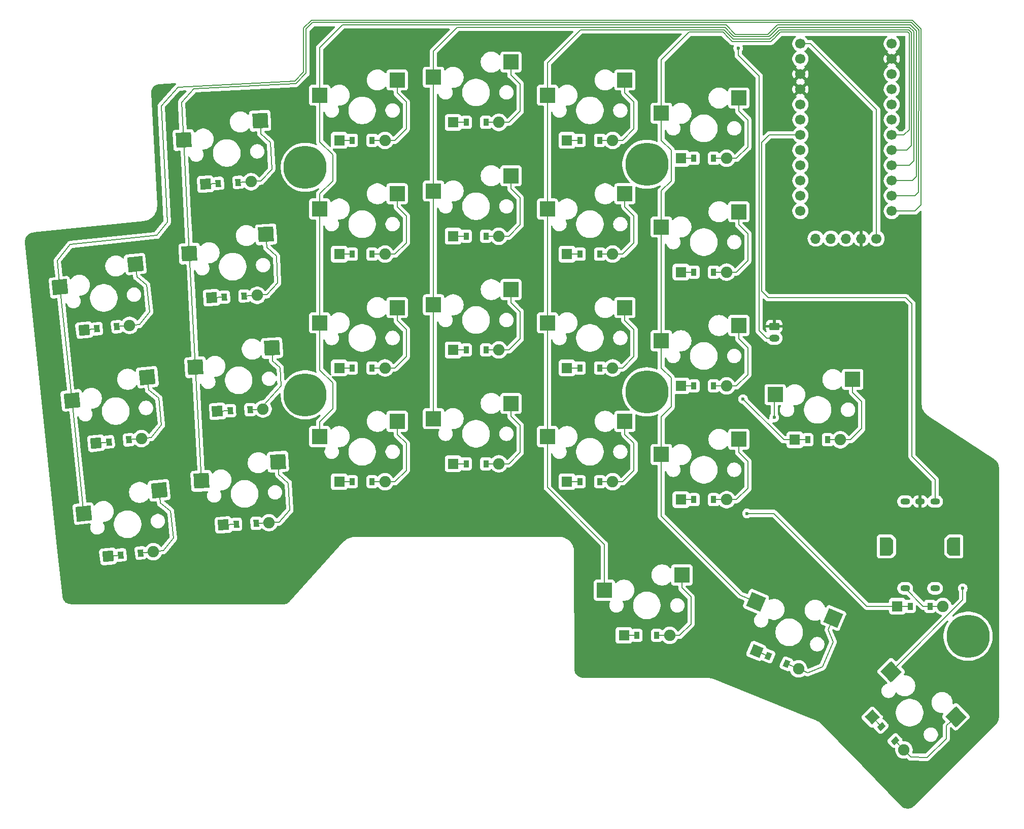
<source format=gbr>
%TF.GenerationSoftware,KiCad,Pcbnew,9.0.0*%
%TF.CreationDate,2025-04-09T21:01:40+02:00*%
%TF.ProjectId,left,6c656674-2e6b-4696-9361-645f70636258,1*%
%TF.SameCoordinates,Original*%
%TF.FileFunction,Copper,L2,Bot*%
%TF.FilePolarity,Positive*%
%FSLAX46Y46*%
G04 Gerber Fmt 4.6, Leading zero omitted, Abs format (unit mm)*
G04 Created by KiCad (PCBNEW 9.0.0) date 2025-04-09 21:01:40*
%MOMM*%
%LPD*%
G01*
G04 APERTURE LIST*
G04 Aperture macros list*
%AMRoundRect*
0 Rectangle with rounded corners*
0 $1 Rounding radius*
0 $2 $3 $4 $5 $6 $7 $8 $9 X,Y pos of 4 corners*
0 Add a 4 corners polygon primitive as box body*
4,1,4,$2,$3,$4,$5,$6,$7,$8,$9,$2,$3,0*
0 Add four circle primitives for the rounded corners*
1,1,$1+$1,$2,$3*
1,1,$1+$1,$4,$5*
1,1,$1+$1,$6,$7*
1,1,$1+$1,$8,$9*
0 Add four rect primitives between the rounded corners*
20,1,$1+$1,$2,$3,$4,$5,0*
20,1,$1+$1,$4,$5,$6,$7,0*
20,1,$1+$1,$6,$7,$8,$9,0*
20,1,$1+$1,$8,$9,$2,$3,0*%
%AMRotRect*
0 Rectangle, with rotation*
0 The origin of the aperture is its center*
0 $1 length*
0 $2 width*
0 $3 Rotation angle, in degrees counterclockwise*
0 Add horizontal line*
21,1,$1,$2,0,0,$3*%
%AMOutline5P*
0 Free polygon, 5 corners , with rotation*
0 The origin of the aperture is its center*
0 number of corners: always 5*
0 $1 to $10 corner X, Y*
0 $11 Rotation angle, in degrees counterclockwise*
0 create outline with 5 corners*
4,1,5,$1,$2,$3,$4,$5,$6,$7,$8,$9,$10,$1,$2,$11*%
%AMOutline6P*
0 Free polygon, 6 corners , with rotation*
0 The origin of the aperture is its center*
0 number of corners: always 6*
0 $1 to $12 corner X, Y*
0 $13 Rotation angle, in degrees counterclockwise*
0 create outline with 6 corners*
4,1,6,$1,$2,$3,$4,$5,$6,$7,$8,$9,$10,$11,$12,$1,$2,$13*%
%AMOutline7P*
0 Free polygon, 7 corners , with rotation*
0 The origin of the aperture is its center*
0 number of corners: always 7*
0 $1 to $14 corner X, Y*
0 $15 Rotation angle, in degrees counterclockwise*
0 create outline with 7 corners*
4,1,7,$1,$2,$3,$4,$5,$6,$7,$8,$9,$10,$11,$12,$13,$14,$1,$2,$15*%
%AMOutline8P*
0 Free polygon, 8 corners , with rotation*
0 The origin of the aperture is its center*
0 number of corners: always 8*
0 $1 to $16 corner X, Y*
0 $17 Rotation angle, in degrees counterclockwise*
0 create outline with 8 corners*
4,1,8,$1,$2,$3,$4,$5,$6,$7,$8,$9,$10,$11,$12,$13,$14,$15,$16,$1,$2,$17*%
G04 Aperture macros list end*
%TA.AperFunction,ComponentPad*%
%ADD10Outline6P,-1.500000X0.660000X-1.060000X1.100000X1.060000X1.100000X1.500000X0.660000X1.500000X-1.100000X-1.500000X-1.100000X90.000000*%
%TD*%
%TA.AperFunction,ComponentPad*%
%ADD11Outline6P,-1.500000X1.100000X1.500000X1.100000X1.500000X-0.660000X1.060000X-1.100000X-1.060000X-1.100000X-1.500000X-0.660000X90.000000*%
%TD*%
%TA.AperFunction,ComponentPad*%
%ADD12O,1.600000X1.100000*%
%TD*%
%TA.AperFunction,ComponentPad*%
%ADD13C,7.200000*%
%TD*%
%TA.AperFunction,ComponentPad*%
%ADD14C,1.700000*%
%TD*%
%TA.AperFunction,ComponentPad*%
%ADD15O,1.700000X1.700000*%
%TD*%
%TA.AperFunction,SMDPad,CuDef*%
%ADD16R,2.550000X2.500000*%
%TD*%
%TA.AperFunction,ComponentPad*%
%ADD17R,1.778000X1.778000*%
%TD*%
%TA.AperFunction,SMDPad,CuDef*%
%ADD18R,0.900000X1.200000*%
%TD*%
%TA.AperFunction,ComponentPad*%
%ADD19C,1.905000*%
%TD*%
%TA.AperFunction,SMDPad,CuDef*%
%ADD20RotRect,2.550000X2.500000X6.000000*%
%TD*%
%TA.AperFunction,ComponentPad*%
%ADD21RotRect,1.778000X1.778000X3.000000*%
%TD*%
%TA.AperFunction,SMDPad,CuDef*%
%ADD22RotRect,0.900000X1.200000X3.000000*%
%TD*%
%TA.AperFunction,SMDPad,CuDef*%
%ADD23RotRect,2.550000X2.500000X3.000000*%
%TD*%
%TA.AperFunction,SMDPad,CuDef*%
%ADD24RotRect,2.550000X2.500000X314.000000*%
%TD*%
%TA.AperFunction,ComponentPad*%
%ADD25RotRect,1.778000X1.778000X314.000000*%
%TD*%
%TA.AperFunction,SMDPad,CuDef*%
%ADD26RotRect,0.900000X1.200000X314.000000*%
%TD*%
%TA.AperFunction,SMDPad,CuDef*%
%ADD27RotRect,2.550000X2.500000X337.000000*%
%TD*%
%TA.AperFunction,ComponentPad*%
%ADD28RotRect,1.778000X1.778000X6.000000*%
%TD*%
%TA.AperFunction,SMDPad,CuDef*%
%ADD29RotRect,0.900000X1.200000X6.000000*%
%TD*%
%TA.AperFunction,ComponentPad*%
%ADD30RoundRect,0.240000X0.635000X-0.360000X0.635000X0.360000X-0.635000X0.360000X-0.635000X-0.360000X0*%
%TD*%
%TA.AperFunction,ComponentPad*%
%ADD31O,1.750000X1.200000*%
%TD*%
%TA.AperFunction,ComponentPad*%
%ADD32RotRect,1.778000X1.778000X337.000000*%
%TD*%
%TA.AperFunction,SMDPad,CuDef*%
%ADD33RotRect,0.900000X1.200000X337.000000*%
%TD*%
%TA.AperFunction,ViaPad*%
%ADD34C,0.600000*%
%TD*%
%TA.AperFunction,Conductor*%
%ADD35C,0.200000*%
%TD*%
G04 APERTURE END LIST*
D10*
%TO.P,RE1,*%
%TO.N,*%
X271619986Y-162800002D03*
D11*
X260419986Y-162800002D03*
D12*
%TO.P,RE1,A*%
%TO.N,RE_A*%
X263519986Y-155300002D03*
%TO.P,RE1,B*%
%TO.N,GND*%
X266019986Y-155300002D03*
%TO.P,RE1,C*%
%TO.N,RE_C*%
X268519986Y-155300002D03*
%TO.P,RE1,S1*%
%TO.N,col7*%
X268519986Y-169800002D03*
%TO.P,RE1,S2*%
%TO.N,encoder_encoder*%
X263519986Y-169800002D03*
%TD*%
D13*
%TO.P,H3,*%
%TO.N,*%
X220419997Y-99000003D03*
%TD*%
%TO.P,H1,*%
%TO.N,*%
X163419998Y-99500002D03*
%TD*%
D14*
%TO.P,MCU1,1*%
%TO.N,RAW*%
X261289995Y-78850002D03*
%TO.P,MCU1,2*%
%TO.N,GND*%
X261289995Y-81390002D03*
%TO.P,MCU1,3*%
%TO.N,RST*%
X261289995Y-83930002D03*
%TO.P,MCU1,4*%
%TO.N,VCC*%
X261289993Y-86470002D03*
%TO.P,MCU1,5*%
%TO.N,RE_A*%
X261289995Y-89010002D03*
%TO.P,MCU1,6*%
%TO.N,col7*%
X261289995Y-91550002D03*
%TO.P,MCU1,7*%
%TO.N,col6*%
X261289995Y-94090002D03*
%TO.P,MCU1,8*%
%TO.N,col5*%
X261289994Y-96630002D03*
%TO.P,MCU1,9*%
%TO.N,col4*%
X261289995Y-99170002D03*
%TO.P,MCU1,10*%
%TO.N,col3*%
X261289995Y-101710002D03*
%TO.P,MCU1,11*%
%TO.N,col2*%
X261289995Y-104250002D03*
%TO.P,MCU1,12*%
%TO.N,col1*%
X261289995Y-106789998D03*
%TO.P,MCU1,13*%
%TO.N,row5*%
X246049996Y-106790002D03*
%TO.P,MCU1,14*%
%TO.N,row4*%
X246049995Y-104250002D03*
%TO.P,MCU1,15*%
%TO.N,row3*%
X246049995Y-101710002D03*
%TO.P,MCU1,16*%
%TO.N,row2*%
X246049995Y-99170002D03*
%TO.P,MCU1,17*%
%TO.N,row1*%
X246049997Y-96630002D03*
%TO.P,MCU1,18*%
%TO.N,RE_C*%
X246049995Y-94090002D03*
%TO.P,MCU1,19*%
%TO.N,MOSI*%
X246049995Y-91550002D03*
%TO.P,MCU1,20*%
%TO.N,SCL*%
X246049995Y-89010002D03*
%TO.P,MCU1,21*%
%TO.N,GND*%
X246049996Y-86470002D03*
%TO.P,MCU1,22*%
X246049995Y-83930002D03*
%TO.P,MCU1,23*%
%TO.N,P0*%
X246049995Y-81390002D03*
%TO.P,MCU1,24*%
%TO.N,CS*%
X246049995Y-78850002D03*
%TD*%
D15*
%TO.P,DISP1,1*%
%TO.N,MOSI*%
X248589989Y-111400005D03*
%TO.P,DISP1,2*%
%TO.N,SCL*%
X251129991Y-111400005D03*
%TO.P,DISP1,3*%
%TO.N,VCC*%
X253669991Y-111400005D03*
%TO.P,DISP1,4*%
%TO.N,GND*%
X256209991Y-111400005D03*
D14*
%TO.P,DISP1,5*%
%TO.N,CS*%
X258749992Y-111400005D03*
%TD*%
D13*
%TO.P,H5,*%
%TO.N,*%
X274019994Y-177800002D03*
%TD*%
%TO.P,H4,*%
%TO.N,*%
X220419994Y-136999995D03*
%TD*%
%TO.P,H2,*%
%TO.N,*%
X163419988Y-137500004D03*
%TD*%
D16*
%TO.P,S13,1*%
%TO.N,col4*%
X184834992Y-122459996D03*
%TO.P,S13,2*%
%TO.N,middle_home*%
X197761992Y-119919996D03*
%TD*%
%TO.P,S25,1*%
%TO.N,col5*%
X213334996Y-170110005D03*
%TO.P,S25,2*%
%TO.N,super_cluster*%
X226261996Y-167570005D03*
%TD*%
D17*
%TO.P,D9,1*%
%TO.N,row3*%
X169110000Y-133000004D03*
D18*
X171270000Y-133000004D03*
%TO.P,D9,2*%
%TO.N,ring_home*%
X174570000Y-133000004D03*
D19*
X176730000Y-133000004D03*
%TD*%
D20*
%TO.P,S3,1*%
%TO.N,col1*%
X122500445Y-119527458D03*
%TO.P,S3,2*%
%TO.N,stretch_top*%
X135091127Y-115650131D03*
%TD*%
D17*
%TO.P,D19,1*%
%TO.N,row1*%
X207109994Y-95000008D03*
D18*
X209269994Y-95000008D03*
%TO.P,D19,2*%
%TO.N,index_num*%
X212569994Y-95000008D03*
D19*
X214729994Y-95000008D03*
%TD*%
D17*
%TO.P,D17,1*%
%TO.N,row3*%
X207109992Y-132999993D03*
D18*
X209269992Y-132999993D03*
%TO.P,D17,2*%
%TO.N,index_home*%
X212569992Y-132999993D03*
D19*
X214729992Y-132999993D03*
%TD*%
D21*
%TO.P,D4,1*%
%TO.N,row4*%
X149768253Y-159228431D03*
D22*
X151925293Y-159115385D03*
%TO.P,D4,2*%
%TO.N,pinky_bottom*%
X155220771Y-158942677D03*
D19*
X157377811Y-158829631D03*
%TD*%
D23*
%TO.P,S5,1*%
%TO.N,col2*%
X145108741Y-132896198D03*
%TO.P,S5,2*%
%TO.N,pinky_home*%
X157885092Y-129683132D03*
%TD*%
D17*
%TO.P,D18,1*%
%TO.N,row2*%
X207109994Y-113999999D03*
D18*
X209269994Y-113999999D03*
%TO.P,D18,2*%
%TO.N,index_top*%
X212569994Y-113999999D03*
D19*
X214729994Y-113999999D03*
%TD*%
D17*
%TO.P,D21,1*%
%TO.N,row3*%
X226109991Y-136000001D03*
D18*
X228269991Y-136000001D03*
%TO.P,D21,2*%
%TO.N,inner_home*%
X231569991Y-136000001D03*
D19*
X233729991Y-136000001D03*
%TD*%
D23*
%TO.P,S4,1*%
%TO.N,col2*%
X146103125Y-151870162D03*
%TO.P,S4,2*%
%TO.N,pinky_bottom*%
X158879476Y-148657096D03*
%TD*%
D24*
%TO.P,S27,1*%
%TO.N,col7*%
X261179162Y-183711181D03*
%TO.P,S27,2*%
%TO.N,layer_cluster*%
X271986133Y-191245655D03*
%TD*%
D16*
%TO.P,S14,1*%
%TO.N,col4*%
X184834994Y-103460000D03*
%TO.P,S14,2*%
%TO.N,middle_top*%
X197761994Y-100920000D03*
%TD*%
D17*
%TO.P,D13,1*%
%TO.N,row3*%
X188109995Y-129999998D03*
D18*
X190269995Y-129999998D03*
%TO.P,D13,2*%
%TO.N,middle_home*%
X193569995Y-129999998D03*
D19*
X195729995Y-129999998D03*
%TD*%
D23*
%TO.P,S7,1*%
%TO.N,col2*%
X143119977Y-94948286D03*
%TO.P,S7,2*%
%TO.N,pinky_num*%
X155896328Y-91735220D03*
%TD*%
D17*
%TO.P,D25,1*%
%TO.N,row5*%
X216609991Y-177650000D03*
D18*
X218769991Y-177650000D03*
%TO.P,D25,2*%
%TO.N,super_cluster*%
X222069991Y-177650000D03*
D19*
X224229991Y-177650000D03*
%TD*%
D17*
%TO.P,D8,1*%
%TO.N,row4*%
X169109989Y-152000000D03*
D18*
X171269989Y-152000000D03*
%TO.P,D8,2*%
%TO.N,ring_bottom*%
X174569989Y-152000000D03*
D19*
X176729989Y-152000000D03*
%TD*%
D25*
%TO.P,D27,1*%
%TO.N,row5*%
X258030348Y-191304739D03*
D26*
X259530810Y-192858513D03*
%TO.P,D27,2*%
%TO.N,layer_cluster*%
X261823182Y-195232335D03*
D19*
X263323644Y-196786109D03*
%TD*%
D17*
%TO.P,D14,1*%
%TO.N,row2*%
X188109993Y-111000002D03*
D18*
X190269993Y-111000002D03*
%TO.P,D14,2*%
%TO.N,middle_top*%
X193569993Y-111000002D03*
D19*
X195729993Y-111000002D03*
%TD*%
D17*
%TO.P,D24,1*%
%TO.N,row3*%
X245109991Y-144999995D03*
D18*
X247269991Y-144999995D03*
%TO.P,D24,2*%
%TO.N,brackets_home*%
X250569991Y-144999995D03*
D19*
X252729991Y-144999995D03*
%TD*%
D27*
%TO.P,S26,1*%
%TO.N,col6*%
X238640673Y-172043592D03*
%TO.P,S26,2*%
%TO.N,space_cluster*%
X251532496Y-174756492D03*
%TD*%
D16*
%TO.P,S20,1*%
%TO.N,col6*%
X222834988Y-147459999D03*
%TO.P,S20,2*%
%TO.N,inner_bottom*%
X235761988Y-144919999D03*
%TD*%
D17*
%TO.P,D10,1*%
%TO.N,row2*%
X169109997Y-114000004D03*
D18*
X171269997Y-114000004D03*
%TO.P,D10,2*%
%TO.N,ring_top*%
X174569997Y-114000004D03*
D19*
X176729997Y-114000004D03*
%TD*%
D17*
%TO.P,D28,1*%
%TO.N,row4*%
X262209989Y-172800004D03*
D18*
X264369989Y-172800004D03*
%TO.P,D28,2*%
%TO.N,encoder_encoder*%
X267669989Y-172800004D03*
D19*
X269829989Y-172800004D03*
%TD*%
D16*
%TO.P,S15,1*%
%TO.N,col4*%
X184834991Y-84460005D03*
%TO.P,S15,2*%
%TO.N,middle_num*%
X197761991Y-81920005D03*
%TD*%
D28*
%TO.P,D1,1*%
%TO.N,row4*%
X130517739Y-164475653D03*
D29*
X132665905Y-164249873D03*
%TO.P,D1,2*%
%TO.N,stretch_bottom*%
X135947827Y-163904929D03*
D19*
X138095993Y-163679149D03*
%TD*%
D16*
%TO.P,S24,1*%
%TO.N,col7*%
X241834992Y-137460007D03*
%TO.P,S24,2*%
%TO.N,brackets_home*%
X254761992Y-134920007D03*
%TD*%
D17*
%TO.P,D11,1*%
%TO.N,row1*%
X169109990Y-95000003D03*
D18*
X171269990Y-95000003D03*
%TO.P,D11,2*%
%TO.N,ring_num*%
X174569990Y-95000003D03*
D19*
X176729990Y-95000003D03*
%TD*%
D17*
%TO.P,D16,1*%
%TO.N,row4*%
X207109991Y-152000008D03*
D18*
X209269991Y-152000008D03*
%TO.P,D16,2*%
%TO.N,index_bottom*%
X212569991Y-152000008D03*
D19*
X214729991Y-152000008D03*
%TD*%
D21*
%TO.P,D7,1*%
%TO.N,row1*%
X146785100Y-102306546D03*
D22*
X148942140Y-102193500D03*
%TO.P,D7,2*%
%TO.N,pinky_num*%
X152237618Y-102020792D03*
D19*
X154394658Y-101907746D03*
%TD*%
D16*
%TO.P,S18,1*%
%TO.N,col5*%
X203834997Y-106460002D03*
%TO.P,S18,2*%
%TO.N,index_top*%
X216761997Y-103920002D03*
%TD*%
D30*
%TO.P,JST1,1*%
%TO.N,GND*%
X241669995Y-126050002D03*
D31*
%TO.P,JST1,2*%
%TO.N,BAT_P*%
X241669993Y-128050002D03*
%TD*%
D17*
%TO.P,D15,1*%
%TO.N,row1*%
X188109988Y-92000009D03*
D18*
X190269988Y-92000009D03*
%TO.P,D15,2*%
%TO.N,middle_num*%
X193569988Y-92000009D03*
D19*
X195729988Y-92000009D03*
%TD*%
D16*
%TO.P,S9,1*%
%TO.N,col3*%
X165834994Y-125460006D03*
%TO.P,S9,2*%
%TO.N,ring_home*%
X178761994Y-122920006D03*
%TD*%
%TO.P,S8,1*%
%TO.N,col3*%
X165834993Y-144459999D03*
%TO.P,S8,2*%
%TO.N,ring_bottom*%
X178761993Y-141919999D03*
%TD*%
D17*
%TO.P,D22,1*%
%TO.N,row2*%
X226109991Y-117000000D03*
D18*
X228269991Y-117000000D03*
%TO.P,D22,2*%
%TO.N,inner_top*%
X231569991Y-117000000D03*
D19*
X233729991Y-117000000D03*
%TD*%
D16*
%TO.P,S10,1*%
%TO.N,col3*%
X165834993Y-106460001D03*
%TO.P,S10,2*%
%TO.N,ring_top*%
X178761993Y-103920001D03*
%TD*%
D23*
%TO.P,S6,1*%
%TO.N,col2*%
X144114354Y-113922243D03*
%TO.P,S6,2*%
%TO.N,pinky_top*%
X156890705Y-110709177D03*
%TD*%
D17*
%TO.P,D23,1*%
%TO.N,row1*%
X226109993Y-98000003D03*
D18*
X228269993Y-98000003D03*
%TO.P,D23,2*%
%TO.N,inner_num*%
X231569993Y-98000003D03*
D19*
X233729993Y-98000003D03*
%TD*%
D16*
%TO.P,S22,1*%
%TO.N,col6*%
X222834994Y-109460001D03*
%TO.P,S22,2*%
%TO.N,inner_top*%
X235761994Y-106920001D03*
%TD*%
%TO.P,S21,1*%
%TO.N,col6*%
X222834997Y-128460002D03*
%TO.P,S21,2*%
%TO.N,inner_home*%
X235761997Y-125920002D03*
%TD*%
%TO.P,S11,1*%
%TO.N,col3*%
X165834994Y-87460009D03*
%TO.P,S11,2*%
%TO.N,ring_num*%
X178761994Y-84920009D03*
%TD*%
%TO.P,S23,1*%
%TO.N,col6*%
X222834989Y-90460004D03*
%TO.P,S23,2*%
%TO.N,inner_num*%
X235761989Y-87920004D03*
%TD*%
D28*
%TO.P,D3,1*%
%TO.N,row2*%
X126545653Y-126683826D03*
D29*
X128693819Y-126458046D03*
%TO.P,D3,2*%
%TO.N,stretch_top*%
X131975741Y-126113102D03*
D19*
X134123907Y-125887322D03*
%TD*%
D20*
%TO.P,S2,1*%
%TO.N,col1*%
X124486494Y-138423373D03*
%TO.P,S2,2*%
%TO.N,stretch_home*%
X137077176Y-134546046D03*
%TD*%
D28*
%TO.P,D2,1*%
%TO.N,row3*%
X128531698Y-145579741D03*
D29*
X130679864Y-145353961D03*
%TO.P,D2,2*%
%TO.N,stretch_home*%
X133961786Y-145009017D03*
D19*
X136109952Y-144783237D03*
%TD*%
D17*
%TO.P,D20,1*%
%TO.N,row4*%
X226109989Y-155000007D03*
D18*
X228269989Y-155000007D03*
%TO.P,D20,2*%
%TO.N,inner_bottom*%
X231569989Y-155000007D03*
D19*
X233729989Y-155000007D03*
%TD*%
D16*
%TO.P,S16,1*%
%TO.N,col5*%
X203834992Y-144460003D03*
%TO.P,S16,2*%
%TO.N,index_bottom*%
X216761992Y-141920003D03*
%TD*%
%TO.P,S19,1*%
%TO.N,col5*%
X203834988Y-87460001D03*
%TO.P,S19,2*%
%TO.N,index_num*%
X216761988Y-84920001D03*
%TD*%
D32*
%TO.P,D26,1*%
%TO.N,row5*%
X238709214Y-180263844D03*
D33*
X240697504Y-181107825D03*
%TO.P,D26,2*%
%TO.N,space_cluster*%
X243735170Y-182397237D03*
D19*
X245723460Y-183241218D03*
%TD*%
D21*
%TO.P,D5,1*%
%TO.N,row3*%
X148773869Y-140254467D03*
D22*
X150930909Y-140141421D03*
%TO.P,D5,2*%
%TO.N,pinky_home*%
X154226387Y-139968713D03*
D19*
X156383427Y-139855667D03*
%TD*%
D17*
%TO.P,D12,1*%
%TO.N,row4*%
X188109993Y-148999999D03*
D18*
X190269993Y-148999999D03*
%TO.P,D12,2*%
%TO.N,middle_bottom*%
X193569993Y-148999999D03*
D19*
X195729993Y-148999999D03*
%TD*%
D21*
%TO.P,D6,1*%
%TO.N,row2*%
X147779489Y-121280507D03*
D22*
X149936529Y-121167461D03*
%TO.P,D6,2*%
%TO.N,pinky_top*%
X153232007Y-120994753D03*
D19*
X155389047Y-120881707D03*
%TD*%
D20*
%TO.P,S1,1*%
%TO.N,col1*%
X126472530Y-157319286D03*
%TO.P,S1,2*%
%TO.N,stretch_bottom*%
X139063212Y-153441959D03*
%TD*%
D16*
%TO.P,S12,1*%
%TO.N,col4*%
X184834990Y-141459997D03*
%TO.P,S12,2*%
%TO.N,middle_bottom*%
X197761990Y-138919997D03*
%TD*%
%TO.P,S17,1*%
%TO.N,col5*%
X203835000Y-125460000D03*
%TO.P,S17,2*%
%TO.N,index_home*%
X216762000Y-122920000D03*
%TD*%
D34*
%TO.N,GND*%
X255000000Y-93250000D03*
X255000000Y-89750000D03*
X253000000Y-91750000D03*
X254000000Y-90750000D03*
X255000000Y-94750000D03*
X256000000Y-92250000D03*
%TO.N,col7*%
X241664065Y-141274326D03*
X273138389Y-169800002D03*
%TO.N,row4*%
X237121725Y-157293938D03*
%TO.N,row3*%
X236470725Y-138194939D03*
%TO.N,BAT_P*%
X235664065Y-79594939D03*
%TD*%
D35*
%TO.N,col1*%
X139386624Y-89263151D02*
X140404042Y-108676618D01*
X124203486Y-112390381D02*
X122032133Y-115071778D01*
X164486568Y-74929094D02*
X163164065Y-76251597D01*
X124486494Y-138423372D02*
X126472535Y-157319293D01*
X266182017Y-105793936D02*
X266193053Y-76792125D01*
X163164065Y-83627063D02*
X161674886Y-85116242D01*
X140404042Y-108676618D02*
X138624056Y-110874719D01*
X163164065Y-76251597D02*
X163164065Y-83627063D01*
X142201610Y-86136794D02*
X139386624Y-89263151D01*
X265185950Y-106790000D02*
X266182017Y-105793936D01*
X266193055Y-76365265D02*
X264756883Y-74929094D01*
X266193053Y-76792125D02*
X266193055Y-76365265D01*
X261289992Y-106790001D02*
X265185950Y-106790000D01*
X122032133Y-115071778D02*
X122500444Y-119527456D01*
X122500452Y-119527462D02*
X124486494Y-138423372D01*
X138624056Y-110874719D02*
X124203486Y-112390381D01*
X161674886Y-85116242D02*
X142201610Y-86136794D01*
X264756883Y-74929094D02*
X164486568Y-74929094D01*
%TO.N,stretch_bottom*%
X138095990Y-163679145D02*
X139745922Y-163505733D01*
X139289262Y-155592684D02*
X139063212Y-153441967D01*
X140962272Y-156947452D02*
X139289262Y-155592684D01*
X135947828Y-163904931D02*
X138095990Y-163679145D01*
X139745922Y-163505733D02*
X141432648Y-161422803D01*
X141432648Y-161422803D02*
X140962272Y-156947452D01*
%TO.N,stretch_home*%
X139446612Y-142526879D02*
X138976233Y-138051538D01*
X137303224Y-136696761D02*
X137077172Y-134546053D01*
X136109949Y-144783230D02*
X137759890Y-144609813D01*
X138976233Y-138051538D02*
X137303224Y-136696761D01*
X133961787Y-145009011D02*
X136109949Y-144783230D01*
X137759890Y-144609813D02*
X139446612Y-142526879D01*
%TO.N,stretch_top*%
X137460568Y-123630968D02*
X136990186Y-119155621D01*
X135317185Y-117800842D02*
X135091139Y-115650132D01*
X135773844Y-125713892D02*
X137460568Y-123630968D01*
X131975745Y-126113098D02*
X134123914Y-125887314D01*
X136990186Y-119155621D02*
X135317185Y-117800842D01*
X134123914Y-125887314D02*
X135773844Y-125713892D01*
%TO.N,col2*%
X264590783Y-75330094D02*
X260121726Y-75330095D01*
X163565065Y-76429095D02*
X163565065Y-83793163D01*
X161664065Y-85518360D02*
X144818036Y-86401222D01*
X143119972Y-94948283D02*
X144114363Y-113922239D01*
X144818036Y-86401222D02*
X142790081Y-88653494D01*
X261289994Y-104250003D02*
X265165660Y-104250001D01*
X142790081Y-88653494D02*
X143119978Y-94948287D01*
X265165660Y-104250001D02*
X265781838Y-103633823D01*
X265792054Y-76791398D02*
X265792056Y-76551919D01*
X145108743Y-132896201D02*
X146103124Y-151870162D01*
X164664065Y-75330095D02*
X163565065Y-76429095D01*
X144114363Y-113922239D02*
X145108743Y-132896201D01*
X265792056Y-76551919D02*
X265781779Y-76541644D01*
X260121726Y-75330095D02*
X164664065Y-75330095D01*
X265792054Y-76531366D02*
X264590783Y-75330094D01*
X163565065Y-83793163D02*
X161839868Y-85518360D01*
X161839868Y-85518360D02*
X161664065Y-85518360D01*
X265781838Y-103633823D02*
X265792054Y-76791398D01*
%TO.N,pinky_bottom*%
X157377813Y-158829629D02*
X159034557Y-158742805D01*
X160592464Y-152257167D02*
X158992659Y-150816693D01*
X158992659Y-150816693D02*
X158879478Y-148657089D01*
X160827981Y-156751001D02*
X160592464Y-152257167D01*
X159034557Y-158742805D02*
X160827981Y-156751001D01*
X155220771Y-158942678D02*
X157377813Y-158829629D01*
%TO.N,pinky_home*%
X159402401Y-135999968D02*
X156358526Y-139380534D01*
X156358526Y-139380534D02*
X156383428Y-139855666D01*
X154226386Y-139968710D02*
X156383424Y-139855668D01*
X157885094Y-129683137D02*
X157998268Y-131842730D01*
X159243279Y-132963744D02*
X159402401Y-135999968D01*
X157998268Y-131842730D02*
X159243279Y-132963744D01*
%TO.N,pinky_top*%
X158839218Y-118803082D02*
X158603699Y-114309244D01*
X157045792Y-120794879D02*
X158839218Y-118803082D01*
X157003890Y-112868769D02*
X156890707Y-110709177D01*
X153232000Y-120994755D02*
X155389037Y-120881704D01*
X155389037Y-120881704D02*
X157045792Y-120794879D01*
X158603699Y-114309244D02*
X157003890Y-112868769D01*
%TO.N,pinky_num*%
X156051405Y-101820918D02*
X157844829Y-99829119D01*
X154394661Y-101907744D02*
X156051405Y-101820918D01*
X157844829Y-99829119D02*
X157609316Y-95335284D01*
X157609316Y-95335284D02*
X156009507Y-93894805D01*
X156009507Y-93894805D02*
X155896327Y-91735218D01*
X152237622Y-102020791D02*
X154394661Y-101907744D01*
%TO.N,col3*%
X264424682Y-75731093D02*
X242184569Y-75731094D01*
X168000000Y-139834998D02*
X165834998Y-142000000D01*
X168000000Y-135500000D02*
X168000000Y-139834998D01*
X261289993Y-101710003D02*
X264705659Y-101710001D01*
X168000000Y-101750000D02*
X168000000Y-97415002D01*
X169621727Y-75731095D02*
X165834995Y-79517824D01*
X165834994Y-95249988D02*
X165834994Y-87460009D01*
X235184570Y-77293939D02*
X233621724Y-75731094D01*
X240621723Y-77293937D02*
X235184570Y-77293939D01*
X233621724Y-75731094D02*
X169621727Y-75731095D01*
X165834990Y-95249992D02*
X165834994Y-95249988D01*
X265380777Y-101034885D02*
X265380776Y-76687188D01*
X165834998Y-142000000D02*
X165834995Y-144460002D01*
X165834993Y-106460001D02*
X165834993Y-103915007D01*
X165834990Y-125460002D02*
X165834990Y-133334990D01*
X242184569Y-75731094D02*
X240621723Y-77293937D01*
X165834993Y-103915007D02*
X168000000Y-101750000D01*
X264705659Y-101710001D02*
X265380777Y-101034885D01*
X265380776Y-76687188D02*
X264424682Y-75731093D01*
X165834990Y-133334990D02*
X168000000Y-135500000D01*
X168000000Y-97415002D02*
X165834990Y-95249992D01*
X165834995Y-79517824D02*
X165834993Y-87460008D01*
X165834995Y-106459997D02*
X165834990Y-125460002D01*
%TO.N,ring_bottom*%
X178389017Y-152000003D02*
X180284227Y-150104791D01*
X178761992Y-144082562D02*
X178761992Y-141919996D01*
X176729995Y-152000002D02*
X178389017Y-152000003D01*
X180284227Y-150104791D02*
X180284228Y-145604789D01*
X174569994Y-152000000D02*
X176729995Y-152000002D01*
X180284228Y-145604789D02*
X178761992Y-144082562D01*
%TO.N,ring_home*%
X178761994Y-125082559D02*
X178761997Y-122920004D01*
X180284226Y-131104793D02*
X180284224Y-126604790D01*
X178389010Y-133000001D02*
X180284226Y-131104793D01*
X180284224Y-126604790D02*
X178761994Y-125082559D01*
X176729987Y-133000004D02*
X178389010Y-133000001D01*
X174569994Y-133000002D02*
X176729987Y-133000004D01*
%TO.N,ring_top*%
X174569988Y-114000005D02*
X176729994Y-114000004D01*
X178761996Y-106082562D02*
X178761993Y-103920002D01*
X180284216Y-112104788D02*
X180284220Y-107604792D01*
X180284220Y-107604792D02*
X178761996Y-106082562D01*
X176729994Y-114000004D02*
X178389014Y-114000005D01*
X178389014Y-114000005D02*
X180284216Y-112104788D01*
%TO.N,ring_num*%
X174569997Y-95000008D02*
X176729999Y-95000002D01*
X178761992Y-87082560D02*
X178761991Y-84920005D01*
X180284226Y-88604794D02*
X178761992Y-87082560D01*
X176729999Y-95000002D02*
X178389016Y-94999996D01*
X178389016Y-94999996D02*
X180284223Y-93104787D01*
X180284223Y-93104787D02*
X180284226Y-88604794D01*
%TO.N,col4*%
X234783568Y-77460036D02*
X234617467Y-77293937D01*
X264258584Y-76132092D02*
X242350668Y-76132094D01*
X240787825Y-77694937D02*
X240455627Y-77694937D01*
X264245661Y-99170003D02*
X264979778Y-98435886D01*
X234617467Y-77293937D02*
X233455628Y-76132094D01*
X233455628Y-76132094D02*
X188783568Y-76132096D01*
X184834992Y-84460003D02*
X184834992Y-103460005D01*
X241022725Y-77460038D02*
X240787825Y-77694937D01*
X264979778Y-98435886D02*
X264979779Y-76853292D01*
X235018468Y-77694939D02*
X234783568Y-77460036D01*
X184834992Y-103460005D02*
X184834994Y-122460002D01*
X240455627Y-77694937D02*
X235350669Y-77694936D01*
X184834994Y-122460002D02*
X184834996Y-141460007D01*
X184834989Y-80080675D02*
X184834988Y-84460005D01*
X242350668Y-76132094D02*
X241188824Y-77293936D01*
X188783568Y-76132096D02*
X184834989Y-80080675D01*
X241188824Y-77293936D02*
X241022725Y-77460038D01*
X261289995Y-99170004D02*
X264245661Y-99170003D01*
X264979779Y-76853292D02*
X264258584Y-76132092D01*
X235350669Y-77694936D02*
X235018468Y-77694939D01*
%TO.N,middle_bottom*%
X197389008Y-149000000D02*
X199284225Y-147104789D01*
X199284225Y-147104789D02*
X199284220Y-142604794D01*
X197761992Y-141082563D02*
X197761994Y-138920004D01*
X199284220Y-142604794D02*
X197761992Y-141082563D01*
X193569998Y-149000004D02*
X195729998Y-148999998D01*
X195729998Y-148999998D02*
X197389008Y-149000000D01*
%TO.N,middle_home*%
X197389016Y-129999999D02*
X199284224Y-128104796D01*
X199284218Y-123604791D02*
X197761992Y-122082566D01*
X197761992Y-122082566D02*
X197761997Y-119920002D01*
X195729995Y-129999997D02*
X197389016Y-129999999D01*
X193569994Y-130000005D02*
X195729995Y-129999997D01*
X199284224Y-128104796D02*
X199284218Y-123604791D01*
%TO.N,middle_top*%
X199284224Y-109104791D02*
X199284221Y-104604794D01*
X195729994Y-111000001D02*
X197389015Y-111000002D01*
X197389015Y-111000002D02*
X199284224Y-109104791D01*
X199284221Y-104604794D02*
X197761991Y-103082562D01*
X193569991Y-111000001D02*
X195729994Y-111000001D01*
X197761991Y-103082562D02*
X197761995Y-100920008D01*
%TO.N,middle_num*%
X193569993Y-92000001D02*
X195729990Y-92000006D01*
X197761996Y-84082557D02*
X197761995Y-81920002D01*
X199284225Y-90104792D02*
X199284231Y-85604793D01*
X197389011Y-92000004D02*
X199284225Y-90104792D01*
X199284231Y-85604793D02*
X197761996Y-84082557D01*
X195729990Y-92000006D02*
X197389011Y-92000004D01*
%TO.N,col5*%
X203834988Y-87460000D02*
X203834993Y-106459999D01*
X241188827Y-77861036D02*
X240953925Y-78095938D01*
X242516771Y-76533094D02*
X241589826Y-77460037D01*
X234451368Y-77694936D02*
X234382568Y-77626136D01*
X241354927Y-77694937D02*
X241255927Y-77793939D01*
X261289993Y-96630001D02*
X263785661Y-96630002D01*
X203834993Y-106459999D02*
X203834997Y-125460004D01*
X203834989Y-144460008D02*
X203834989Y-152968652D01*
X240621726Y-78095936D02*
X240289525Y-78095938D01*
X234382568Y-77626136D02*
X234216468Y-77460038D01*
X203834988Y-82080674D02*
X203834985Y-87460002D01*
X264578777Y-77019388D02*
X264092480Y-76533095D01*
X213334992Y-162468652D02*
X213334992Y-170110002D01*
X234852369Y-78095937D02*
X234617470Y-77861036D01*
X240953925Y-78095938D02*
X240621726Y-78095936D01*
X241589826Y-77460037D02*
X241423727Y-77626137D01*
X235184569Y-78095937D02*
X234852369Y-78095937D01*
X203834997Y-125460004D02*
X203834992Y-144460006D01*
X233289525Y-76533094D02*
X209382570Y-76533093D01*
X209382570Y-76533093D02*
X203834988Y-82080674D01*
X234617470Y-77861036D02*
X234550368Y-77793936D01*
X240289525Y-78095938D02*
X235516768Y-78095936D01*
X241255927Y-77793939D02*
X241188827Y-77861036D01*
X203834989Y-152968652D02*
X213334992Y-162468652D01*
X264092480Y-76533095D02*
X242516771Y-76533094D01*
X264578776Y-95836882D02*
X264578777Y-77019388D01*
X263785661Y-96630002D02*
X264578776Y-95836882D01*
X234216468Y-77460038D02*
X233289525Y-76533094D01*
X241423727Y-77626137D02*
X241354927Y-77694937D01*
X235516768Y-78095936D02*
X235184569Y-78095937D01*
X234550368Y-77793936D02*
X234451368Y-77694936D01*
%TO.N,index_bottom*%
X214729993Y-152000002D02*
X216389010Y-152000002D01*
X212569996Y-152000007D02*
X214729993Y-152000002D01*
X218284221Y-150104790D02*
X218284221Y-145604794D01*
X218284221Y-145604794D02*
X216761993Y-144082563D01*
X216389010Y-152000002D02*
X218284221Y-150104790D01*
X216761993Y-144082563D02*
X216761990Y-141920005D01*
%TO.N,index_home*%
X212569994Y-132999999D02*
X214729991Y-132999999D01*
X216389015Y-133000004D02*
X218284221Y-131104789D01*
X216761991Y-125082564D02*
X216761990Y-122920005D01*
X218284221Y-126604792D02*
X216761991Y-125082564D01*
X214729991Y-132999999D02*
X216389015Y-133000004D01*
X218284221Y-131104789D02*
X218284221Y-126604792D01*
%TO.N,index_top*%
X216761991Y-106082557D02*
X216761991Y-103920002D01*
X216389012Y-114000005D02*
X218284226Y-112104788D01*
X214729992Y-114000003D02*
X216389012Y-114000005D01*
X218284226Y-112104788D02*
X218284219Y-107604797D01*
X212569992Y-113999999D02*
X214729992Y-114000003D01*
X218284219Y-107604797D02*
X216761991Y-106082557D01*
%TO.N,index_num*%
X216389015Y-95000006D02*
X218284223Y-93104792D01*
X218284223Y-93104792D02*
X218284227Y-88604794D01*
X218284227Y-88604794D02*
X216761994Y-87082559D01*
X212569993Y-95000002D02*
X214729988Y-95000002D01*
X216761994Y-87082559D02*
X216761993Y-84920000D01*
X214729988Y-95000002D02*
X216389015Y-95000006D01*
%TO.N,col6*%
X238640673Y-172043592D02*
X236033847Y-170937065D01*
X241656927Y-77960038D02*
X241755927Y-77861039D01*
X222834992Y-95000000D02*
X224500000Y-96665008D01*
X233121727Y-76934093D02*
X233981569Y-77793938D01*
X240123424Y-78496939D02*
X240455626Y-78496938D01*
X233981569Y-77793938D02*
X233983268Y-77793935D01*
X241990826Y-77626137D02*
X242682868Y-76934094D01*
X234451370Y-78262037D02*
X234686268Y-78496936D01*
X264177777Y-93237884D02*
X263325662Y-94090002D01*
X241755927Y-77861039D02*
X241823025Y-77793936D01*
X234050366Y-77861039D02*
X234149367Y-77960037D01*
X241823025Y-77793936D02*
X241824724Y-77792238D01*
X234285270Y-78095938D02*
X234384268Y-78194935D01*
X241589825Y-78027136D02*
X241656927Y-77960038D01*
X224500000Y-139500000D02*
X222834991Y-141165009D01*
X222834989Y-81580675D02*
X227481570Y-76934094D01*
X234216469Y-78027137D02*
X234285270Y-78095938D01*
X242682868Y-76934094D02*
X263926382Y-76934094D01*
X224500000Y-134665007D02*
X224500000Y-139500000D01*
X235018469Y-78496937D02*
X235350669Y-78496937D01*
X233983268Y-77793935D02*
X234050366Y-77861039D01*
X241521025Y-78095937D02*
X241589825Y-78027136D01*
X235350669Y-78496937D02*
X235682869Y-78496935D01*
X222834989Y-90460006D02*
X222834989Y-81580675D01*
X240787826Y-78496938D02*
X241120026Y-78496937D01*
X264177778Y-77185489D02*
X264177777Y-93237884D01*
X222834989Y-147459999D02*
X222834987Y-157738201D01*
X234686268Y-78496936D02*
X235018469Y-78496937D01*
X224500000Y-96665008D02*
X224500000Y-101750000D01*
X222834995Y-90460003D02*
X222834992Y-95000000D01*
X235682869Y-78496935D02*
X240123424Y-78496939D01*
X227481570Y-76934094D02*
X233121727Y-76934093D01*
X241824724Y-77792238D02*
X241990826Y-77626137D01*
X222834995Y-103415005D02*
X222834995Y-109459999D01*
X241354924Y-78262037D02*
X241422024Y-78194936D01*
X222834987Y-157738201D02*
X236033847Y-170937065D01*
X234384268Y-78194935D02*
X234451370Y-78262037D01*
X222834993Y-133000000D02*
X224500000Y-134665007D01*
X234149367Y-77960037D02*
X234216469Y-78027137D01*
X222834995Y-109459999D02*
X222834990Y-128459999D01*
X263325662Y-94090002D02*
X261289994Y-94090000D01*
X241120026Y-78496937D02*
X241354924Y-78262037D01*
X240455626Y-78496938D02*
X240787826Y-78496938D01*
X263926382Y-76934094D02*
X264177778Y-77185489D01*
X222834990Y-128459999D02*
X222834993Y-133000000D01*
X222834991Y-141165009D02*
X222834991Y-147460005D01*
X224500000Y-101750000D02*
X222834995Y-103415005D01*
X241422024Y-78194936D02*
X241521025Y-78095937D01*
%TO.N,inner_bottom*%
X231569995Y-155000003D02*
X233729996Y-155000003D01*
X237284226Y-148604791D02*
X235761994Y-147082565D01*
X235389013Y-155000003D02*
X237284221Y-153104791D01*
X237284221Y-153104791D02*
X237284226Y-148604791D01*
X235761994Y-147082565D02*
X235761994Y-144919997D01*
X233729996Y-155000003D02*
X235389013Y-155000003D01*
%TO.N,inner_home*%
X231569994Y-135999999D02*
X233729995Y-136000003D01*
X237284224Y-129604786D02*
X235761995Y-128082562D01*
X235761995Y-128082562D02*
X235761991Y-125920007D01*
X235389008Y-136000000D02*
X237284226Y-134104793D01*
X233729995Y-136000003D02*
X235389008Y-136000000D01*
X237284226Y-134104793D02*
X237284224Y-129604786D01*
%TO.N,inner_top*%
X233729989Y-117000001D02*
X235389013Y-117000004D01*
X235761993Y-109082561D02*
X235761992Y-106920006D01*
X235389013Y-117000004D02*
X237284225Y-115104794D01*
X237284225Y-115104794D02*
X237284220Y-110604795D01*
X231569989Y-117000003D02*
X233729989Y-117000001D01*
X237284220Y-110604795D02*
X235761993Y-109082561D01*
%TO.N,inner_num*%
X237284219Y-91604791D02*
X235761996Y-90082562D01*
X235761996Y-90082562D02*
X235761992Y-87920003D01*
X237284224Y-96104791D02*
X237284219Y-91604791D01*
X231569998Y-98000003D02*
X233729996Y-98000002D01*
X233729996Y-98000002D02*
X235389016Y-98000003D01*
X235389016Y-98000003D02*
X237284224Y-96104791D01*
%TO.N,col7*%
X241664065Y-141274326D02*
X241664065Y-137630934D01*
X261179162Y-183711181D02*
X273138389Y-171751955D01*
X241664065Y-137630934D02*
X241834992Y-137460007D01*
X273138389Y-171751955D02*
X273138389Y-169800002D01*
%TO.N,brackets_home*%
X256284220Y-143104790D02*
X256284221Y-138604783D01*
X254389009Y-145000000D02*
X256284220Y-143104790D01*
X250569992Y-145000002D02*
X252729992Y-145000001D01*
X254761997Y-137082565D02*
X254761993Y-134920005D01*
X256284221Y-138604783D02*
X254761997Y-137082565D01*
X252729992Y-145000001D02*
X254389009Y-145000000D01*
%TO.N,super_cluster*%
X225889010Y-177650001D02*
X227784224Y-175754784D01*
X227784224Y-171254797D02*
X226261994Y-169732566D01*
X224229992Y-177650001D02*
X225889010Y-177650001D01*
X222069997Y-177650003D02*
X224229992Y-177650001D01*
X226261994Y-169732566D02*
X226261991Y-167570002D01*
X227784224Y-175754784D02*
X227784224Y-171254797D01*
%TO.N,space_cluster*%
X245723458Y-183241212D02*
X247250598Y-183889444D01*
X249735667Y-182885409D02*
X251493957Y-178743135D01*
X251493957Y-178743135D02*
X250687514Y-176747134D01*
X247250598Y-183889444D02*
X249735667Y-182885409D01*
X250687514Y-176747134D02*
X251532496Y-174756489D01*
X243735173Y-182397236D02*
X245723458Y-183241212D01*
%TO.N,layer_cluster*%
X267155918Y-198026296D02*
X270392946Y-194900321D01*
X270392946Y-194900321D02*
X270430518Y-192747897D01*
X264476093Y-197979518D02*
X267155918Y-198026296D01*
X261823185Y-195232342D02*
X263323640Y-196786118D01*
X270430518Y-192747897D02*
X271986133Y-191245656D01*
X263323640Y-196786118D02*
X264476093Y-197979518D01*
%TO.N,row4*%
X241621727Y-157293935D02*
X237121725Y-157293938D01*
X228269986Y-155000004D02*
X226109994Y-155000003D01*
X132665907Y-164249874D02*
X130517737Y-164475653D01*
X257127792Y-172800003D02*
X241621727Y-157293935D01*
X151925286Y-159115381D02*
X149768252Y-159228429D01*
X209269993Y-152000003D02*
X207109994Y-152000003D01*
X190269992Y-149000004D02*
X188109996Y-149000001D01*
X262209989Y-172800004D02*
X257127792Y-172800003D01*
X264369989Y-172800005D02*
X262209989Y-172800004D01*
X171269991Y-152000003D02*
X169109993Y-152000000D01*
%TO.N,row3*%
X190269999Y-130000002D02*
X188109991Y-130000005D01*
X228269990Y-136000000D02*
X226109991Y-136000002D01*
X171269991Y-133000006D02*
X169109991Y-133000004D01*
X243275784Y-144999996D02*
X236470725Y-138194939D01*
X209269992Y-133000001D02*
X207109994Y-133000002D01*
X247269991Y-144999998D02*
X245109996Y-145000003D01*
X130679860Y-145353960D02*
X128531694Y-145579734D01*
X245109996Y-144999996D02*
X243275784Y-144999996D01*
X150930903Y-140141419D02*
X148773866Y-140254467D01*
%TO.N,row2*%
X149936525Y-121167459D02*
X147779485Y-121280511D01*
X228269994Y-117000001D02*
X226109994Y-117000000D01*
X190269995Y-110999994D02*
X188109997Y-111000007D01*
X209269996Y-114000002D02*
X207109993Y-114000001D01*
X171269988Y-114000000D02*
X169109991Y-114000006D01*
X128693820Y-126458035D02*
X126545660Y-126683825D01*
%TO.N,row1*%
X190269991Y-92000006D02*
X188109990Y-92000003D01*
X148942143Y-102193503D02*
X146785101Y-102306549D01*
X228269995Y-98000000D02*
X226109994Y-98000007D01*
X209269994Y-95000002D02*
X207109995Y-95000004D01*
X171269989Y-95000004D02*
X169109993Y-95000004D01*
%TO.N,row5*%
X259530806Y-192858520D02*
X258030352Y-191304741D01*
X240697504Y-181107824D02*
X238709211Y-180263846D01*
X218769990Y-177650003D02*
X216609986Y-177650004D01*
%TO.N,CS*%
X246049994Y-78850002D02*
X247708766Y-78850002D01*
X258749995Y-89891231D02*
X258749995Y-111400006D01*
X247708766Y-78850002D02*
X258749995Y-89891231D01*
%TO.N,RE_C*%
X268519986Y-151630247D02*
X268519986Y-155300002D01*
X264664065Y-147774326D02*
X268519986Y-151630247D01*
X239565065Y-95373326D02*
X239565065Y-120175326D01*
X239565065Y-120175326D02*
X240664065Y-121274326D01*
X240848389Y-94090002D02*
X239565065Y-95373326D01*
X246049995Y-94090002D02*
X240848389Y-94090002D01*
X264664065Y-122274326D02*
X264664065Y-147774326D01*
X240664065Y-121274326D02*
X263664065Y-121274326D01*
X263664065Y-121274326D02*
X264664065Y-122274326D01*
%TO.N,encoder_encoder*%
X267669990Y-172800003D02*
X269829987Y-172800005D01*
X267669989Y-172800004D02*
X266519988Y-172800004D01*
X266519988Y-172800004D02*
X263519986Y-169800002D01*
%TO.N,BAT_P*%
X239164065Y-126774326D02*
X239164065Y-84274326D01*
X239164065Y-84274326D02*
X235664065Y-80774326D01*
X241669993Y-128050002D02*
X240439741Y-128050002D01*
X240439741Y-128050002D02*
X239164065Y-126774326D01*
X235664065Y-80774326D02*
X235664065Y-79594939D01*
%TD*%
%TA.AperFunction,Conductor*%
%TO.N,GND*%
G36*
X168340668Y-75950280D02*
G01*
X168386423Y-76003084D01*
X168396367Y-76072242D01*
X168367342Y-76135798D01*
X168361312Y-76142273D01*
X165927129Y-78576454D01*
X165466281Y-79037302D01*
X165354476Y-79149106D01*
X165354472Y-79149111D01*
X165336485Y-79180268D01*
X165336484Y-79180270D01*
X165325429Y-79199418D01*
X165275418Y-79286038D01*
X165234494Y-79438767D01*
X165234494Y-79596884D01*
X165234493Y-85585509D01*
X165214808Y-85652548D01*
X165162004Y-85698303D01*
X165110493Y-85709509D01*
X164512123Y-85709509D01*
X164512117Y-85709510D01*
X164452510Y-85715917D01*
X164317665Y-85766211D01*
X164317658Y-85766215D01*
X164202449Y-85852461D01*
X164202446Y-85852464D01*
X164116200Y-85967673D01*
X164116196Y-85967680D01*
X164065902Y-86102526D01*
X164060382Y-86153874D01*
X164059495Y-86162132D01*
X164059494Y-86162144D01*
X164059494Y-88757879D01*
X164059495Y-88757885D01*
X164065902Y-88817492D01*
X164116196Y-88952337D01*
X164116200Y-88952344D01*
X164202446Y-89067553D01*
X164202449Y-89067556D01*
X164317658Y-89153802D01*
X164317665Y-89153806D01*
X164356912Y-89168444D01*
X164452511Y-89204100D01*
X164512121Y-89210509D01*
X165110494Y-89210508D01*
X165177533Y-89230192D01*
X165223288Y-89282996D01*
X165234494Y-89334508D01*
X165234494Y-95162908D01*
X165234489Y-95162986D01*
X165234489Y-95329046D01*
X165234488Y-95329046D01*
X165245120Y-95368723D01*
X165275413Y-95481777D01*
X165354471Y-95618708D01*
X165354472Y-95618709D01*
X165358535Y-95625746D01*
X165355912Y-95627260D01*
X165375909Y-95678976D01*
X165361873Y-95747422D01*
X165313061Y-95797414D01*
X165244971Y-95813080D01*
X165193888Y-95798658D01*
X165175311Y-95788729D01*
X165175309Y-95788728D01*
X165175302Y-95788724D01*
X165175295Y-95788721D01*
X164803082Y-95634545D01*
X164417534Y-95517590D01*
X164022398Y-95438993D01*
X164022381Y-95438990D01*
X163719179Y-95409128D01*
X163621443Y-95399502D01*
X163218553Y-95399502D01*
X163128161Y-95408404D01*
X162817614Y-95438990D01*
X162817597Y-95438993D01*
X162422461Y-95517590D01*
X162036913Y-95634545D01*
X161664700Y-95788721D01*
X161664686Y-95788728D01*
X161309388Y-95978637D01*
X161309370Y-95978648D01*
X160974395Y-96202472D01*
X160974381Y-96202482D01*
X160662944Y-96458072D01*
X160378068Y-96742948D01*
X160122478Y-97054385D01*
X160122468Y-97054399D01*
X159898644Y-97389374D01*
X159898633Y-97389392D01*
X159708724Y-97744690D01*
X159708717Y-97744704D01*
X159554541Y-98116917D01*
X159437586Y-98502465D01*
X159358989Y-98897601D01*
X159358986Y-98897618D01*
X159331008Y-99181690D01*
X159319498Y-99298557D01*
X159319498Y-99701447D01*
X159326300Y-99770504D01*
X159358986Y-100102385D01*
X159358989Y-100102402D01*
X159437586Y-100497538D01*
X159554541Y-100883086D01*
X159689890Y-101209846D01*
X159708720Y-101255306D01*
X159735574Y-101305546D01*
X159898633Y-101610611D01*
X159898644Y-101610629D01*
X160122468Y-101945604D01*
X160122478Y-101945618D01*
X160378068Y-102257055D01*
X160662944Y-102541931D01*
X160662949Y-102541935D01*
X160662950Y-102541936D01*
X160974387Y-102797526D01*
X161309377Y-103021360D01*
X161309386Y-103021365D01*
X161309388Y-103021366D01*
X161356012Y-103046287D01*
X161664694Y-103211280D01*
X162036915Y-103365459D01*
X162422456Y-103482412D01*
X162817604Y-103561012D01*
X163218553Y-103600502D01*
X163218556Y-103600502D01*
X163621440Y-103600502D01*
X163621443Y-103600502D01*
X164022392Y-103561012D01*
X164417540Y-103482412D01*
X164803081Y-103365459D01*
X165175302Y-103211280D01*
X165530619Y-103021360D01*
X165534921Y-103018485D01*
X165601594Y-102997601D01*
X165668976Y-103016079D01*
X165715672Y-103068053D01*
X165726855Y-103137022D01*
X165698975Y-103201089D01*
X165691501Y-103209262D01*
X165466279Y-103434485D01*
X165354474Y-103546289D01*
X165354472Y-103546292D01*
X165323176Y-103600500D01*
X165323175Y-103600502D01*
X165275416Y-103683221D01*
X165275416Y-103683222D01*
X165234492Y-103835950D01*
X165234492Y-103835952D01*
X165234492Y-104004053D01*
X165234493Y-104004066D01*
X165234493Y-104585501D01*
X165214808Y-104652540D01*
X165162004Y-104698295D01*
X165110493Y-104709501D01*
X164512122Y-104709501D01*
X164512116Y-104709502D01*
X164452509Y-104715909D01*
X164317664Y-104766203D01*
X164317657Y-104766207D01*
X164202448Y-104852453D01*
X164202445Y-104852456D01*
X164116199Y-104967665D01*
X164116195Y-104967672D01*
X164065901Y-105102518D01*
X164059765Y-105159597D01*
X164059494Y-105162125D01*
X164059493Y-105162136D01*
X164059493Y-107757871D01*
X164059494Y-107757877D01*
X164065901Y-107817484D01*
X164116195Y-107952329D01*
X164116199Y-107952336D01*
X164202445Y-108067545D01*
X164202448Y-108067548D01*
X164317657Y-108153794D01*
X164317664Y-108153798D01*
X164340859Y-108162449D01*
X164452510Y-108204092D01*
X164512120Y-108210501D01*
X165110493Y-108210500D01*
X165177532Y-108230184D01*
X165223287Y-108282988D01*
X165234493Y-108334500D01*
X165234490Y-123585506D01*
X165214805Y-123652545D01*
X165162001Y-123698300D01*
X165110490Y-123709506D01*
X164512123Y-123709506D01*
X164512117Y-123709507D01*
X164452510Y-123715914D01*
X164317665Y-123766208D01*
X164317658Y-123766212D01*
X164202449Y-123852458D01*
X164202446Y-123852461D01*
X164116200Y-123967670D01*
X164116196Y-123967677D01*
X164065902Y-124102523D01*
X164059767Y-124159596D01*
X164059495Y-124162129D01*
X164059494Y-124162141D01*
X164059494Y-126757876D01*
X164059495Y-126757882D01*
X164065902Y-126817489D01*
X164116196Y-126952334D01*
X164116200Y-126952341D01*
X164202446Y-127067550D01*
X164202449Y-127067553D01*
X164317658Y-127153799D01*
X164317665Y-127153803D01*
X164351920Y-127166579D01*
X164452511Y-127204097D01*
X164512121Y-127210506D01*
X165110490Y-127210505D01*
X165177529Y-127230189D01*
X165223284Y-127282993D01*
X165234490Y-127334505D01*
X165234490Y-133248320D01*
X165234489Y-133248338D01*
X165234489Y-133414044D01*
X165234488Y-133414044D01*
X165275413Y-133566777D01*
X165275414Y-133566778D01*
X165292656Y-133596642D01*
X165309129Y-133664542D01*
X165286276Y-133730569D01*
X165231355Y-133773760D01*
X165161802Y-133780401D01*
X165137816Y-133773203D01*
X164803072Y-133634547D01*
X164417524Y-133517592D01*
X164022388Y-133438995D01*
X164022371Y-133438992D01*
X163719169Y-133409130D01*
X163621433Y-133399504D01*
X163218543Y-133399504D01*
X163128151Y-133408406D01*
X162817604Y-133438992D01*
X162817587Y-133438995D01*
X162422451Y-133517592D01*
X162036903Y-133634547D01*
X161664690Y-133788723D01*
X161664676Y-133788730D01*
X161309378Y-133978639D01*
X161309360Y-133978650D01*
X160974385Y-134202474D01*
X160974371Y-134202484D01*
X160662934Y-134458074D01*
X160378058Y-134742950D01*
X160167212Y-134999867D01*
X160109466Y-135039201D01*
X160039622Y-135041072D01*
X159979853Y-135004884D01*
X159949138Y-134942128D01*
X159947529Y-134927692D01*
X159946387Y-134905910D01*
X159838819Y-132853368D01*
X159838514Y-132852430D01*
X159834325Y-132839534D01*
X159834325Y-132839535D01*
X159821732Y-132800779D01*
X159789958Y-132702991D01*
X159703843Y-132570385D01*
X159586341Y-132464585D01*
X159586339Y-132464584D01*
X159580125Y-132458988D01*
X159580122Y-132458986D01*
X158828339Y-131782077D01*
X158635743Y-131608663D01*
X158599095Y-131549177D01*
X158600426Y-131479320D01*
X158639312Y-131421272D01*
X158703409Y-131393462D01*
X158712207Y-131392685D01*
X159297765Y-131361998D01*
X159356959Y-131352479D01*
X159488990Y-131295196D01*
X159599533Y-131203034D01*
X159679635Y-131083463D01*
X159722804Y-130946168D01*
X159726084Y-130886304D01*
X159725320Y-130871733D01*
X159700102Y-130390541D01*
X159590232Y-128294116D01*
X159580713Y-128234922D01*
X159523430Y-128102891D01*
X159431268Y-127992348D01*
X159365479Y-127948275D01*
X159311696Y-127912245D01*
X159174402Y-127869078D01*
X159174397Y-127869077D01*
X159114543Y-127865797D01*
X159114534Y-127865796D01*
X156472417Y-128004266D01*
X156472414Y-128004266D01*
X156413231Y-128013783D01*
X156413225Y-128013784D01*
X156281195Y-128071067D01*
X156281194Y-128071067D01*
X156170651Y-128163229D01*
X156170649Y-128163232D01*
X156090549Y-128282800D01*
X156090548Y-128282801D01*
X156047379Y-128420095D01*
X156047379Y-128420096D01*
X156044100Y-128479954D01*
X156044100Y-128479964D01*
X156046931Y-128533999D01*
X156030781Y-128601977D01*
X155980444Y-128650432D01*
X155911900Y-128663980D01*
X155846913Y-128638320D01*
X155835420Y-128628168D01*
X155744287Y-128537035D01*
X155744274Y-128537024D01*
X155562234Y-128397338D01*
X155363507Y-128282603D01*
X155363493Y-128282596D01*
X155151504Y-128194788D01*
X155110697Y-128183854D01*
X154929855Y-128135398D01*
X154870450Y-128127577D01*
X154702358Y-128105446D01*
X154702351Y-128105446D01*
X154472883Y-128105446D01*
X154472875Y-128105446D01*
X154256332Y-128133955D01*
X154245379Y-128135398D01*
X154187901Y-128150799D01*
X154023729Y-128194788D01*
X153811740Y-128282596D01*
X153811726Y-128282603D01*
X153612999Y-128397338D01*
X153430960Y-128537024D01*
X153430947Y-128537035D01*
X153268698Y-128699284D01*
X153129009Y-128881328D01*
X153014274Y-129080055D01*
X153014267Y-129080069D01*
X152926459Y-129292058D01*
X152905856Y-129368951D01*
X152876124Y-129479916D01*
X152867070Y-129513705D01*
X152867068Y-129513716D01*
X152837117Y-129741204D01*
X152837117Y-129970687D01*
X152862063Y-130160161D01*
X152867069Y-130198184D01*
X152913321Y-130370802D01*
X152926459Y-130419833D01*
X153014267Y-130631822D01*
X153014273Y-130631834D01*
X153114073Y-130804694D01*
X153129009Y-130830563D01*
X153268698Y-131012607D01*
X153268706Y-131012616D01*
X153430947Y-131174857D01*
X153430955Y-131174864D01*
X153612999Y-131314553D01*
X153613002Y-131314554D01*
X153613005Y-131314557D01*
X153811729Y-131429290D01*
X153811734Y-131429292D01*
X153811740Y-131429295D01*
X153868965Y-131452998D01*
X154023730Y-131517104D01*
X154245379Y-131576494D01*
X154472883Y-131606446D01*
X154472890Y-131606446D01*
X154702344Y-131606446D01*
X154702351Y-131606446D01*
X154929855Y-131576494D01*
X155151504Y-131517104D01*
X155363505Y-131429290D01*
X155562229Y-131314557D01*
X155744278Y-131174865D01*
X155744282Y-131174860D01*
X155744287Y-131174857D01*
X155906528Y-131012616D01*
X155906533Y-131012610D01*
X155906536Y-131012607D01*
X155954937Y-130949528D01*
X156011363Y-130908328D01*
X156081109Y-130904173D01*
X156142029Y-130938385D01*
X156174782Y-131000102D01*
X156177141Y-131018525D01*
X156179952Y-131072149D01*
X156179952Y-131072152D01*
X156189469Y-131131335D01*
X156189470Y-131131341D01*
X156246753Y-131263371D01*
X156246753Y-131263372D01*
X156321044Y-131352479D01*
X156338916Y-131373916D01*
X156458487Y-131454018D01*
X156595782Y-131497186D01*
X156655646Y-131500467D01*
X156655647Y-131500466D01*
X156655648Y-131500467D01*
X156718453Y-131497175D01*
X157253198Y-131469149D01*
X157262003Y-131471241D01*
X157270885Y-131469486D01*
X157295463Y-131479190D01*
X157321173Y-131485298D01*
X157327451Y-131491820D01*
X157335872Y-131495145D01*
X157351301Y-131516596D01*
X157369629Y-131535635D01*
X157372463Y-131546016D01*
X157376671Y-131551866D01*
X157383515Y-131586490D01*
X157394368Y-131793588D01*
X157402727Y-131953100D01*
X157402727Y-131953104D01*
X157402728Y-131953107D01*
X157451589Y-132103483D01*
X157486773Y-132157662D01*
X157514593Y-132200502D01*
X157537704Y-132236089D01*
X157537705Y-132236090D01*
X157537706Y-132236092D01*
X158207898Y-132839535D01*
X158618449Y-133209198D01*
X158655098Y-133268684D01*
X158659307Y-133294857D01*
X158707521Y-134214843D01*
X158691372Y-134282821D01*
X158641035Y-134331277D01*
X158572492Y-134344826D01*
X158507504Y-134319167D01*
X158473206Y-134277627D01*
X158416764Y-134166852D01*
X158387450Y-134126505D01*
X158305693Y-134013977D01*
X158172076Y-133880360D01*
X158019202Y-133769290D01*
X157999488Y-133759245D01*
X157850839Y-133683504D01*
X157671121Y-133625109D01*
X157484489Y-133595550D01*
X157484484Y-133595550D01*
X157295522Y-133595550D01*
X157295517Y-133595550D01*
X157108884Y-133625109D01*
X156929166Y-133683504D01*
X156760803Y-133769290D01*
X156673582Y-133832660D01*
X156607930Y-133880360D01*
X156607928Y-133880362D01*
X156607927Y-133880362D01*
X156474315Y-134013974D01*
X156474315Y-134013975D01*
X156474313Y-134013977D01*
X156450939Y-134046149D01*
X156363243Y-134166850D01*
X156277457Y-134335213D01*
X156219062Y-134514931D01*
X156189503Y-134701563D01*
X156189503Y-134890536D01*
X156219062Y-135077168D01*
X156277457Y-135256886D01*
X156344968Y-135389383D01*
X156363243Y-135425249D01*
X156474313Y-135578123D01*
X156607930Y-135711740D01*
X156760804Y-135822810D01*
X156818994Y-135852459D01*
X156929166Y-135908595D01*
X156929168Y-135908595D01*
X156929171Y-135908597D01*
X157025500Y-135939896D01*
X157108884Y-135966990D01*
X157295517Y-135996550D01*
X157295522Y-135996550D01*
X157484489Y-135996550D01*
X157671121Y-135966990D01*
X157850835Y-135908597D01*
X158019202Y-135822810D01*
X158172076Y-135711740D01*
X158305693Y-135578123D01*
X158416763Y-135425249D01*
X158502550Y-135256882D01*
X158519333Y-135205226D01*
X158558771Y-135147553D01*
X158623130Y-135120355D01*
X158691976Y-135132270D01*
X158743452Y-135179514D01*
X158761094Y-135237057D01*
X158787017Y-135731707D01*
X158770868Y-135799685D01*
X158755337Y-135821169D01*
X156842693Y-137945379D01*
X156496960Y-138329355D01*
X156467891Y-138361639D01*
X156408404Y-138398288D01*
X156375741Y-138402667D01*
X156269073Y-138402667D01*
X156205355Y-138412759D01*
X156043180Y-138438445D01*
X156043177Y-138438445D01*
X155825671Y-138509117D01*
X155621888Y-138612950D01*
X155524319Y-138683839D01*
X155436861Y-138747381D01*
X155436859Y-138747383D01*
X155436858Y-138747383D01*
X155275142Y-138909099D01*
X155208837Y-139000360D01*
X155153506Y-139043025D01*
X155083893Y-139049004D01*
X155022098Y-139016398D01*
X155013278Y-139006878D01*
X154982715Y-138970219D01*
X154982713Y-138970217D01*
X154982712Y-138970216D01*
X154863141Y-138890114D01*
X154863140Y-138890113D01*
X154725845Y-138846944D01*
X154665987Y-138843665D01*
X154665978Y-138843664D01*
X153671601Y-138895779D01*
X153671597Y-138895779D01*
X153612414Y-138905296D01*
X153612408Y-138905297D01*
X153480378Y-138962580D01*
X153480377Y-138962580D01*
X153369834Y-139054742D01*
X153369832Y-139054745D01*
X153289732Y-139174313D01*
X153289731Y-139174314D01*
X153246562Y-139311608D01*
X153246562Y-139311609D01*
X153243283Y-139371467D01*
X153243282Y-139371477D01*
X153311098Y-140665442D01*
X153311098Y-140665446D01*
X153320615Y-140724629D01*
X153320616Y-140724635D01*
X153377899Y-140856665D01*
X153377899Y-140856666D01*
X153468936Y-140965859D01*
X153470062Y-140967210D01*
X153589633Y-141047312D01*
X153726928Y-141090481D01*
X153786792Y-141093761D01*
X153786794Y-141093760D01*
X153786795Y-141093761D01*
X153935794Y-141085952D01*
X154781172Y-141041647D01*
X154840366Y-141032128D01*
X154972397Y-140974845D01*
X155082940Y-140882683D01*
X155108327Y-140844785D01*
X155161989Y-140800046D01*
X155231325Y-140791420D01*
X155294317Y-140821649D01*
X155299027Y-140826119D01*
X155436861Y-140963953D01*
X155621889Y-141098384D01*
X155781526Y-141179723D01*
X155825671Y-141202216D01*
X156043178Y-141272888D01*
X156043179Y-141272888D01*
X156043182Y-141272889D01*
X156269073Y-141308667D01*
X156269074Y-141308667D01*
X156497780Y-141308667D01*
X156497781Y-141308667D01*
X156723672Y-141272889D01*
X156723675Y-141272888D01*
X156723676Y-141272888D01*
X156941182Y-141202216D01*
X156941182Y-141202215D01*
X156941185Y-141202215D01*
X157144965Y-141098384D01*
X157329993Y-140963953D01*
X157491713Y-140802233D01*
X157626144Y-140617205D01*
X157729975Y-140413425D01*
X157747445Y-140359657D01*
X157800648Y-140195916D01*
X157800648Y-140195915D01*
X157800649Y-140195912D01*
X157836427Y-139970021D01*
X157836427Y-139741313D01*
X157800649Y-139515422D01*
X157800648Y-139515418D01*
X157800648Y-139515417D01*
X157729976Y-139297911D01*
X157626143Y-139094127D01*
X157601883Y-139060737D01*
X157595098Y-139051398D01*
X157571618Y-138985593D01*
X157587443Y-138917539D01*
X157603262Y-138895546D01*
X159103339Y-137229541D01*
X159162825Y-137192893D01*
X159232682Y-137194224D01*
X159290730Y-137233110D01*
X159318540Y-137297207D01*
X159319488Y-137312514D01*
X159319488Y-137701449D01*
X159325774Y-137765267D01*
X159358976Y-138102387D01*
X159358979Y-138102404D01*
X159437576Y-138497540D01*
X159554531Y-138883088D01*
X159693228Y-139217931D01*
X159708710Y-139255308D01*
X159770445Y-139370807D01*
X159893987Y-139601940D01*
X159898630Y-139610625D01*
X160091800Y-139899724D01*
X160122458Y-139945606D01*
X160122468Y-139945620D01*
X160378058Y-140257057D01*
X160662934Y-140541933D01*
X160662939Y-140541937D01*
X160662940Y-140541938D01*
X160974377Y-140797528D01*
X161309367Y-141021362D01*
X161309376Y-141021367D01*
X161309378Y-141021368D01*
X161329509Y-141032128D01*
X161664684Y-141211282D01*
X162036905Y-141365461D01*
X162422446Y-141482414D01*
X162817594Y-141561014D01*
X163218543Y-141600504D01*
X163218546Y-141600504D01*
X163621430Y-141600504D01*
X163621433Y-141600504D01*
X164022382Y-141561014D01*
X164417530Y-141482414D01*
X164803071Y-141365461D01*
X165175292Y-141211282D01*
X165530609Y-141021362D01*
X165791105Y-140847303D01*
X165857780Y-140826426D01*
X165925160Y-140844910D01*
X165971851Y-140896889D01*
X165983027Y-140965859D01*
X165955142Y-141029923D01*
X165947675Y-141038087D01*
X165466284Y-141519479D01*
X165466283Y-141519480D01*
X165354480Y-141631279D01*
X165354478Y-141631281D01*
X165321840Y-141687814D01*
X165298086Y-141728959D01*
X165295565Y-141733325D01*
X165295564Y-141733326D01*
X165275422Y-141768212D01*
X165275421Y-141768213D01*
X165265495Y-141805257D01*
X165234497Y-141920943D01*
X165234497Y-141920945D01*
X165234497Y-142585499D01*
X165214812Y-142652538D01*
X165162008Y-142698293D01*
X165110497Y-142709499D01*
X164512122Y-142709499D01*
X164512116Y-142709500D01*
X164452509Y-142715907D01*
X164317664Y-142766201D01*
X164317657Y-142766205D01*
X164202448Y-142852451D01*
X164202445Y-142852454D01*
X164116199Y-142967663D01*
X164116195Y-142967670D01*
X164065901Y-143102516D01*
X164059494Y-143162115D01*
X164059494Y-143162122D01*
X164059493Y-143162134D01*
X164059493Y-145757869D01*
X164059494Y-145757875D01*
X164065901Y-145817482D01*
X164116195Y-145952327D01*
X164116199Y-145952334D01*
X164202445Y-146067543D01*
X164202448Y-146067546D01*
X164317657Y-146153792D01*
X164317664Y-146153796D01*
X164452510Y-146204090D01*
X164452509Y-146204090D01*
X164459437Y-146204834D01*
X164512120Y-146210499D01*
X166692561Y-146210498D01*
X166759600Y-146230183D01*
X166805355Y-146282986D01*
X166815299Y-146352145D01*
X166803046Y-146390793D01*
X166727447Y-146539162D01*
X166669052Y-146718880D01*
X166639493Y-146905512D01*
X166639493Y-147094485D01*
X166669052Y-147281117D01*
X166727447Y-147460835D01*
X166790871Y-147585310D01*
X166813233Y-147629198D01*
X166924303Y-147782072D01*
X167057920Y-147915689D01*
X167210794Y-148026759D01*
X167282184Y-148063134D01*
X167379156Y-148112544D01*
X167379158Y-148112544D01*
X167379161Y-148112546D01*
X167473005Y-148143038D01*
X167558874Y-148170939D01*
X167745507Y-148200499D01*
X167745512Y-148200499D01*
X167934479Y-148200499D01*
X168121111Y-148170939D01*
X168300825Y-148112546D01*
X168469192Y-148026759D01*
X168622066Y-147915689D01*
X168755683Y-147782072D01*
X168866753Y-147629198D01*
X168952540Y-147460831D01*
X169010933Y-147281117D01*
X169014821Y-147256567D01*
X169040493Y-147094485D01*
X169040493Y-146905512D01*
X169034006Y-146864555D01*
X169031577Y-146849222D01*
X170619493Y-146849222D01*
X170619493Y-147150775D01*
X170619494Y-147150792D01*
X170658854Y-147449765D01*
X170736906Y-147741059D01*
X170852307Y-148019660D01*
X170852311Y-148019670D01*
X171003092Y-148280830D01*
X171186672Y-148520077D01*
X171186678Y-148520084D01*
X171399907Y-148733313D01*
X171399914Y-148733319D01*
X171639161Y-148916899D01*
X171900321Y-149067680D01*
X171900322Y-149067680D01*
X171900325Y-149067682D01*
X172029423Y-149121156D01*
X172178932Y-149183085D01*
X172178933Y-149183085D01*
X172178935Y-149183086D01*
X172470225Y-149261137D01*
X172769210Y-149300499D01*
X172769217Y-149300499D01*
X173070769Y-149300499D01*
X173070776Y-149300499D01*
X173369761Y-149261137D01*
X173661051Y-149183086D01*
X173939661Y-149067682D01*
X174200825Y-148916899D01*
X174440073Y-148733318D01*
X174653312Y-148520079D01*
X174836893Y-148280831D01*
X174987676Y-148019667D01*
X175103080Y-147741057D01*
X175181131Y-147449767D01*
X175220493Y-147150782D01*
X175220493Y-146905512D01*
X176799493Y-146905512D01*
X176799493Y-147094485D01*
X176829052Y-147281117D01*
X176887447Y-147460835D01*
X176950871Y-147585310D01*
X176973233Y-147629198D01*
X177084303Y-147782072D01*
X177217920Y-147915689D01*
X177370794Y-148026759D01*
X177442184Y-148063134D01*
X177539156Y-148112544D01*
X177539158Y-148112544D01*
X177539161Y-148112546D01*
X177633005Y-148143038D01*
X177718874Y-148170939D01*
X177905507Y-148200499D01*
X177905512Y-148200499D01*
X178094479Y-148200499D01*
X178281111Y-148170939D01*
X178460825Y-148112546D01*
X178629192Y-148026759D01*
X178782066Y-147915689D01*
X178915683Y-147782072D01*
X179026753Y-147629198D01*
X179112540Y-147460831D01*
X179170933Y-147281117D01*
X179174821Y-147256567D01*
X179200493Y-147094485D01*
X179200493Y-146905512D01*
X179170933Y-146718880D01*
X179119498Y-146560581D01*
X179112540Y-146539167D01*
X179112538Y-146539164D01*
X179112538Y-146539162D01*
X179054977Y-146426193D01*
X179026753Y-146370800D01*
X178915683Y-146217926D01*
X178782066Y-146084309D01*
X178629192Y-145973239D01*
X178618258Y-145967668D01*
X178460829Y-145887453D01*
X178281111Y-145829058D01*
X178094479Y-145799499D01*
X178094474Y-145799499D01*
X177905512Y-145799499D01*
X177905507Y-145799499D01*
X177718874Y-145829058D01*
X177539156Y-145887453D01*
X177370793Y-145973239D01*
X177338808Y-145996478D01*
X177217920Y-146084309D01*
X177217918Y-146084311D01*
X177217917Y-146084311D01*
X177084305Y-146217923D01*
X177084305Y-146217924D01*
X177084303Y-146217926D01*
X177054506Y-146258938D01*
X176973233Y-146370799D01*
X176887447Y-146539162D01*
X176829052Y-146718880D01*
X176799493Y-146905512D01*
X175220493Y-146905512D01*
X175220493Y-146849216D01*
X175181131Y-146550231D01*
X175103080Y-146258941D01*
X175103049Y-146258867D01*
X175059529Y-146153799D01*
X174987676Y-145980331D01*
X174983581Y-145973239D01*
X174836893Y-145719167D01*
X174653313Y-145479920D01*
X174653307Y-145479913D01*
X174440078Y-145266684D01*
X174440071Y-145266678D01*
X174200824Y-145083098D01*
X173939664Y-144932317D01*
X173939654Y-144932313D01*
X173661053Y-144816912D01*
X173369759Y-144738860D01*
X173070786Y-144699500D01*
X173070781Y-144699499D01*
X173070776Y-144699499D01*
X172769210Y-144699499D01*
X172769204Y-144699499D01*
X172769199Y-144699500D01*
X172470226Y-144738860D01*
X172178932Y-144816912D01*
X171900331Y-144932313D01*
X171900321Y-144932317D01*
X171639161Y-145083098D01*
X171399914Y-145266678D01*
X171399907Y-145266684D01*
X171186678Y-145479913D01*
X171186672Y-145479920D01*
X171003092Y-145719167D01*
X170852311Y-145980327D01*
X170852307Y-145980337D01*
X170736906Y-146258938D01*
X170658854Y-146550232D01*
X170619494Y-146849205D01*
X170619493Y-146849222D01*
X169031577Y-146849222D01*
X169010933Y-146718880D01*
X168959498Y-146560581D01*
X168952540Y-146539167D01*
X168952538Y-146539164D01*
X168952538Y-146539162D01*
X168925135Y-146485381D01*
X168876808Y-146390534D01*
X168863913Y-146321869D01*
X168890189Y-146257129D01*
X168947295Y-146216871D01*
X168991200Y-146211064D01*
X168991200Y-146210499D01*
X169224720Y-146210499D01*
X169224727Y-146210499D01*
X169452231Y-146180547D01*
X169673880Y-146121157D01*
X169885881Y-146033343D01*
X170084605Y-145918610D01*
X170266654Y-145778918D01*
X170266658Y-145778913D01*
X170266663Y-145778910D01*
X170428904Y-145616669D01*
X170428907Y-145616664D01*
X170428912Y-145616660D01*
X170568604Y-145434611D01*
X170683337Y-145235887D01*
X170771151Y-145023886D01*
X170830541Y-144802237D01*
X170860493Y-144574733D01*
X170860493Y-144345265D01*
X170830541Y-144117761D01*
X170771151Y-143896112D01*
X170705905Y-143738595D01*
X170683342Y-143684122D01*
X170683339Y-143684116D01*
X170683337Y-143684111D01*
X170568604Y-143485387D01*
X170568601Y-143485384D01*
X170568600Y-143485381D01*
X170462151Y-143346656D01*
X170428912Y-143303338D01*
X170428907Y-143303333D01*
X170428904Y-143303329D01*
X170266663Y-143141088D01*
X170266654Y-143141080D01*
X170084610Y-143001391D01*
X170026203Y-142967670D01*
X169999625Y-142952325D01*
X169885883Y-142886656D01*
X169885869Y-142886649D01*
X169673880Y-142798841D01*
X169452231Y-142739451D01*
X169414208Y-142734445D01*
X169224734Y-142709499D01*
X169224727Y-142709499D01*
X168995259Y-142709499D01*
X168995251Y-142709499D01*
X168778708Y-142738008D01*
X168767755Y-142739451D01*
X168674069Y-142764553D01*
X168546105Y-142798841D01*
X168334116Y-142886649D01*
X168334102Y-142886656D01*
X168135375Y-143001391D01*
X167953331Y-143141080D01*
X167822173Y-143272238D01*
X167760850Y-143305723D01*
X167691158Y-143300739D01*
X167635225Y-143258867D01*
X167610808Y-143193403D01*
X167610492Y-143184557D01*
X167610492Y-143162128D01*
X167610491Y-143162122D01*
X167610490Y-143162115D01*
X167605292Y-143113756D01*
X167604084Y-143102515D01*
X167553790Y-142967670D01*
X167553786Y-142967663D01*
X167467540Y-142852454D01*
X167467537Y-142852451D01*
X167352328Y-142766205D01*
X167352321Y-142766201D01*
X167217475Y-142715907D01*
X167217476Y-142715907D01*
X167157876Y-142709500D01*
X167157874Y-142709499D01*
X167157866Y-142709499D01*
X167157858Y-142709499D01*
X166559497Y-142709499D01*
X166492458Y-142689814D01*
X166446703Y-142637010D01*
X166435497Y-142585499D01*
X166435497Y-142300097D01*
X166455182Y-142233058D01*
X166471816Y-142212416D01*
X167411344Y-141272888D01*
X168358506Y-140325726D01*
X168358511Y-140325722D01*
X168368714Y-140315518D01*
X168368716Y-140315518D01*
X168480520Y-140203714D01*
X168546367Y-140089663D01*
X168559577Y-140066783D01*
X168600500Y-139914056D01*
X168600500Y-139755941D01*
X168600500Y-135589060D01*
X168600501Y-135589047D01*
X168600501Y-135420944D01*
X168585234Y-135363967D01*
X168559577Y-135268216D01*
X168556130Y-135262245D01*
X168480524Y-135131290D01*
X168480518Y-135131282D01*
X167908648Y-134559412D01*
X167875163Y-134498089D01*
X167880147Y-134428397D01*
X167922019Y-134372464D01*
X167987483Y-134348047D01*
X168039662Y-134355549D01*
X168113517Y-134383095D01*
X168113516Y-134383095D01*
X168120444Y-134383839D01*
X168173127Y-134389504D01*
X170046872Y-134389503D01*
X170106483Y-134383095D01*
X170241331Y-134332800D01*
X170356546Y-134246550D01*
X170442796Y-134131335D01*
X170444593Y-134126515D01*
X170486462Y-134070581D01*
X170551925Y-134046160D01*
X170604110Y-134053662D01*
X170712517Y-134094095D01*
X170712516Y-134094095D01*
X170719444Y-134094839D01*
X170772127Y-134100504D01*
X171767872Y-134100503D01*
X171827483Y-134094095D01*
X171962331Y-134043800D01*
X172077546Y-133957550D01*
X172163796Y-133842335D01*
X172214091Y-133707487D01*
X172220500Y-133647877D01*
X172220499Y-132352139D01*
X173619500Y-132352139D01*
X173619500Y-133647874D01*
X173619501Y-133647880D01*
X173625908Y-133707487D01*
X173676202Y-133842332D01*
X173676206Y-133842339D01*
X173762452Y-133957548D01*
X173762455Y-133957551D01*
X173877664Y-134043797D01*
X173877671Y-134043801D01*
X174012517Y-134094095D01*
X174012516Y-134094095D01*
X174019444Y-134094839D01*
X174072127Y-134100504D01*
X175067872Y-134100503D01*
X175127483Y-134094095D01*
X175262331Y-134043800D01*
X175377546Y-133957550D01*
X175404747Y-133921213D01*
X175460677Y-133879346D01*
X175530368Y-133874361D01*
X175591692Y-133907845D01*
X175604325Y-133922637D01*
X175621714Y-133946570D01*
X175783434Y-134108290D01*
X175968462Y-134242721D01*
X176142263Y-134331277D01*
X176172244Y-134346553D01*
X176389751Y-134417225D01*
X176389752Y-134417225D01*
X176389755Y-134417226D01*
X176615646Y-134453004D01*
X176615647Y-134453004D01*
X176844353Y-134453004D01*
X176844354Y-134453004D01*
X177070245Y-134417226D01*
X177070248Y-134417225D01*
X177070249Y-134417225D01*
X177287755Y-134346553D01*
X177287755Y-134346552D01*
X177287758Y-134346552D01*
X177491538Y-134242721D01*
X177676566Y-134108290D01*
X177838286Y-133946570D01*
X177972717Y-133761542D01*
X178020274Y-133668206D01*
X178030723Y-133657141D01*
X178037046Y-133643298D01*
X178054226Y-133632256D01*
X178068249Y-133617410D01*
X178083928Y-133613168D01*
X178095824Y-133605524D01*
X178130759Y-133600501D01*
X178342681Y-133600501D01*
X178468066Y-133600502D01*
X178538947Y-133581509D01*
X178620795Y-133559578D01*
X178757727Y-133480520D01*
X178869531Y-133368716D01*
X178869531Y-133368715D01*
X178886969Y-133351277D01*
X178886970Y-133351274D01*
X180635499Y-131602753D01*
X180635503Y-131602751D01*
X180652941Y-131585313D01*
X180652942Y-131585313D01*
X180764746Y-131473509D01*
X180803792Y-131405879D01*
X180843803Y-131336578D01*
X180884727Y-131183851D01*
X180884727Y-131025737D01*
X180884727Y-131011308D01*
X180884724Y-131011295D01*
X180884724Y-126616661D01*
X180884725Y-126525733D01*
X180843801Y-126373006D01*
X180817043Y-126326660D01*
X180790253Y-126280257D01*
X180764745Y-126236075D01*
X180648609Y-126119939D01*
X180648598Y-126119929D01*
X179410856Y-124882186D01*
X179377371Y-124820863D01*
X179382355Y-124751171D01*
X179424227Y-124695238D01*
X179489691Y-124670821D01*
X179498537Y-124670505D01*
X180084865Y-124670505D01*
X180084866Y-124670505D01*
X180144477Y-124664097D01*
X180279325Y-124613802D01*
X180394540Y-124527552D01*
X180480790Y-124412337D01*
X180531085Y-124277489D01*
X180537494Y-124217879D01*
X180537493Y-121622134D01*
X180531085Y-121562523D01*
X180531082Y-121562516D01*
X180480791Y-121427677D01*
X180480787Y-121427670D01*
X180394541Y-121312461D01*
X180394538Y-121312458D01*
X180279329Y-121226212D01*
X180279322Y-121226208D01*
X180144476Y-121175914D01*
X180144477Y-121175914D01*
X180084877Y-121169507D01*
X180084875Y-121169506D01*
X180084867Y-121169506D01*
X180084858Y-121169506D01*
X177439123Y-121169506D01*
X177439117Y-121169507D01*
X177379510Y-121175914D01*
X177244665Y-121226208D01*
X177244658Y-121226212D01*
X177129449Y-121312458D01*
X177129446Y-121312461D01*
X177043200Y-121427670D01*
X177043196Y-121427677D01*
X176992902Y-121562523D01*
X176986496Y-121622116D01*
X176986495Y-121622129D01*
X176986494Y-121622141D01*
X176986494Y-121671563D01*
X176966809Y-121738602D01*
X176914005Y-121784357D01*
X176844847Y-121794301D01*
X176781291Y-121765276D01*
X176774813Y-121759244D01*
X176616664Y-121601095D01*
X176616655Y-121601087D01*
X176434611Y-121461398D01*
X176434595Y-121461389D01*
X176299050Y-121383132D01*
X176235884Y-121346663D01*
X176235870Y-121346656D01*
X176023881Y-121258848D01*
X175963936Y-121242786D01*
X175802232Y-121199458D01*
X175756218Y-121193400D01*
X175574735Y-121169506D01*
X175574728Y-121169506D01*
X175345260Y-121169506D01*
X175345252Y-121169506D01*
X175128709Y-121198015D01*
X175117756Y-121199458D01*
X175049033Y-121217872D01*
X174896106Y-121258848D01*
X174684117Y-121346656D01*
X174684103Y-121346663D01*
X174485376Y-121461398D01*
X174303332Y-121601087D01*
X174141075Y-121763344D01*
X174001386Y-121945388D01*
X173886651Y-122144115D01*
X173886644Y-122144129D01*
X173798836Y-122356118D01*
X173765632Y-122480041D01*
X173739449Y-122577759D01*
X173739447Y-122577765D01*
X173739445Y-122577776D01*
X173709494Y-122805264D01*
X173709494Y-123034747D01*
X173715860Y-123083096D01*
X173739446Y-123262244D01*
X173771171Y-123380644D01*
X173798836Y-123483893D01*
X173886644Y-123695882D01*
X173886651Y-123695896D01*
X173927246Y-123766208D01*
X174001382Y-123894617D01*
X174001386Y-123894623D01*
X174141075Y-124076667D01*
X174141083Y-124076676D01*
X174303324Y-124238917D01*
X174303332Y-124238924D01*
X174303333Y-124238925D01*
X174329414Y-124258938D01*
X174485376Y-124378613D01*
X174485379Y-124378614D01*
X174485382Y-124378617D01*
X174684106Y-124493350D01*
X174684111Y-124493352D01*
X174684117Y-124493355D01*
X174766672Y-124527550D01*
X174896107Y-124581164D01*
X175117756Y-124640554D01*
X175334306Y-124669063D01*
X175345244Y-124670504D01*
X175345260Y-124670506D01*
X175345267Y-124670506D01*
X175574721Y-124670506D01*
X175574728Y-124670506D01*
X175802232Y-124640554D01*
X176023881Y-124581164D01*
X176235882Y-124493350D01*
X176434606Y-124378617D01*
X176616655Y-124238925D01*
X176774814Y-124080765D01*
X176836136Y-124047282D01*
X176905827Y-124052266D01*
X176961761Y-124094137D01*
X176986178Y-124159602D01*
X176986494Y-124168446D01*
X176986494Y-124217874D01*
X176986495Y-124217882D01*
X176992902Y-124277489D01*
X177043196Y-124412334D01*
X177043200Y-124412341D01*
X177129446Y-124527550D01*
X177129449Y-124527553D01*
X177244658Y-124613799D01*
X177244665Y-124613803D01*
X177266994Y-124622131D01*
X177379511Y-124664097D01*
X177439121Y-124670506D01*
X178037494Y-124670505D01*
X178046180Y-124673055D01*
X178055141Y-124671767D01*
X178079177Y-124682744D01*
X178104533Y-124690189D01*
X178110461Y-124697031D01*
X178118697Y-124700792D01*
X178132983Y-124723023D01*
X178150288Y-124742993D01*
X178152575Y-124753508D01*
X178156471Y-124759570D01*
X178161494Y-124794505D01*
X178161494Y-124997366D01*
X178161493Y-124997388D01*
X178161493Y-125003501D01*
X178161493Y-125161616D01*
X178177798Y-125222464D01*
X178202417Y-125314344D01*
X178202423Y-125314354D01*
X178220269Y-125345264D01*
X178220272Y-125345268D01*
X178220273Y-125345272D01*
X178220274Y-125345272D01*
X178264187Y-125421334D01*
X178281472Y-125451272D01*
X178281474Y-125451275D01*
X178400342Y-125570143D01*
X178400348Y-125570148D01*
X179647405Y-126817205D01*
X179680890Y-126878528D01*
X179683724Y-126904886D01*
X179683724Y-130804694D01*
X179664039Y-130871733D01*
X179647405Y-130892375D01*
X178204312Y-132335462D01*
X178142989Y-132368947D01*
X178073297Y-132363963D01*
X178017364Y-132322091D01*
X178006146Y-132304075D01*
X177972718Y-132238467D01*
X177945134Y-132200501D01*
X177838286Y-132053438D01*
X177676566Y-131891718D01*
X177491538Y-131757287D01*
X177483998Y-131753445D01*
X177287755Y-131653454D01*
X177070248Y-131582782D01*
X176875051Y-131551866D01*
X176844354Y-131547004D01*
X176615646Y-131547004D01*
X176584949Y-131551866D01*
X176389753Y-131582782D01*
X176389750Y-131582782D01*
X176172244Y-131653454D01*
X175968461Y-131757287D01*
X175918498Y-131793588D01*
X175783434Y-131891718D01*
X175783432Y-131891720D01*
X175783431Y-131891720D01*
X175621716Y-132053435D01*
X175621711Y-132053441D01*
X175604327Y-132077368D01*
X175548996Y-132120032D01*
X175479383Y-132126010D01*
X175417589Y-132093402D01*
X175404750Y-132078797D01*
X175377546Y-132042458D01*
X175377544Y-132042456D01*
X175377543Y-132042455D01*
X175262335Y-131956210D01*
X175262328Y-131956206D01*
X175127482Y-131905912D01*
X175127483Y-131905912D01*
X175067883Y-131899505D01*
X175067881Y-131899504D01*
X175067873Y-131899504D01*
X175067864Y-131899504D01*
X174072129Y-131899504D01*
X174072123Y-131899505D01*
X174012516Y-131905912D01*
X173877671Y-131956206D01*
X173877664Y-131956210D01*
X173762455Y-132042456D01*
X173762452Y-132042459D01*
X173676206Y-132157668D01*
X173676202Y-132157675D01*
X173625908Y-132292521D01*
X173619502Y-132352109D01*
X173619501Y-132352128D01*
X173619500Y-132352139D01*
X172220499Y-132352139D01*
X172220499Y-132352132D01*
X172214091Y-132292521D01*
X172193930Y-132238467D01*
X172163797Y-132157675D01*
X172163793Y-132157668D01*
X172077547Y-132042459D01*
X172077544Y-132042456D01*
X171962335Y-131956210D01*
X171962328Y-131956206D01*
X171827482Y-131905912D01*
X171827483Y-131905912D01*
X171767883Y-131899505D01*
X171767881Y-131899504D01*
X171767873Y-131899504D01*
X171767864Y-131899504D01*
X170772129Y-131899504D01*
X170772123Y-131899505D01*
X170712515Y-131905913D01*
X170604109Y-131946345D01*
X170534417Y-131951329D01*
X170473095Y-131917843D01*
X170444594Y-131873494D01*
X170442796Y-131868673D01*
X170442793Y-131868668D01*
X170356547Y-131753459D01*
X170356544Y-131753456D01*
X170241335Y-131667210D01*
X170241328Y-131667206D01*
X170106482Y-131616912D01*
X170106483Y-131616912D01*
X170046883Y-131610505D01*
X170046881Y-131610504D01*
X170046873Y-131610504D01*
X170046864Y-131610504D01*
X168173129Y-131610504D01*
X168173123Y-131610505D01*
X168113516Y-131616912D01*
X167978671Y-131667206D01*
X167978664Y-131667210D01*
X167863455Y-131753456D01*
X167863452Y-131753459D01*
X167777206Y-131868668D01*
X167777202Y-131868675D01*
X167726908Y-132003521D01*
X167721543Y-132053427D01*
X167720501Y-132063128D01*
X167720500Y-132063139D01*
X167720500Y-133936874D01*
X167720501Y-133936880D01*
X167726909Y-133996488D01*
X167754454Y-134070342D01*
X167759438Y-134140033D01*
X167725952Y-134201356D01*
X167664629Y-134234840D01*
X167594937Y-134229855D01*
X167550591Y-134201355D01*
X166471809Y-133122573D01*
X166438324Y-133061250D01*
X166435490Y-133034892D01*
X166435490Y-128345194D01*
X166455175Y-128278155D01*
X166507979Y-128232400D01*
X166577137Y-128222456D01*
X166640693Y-128251481D01*
X166677421Y-128306875D01*
X166727448Y-128460842D01*
X166803234Y-128609579D01*
X166813234Y-128629205D01*
X166924304Y-128782079D01*
X167057921Y-128915696D01*
X167210795Y-129026766D01*
X167290341Y-129067296D01*
X167379157Y-129112551D01*
X167379159Y-129112551D01*
X167379162Y-129112553D01*
X167412558Y-129123404D01*
X167558875Y-129170946D01*
X167745508Y-129200506D01*
X167745513Y-129200506D01*
X167934480Y-129200506D01*
X168121112Y-129170946D01*
X168161980Y-129157667D01*
X168300826Y-129112553D01*
X168469193Y-129026766D01*
X168622067Y-128915696D01*
X168755684Y-128782079D01*
X168866754Y-128629205D01*
X168952541Y-128460838D01*
X169010934Y-128281124D01*
X169029541Y-128163644D01*
X169040494Y-128094492D01*
X169040494Y-127905519D01*
X169034007Y-127864562D01*
X169031578Y-127849229D01*
X170619494Y-127849229D01*
X170619494Y-128150782D01*
X170619495Y-128150799D01*
X170658855Y-128449772D01*
X170736907Y-128741066D01*
X170852308Y-129019667D01*
X170852312Y-129019677D01*
X171003093Y-129280837D01*
X171186673Y-129520084D01*
X171186679Y-129520091D01*
X171399908Y-129733320D01*
X171399915Y-129733326D01*
X171639162Y-129916906D01*
X171900322Y-130067687D01*
X171900323Y-130067687D01*
X171900326Y-130067689D01*
X172086066Y-130144625D01*
X172178933Y-130183092D01*
X172178934Y-130183092D01*
X172178936Y-130183093D01*
X172470226Y-130261144D01*
X172769211Y-130300506D01*
X172769218Y-130300506D01*
X173070770Y-130300506D01*
X173070777Y-130300506D01*
X173369762Y-130261144D01*
X173661052Y-130183093D01*
X173939662Y-130067689D01*
X174200826Y-129916906D01*
X174440074Y-129733325D01*
X174653313Y-129520086D01*
X174836894Y-129280838D01*
X174987677Y-129019674D01*
X175103081Y-128741064D01*
X175181132Y-128449774D01*
X175220494Y-128150789D01*
X175220494Y-127905519D01*
X176799494Y-127905519D01*
X176799494Y-128094492D01*
X176829053Y-128281124D01*
X176887448Y-128460842D01*
X176963234Y-128609579D01*
X176973234Y-128629205D01*
X177084304Y-128782079D01*
X177217921Y-128915696D01*
X177370795Y-129026766D01*
X177450341Y-129067296D01*
X177539157Y-129112551D01*
X177539159Y-129112551D01*
X177539162Y-129112553D01*
X177572558Y-129123404D01*
X177718875Y-129170946D01*
X177905508Y-129200506D01*
X177905513Y-129200506D01*
X178094480Y-129200506D01*
X178281112Y-129170946D01*
X178321980Y-129157667D01*
X178460826Y-129112553D01*
X178629193Y-129026766D01*
X178782067Y-128915696D01*
X178915684Y-128782079D01*
X179026754Y-128629205D01*
X179112541Y-128460838D01*
X179170934Y-128281124D01*
X179189541Y-128163644D01*
X179200494Y-128094492D01*
X179200494Y-127905519D01*
X179170934Y-127718887D01*
X179133786Y-127604559D01*
X179112541Y-127539174D01*
X179112539Y-127539171D01*
X179112539Y-127539169D01*
X179053732Y-127423755D01*
X179026754Y-127370807D01*
X178915684Y-127217933D01*
X178782067Y-127084316D01*
X178629193Y-126973246D01*
X178618255Y-126967673D01*
X178460830Y-126887460D01*
X178281112Y-126829065D01*
X178094480Y-126799506D01*
X178094475Y-126799506D01*
X177905513Y-126799506D01*
X177905508Y-126799506D01*
X177718875Y-126829065D01*
X177539157Y-126887460D01*
X177370794Y-126973246D01*
X177325560Y-127006111D01*
X177217921Y-127084316D01*
X177217919Y-127084318D01*
X177217918Y-127084318D01*
X177084306Y-127217930D01*
X177084306Y-127217931D01*
X177084304Y-127217933D01*
X177041037Y-127277485D01*
X176973234Y-127370806D01*
X176887448Y-127539169D01*
X176829053Y-127718887D01*
X176799494Y-127905519D01*
X175220494Y-127905519D01*
X175220494Y-127849223D01*
X175181132Y-127550238D01*
X175103081Y-127258948D01*
X175103077Y-127258939D01*
X175060244Y-127155531D01*
X174987677Y-126980338D01*
X174987671Y-126980328D01*
X174836894Y-126719174D01*
X174653314Y-126479927D01*
X174653308Y-126479920D01*
X174440079Y-126266691D01*
X174440072Y-126266685D01*
X174200825Y-126083105D01*
X173939665Y-125932324D01*
X173939655Y-125932320D01*
X173661054Y-125816919D01*
X173369760Y-125738867D01*
X173070787Y-125699507D01*
X173070782Y-125699506D01*
X173070777Y-125699506D01*
X172769211Y-125699506D01*
X172769205Y-125699506D01*
X172769200Y-125699507D01*
X172470227Y-125738867D01*
X172178933Y-125816919D01*
X171900332Y-125932320D01*
X171900322Y-125932324D01*
X171639162Y-126083105D01*
X171399915Y-126266685D01*
X171399908Y-126266691D01*
X171186679Y-126479920D01*
X171186673Y-126479927D01*
X171003093Y-126719174D01*
X170852312Y-126980334D01*
X170852308Y-126980344D01*
X170736907Y-127258945D01*
X170658855Y-127550239D01*
X170619495Y-127849212D01*
X170619494Y-127849229D01*
X169031578Y-127849229D01*
X169010934Y-127718887D01*
X168973786Y-127604559D01*
X168952541Y-127539174D01*
X168952539Y-127539171D01*
X168952539Y-127539169D01*
X168893733Y-127423757D01*
X168876809Y-127390541D01*
X168863914Y-127321876D01*
X168890190Y-127257136D01*
X168947296Y-127216878D01*
X168991201Y-127211071D01*
X168991201Y-127210506D01*
X169224721Y-127210506D01*
X169224728Y-127210506D01*
X169452232Y-127180554D01*
X169673881Y-127121164D01*
X169885882Y-127033350D01*
X170084606Y-126918617D01*
X170266655Y-126778925D01*
X170266661Y-126778919D01*
X170266664Y-126778917D01*
X170428905Y-126616676D01*
X170428917Y-126616662D01*
X170533839Y-126479926D01*
X170568605Y-126434618D01*
X170683338Y-126235894D01*
X170771152Y-126023893D01*
X170830542Y-125802244D01*
X170860494Y-125574740D01*
X170860494Y-125345272D01*
X170860493Y-125345264D01*
X170851659Y-125278163D01*
X170830542Y-125117768D01*
X170771152Y-124896119D01*
X170707725Y-124742993D01*
X170683343Y-124684129D01*
X170683340Y-124684123D01*
X170683338Y-124684118D01*
X170568605Y-124485394D01*
X170568602Y-124485391D01*
X170568601Y-124485388D01*
X170435904Y-124312456D01*
X170428913Y-124303345D01*
X170428912Y-124303344D01*
X170428905Y-124303336D01*
X170266664Y-124141095D01*
X170266655Y-124141087D01*
X170084611Y-124001398D01*
X170084595Y-124001389D01*
X169885882Y-123886662D01*
X169885870Y-123886656D01*
X169673881Y-123798848D01*
X169592450Y-123777029D01*
X169452232Y-123739458D01*
X169414209Y-123734452D01*
X169224735Y-123709506D01*
X169224728Y-123709506D01*
X168995260Y-123709506D01*
X168995252Y-123709506D01*
X168778709Y-123738015D01*
X168767756Y-123739458D01*
X168699033Y-123757872D01*
X168546106Y-123798848D01*
X168334117Y-123886656D01*
X168334103Y-123886663D01*
X168135376Y-124001398D01*
X167953332Y-124141087D01*
X167822174Y-124272245D01*
X167760851Y-124305730D01*
X167691159Y-124300746D01*
X167635226Y-124258874D01*
X167610809Y-124193410D01*
X167610493Y-124184564D01*
X167610493Y-124162135D01*
X167610492Y-124162129D01*
X167610491Y-124162123D01*
X167604085Y-124102523D01*
X167604082Y-124102516D01*
X167553791Y-123967677D01*
X167553787Y-123967670D01*
X167467541Y-123852461D01*
X167467538Y-123852458D01*
X167352329Y-123766212D01*
X167352322Y-123766208D01*
X167217476Y-123715914D01*
X167217477Y-123715914D01*
X167157877Y-123709507D01*
X167157875Y-123709506D01*
X167157867Y-123709506D01*
X167157859Y-123709506D01*
X166559490Y-123709506D01*
X166492451Y-123689821D01*
X166446696Y-123637017D01*
X166435490Y-123585506D01*
X166435490Y-121784351D01*
X166435492Y-113063139D01*
X167720497Y-113063139D01*
X167720497Y-114936874D01*
X167720498Y-114936880D01*
X167726905Y-114996487D01*
X167777199Y-115131332D01*
X167777203Y-115131339D01*
X167863449Y-115246548D01*
X167863452Y-115246551D01*
X167978661Y-115332797D01*
X167978668Y-115332801D01*
X168113514Y-115383095D01*
X168113513Y-115383095D01*
X168120441Y-115383839D01*
X168173124Y-115389504D01*
X170046869Y-115389503D01*
X170106480Y-115383095D01*
X170241328Y-115332800D01*
X170356543Y-115246550D01*
X170442793Y-115131335D01*
X170444590Y-115126515D01*
X170486459Y-115070581D01*
X170551922Y-115046160D01*
X170604107Y-115053662D01*
X170712514Y-115094095D01*
X170712513Y-115094095D01*
X170719441Y-115094839D01*
X170772124Y-115100504D01*
X171767869Y-115100503D01*
X171827480Y-115094095D01*
X171962328Y-115043800D01*
X172077543Y-114957550D01*
X172163793Y-114842335D01*
X172214088Y-114707487D01*
X172220497Y-114647877D01*
X172220496Y-113352139D01*
X173619497Y-113352139D01*
X173619497Y-114647874D01*
X173619498Y-114647880D01*
X173625905Y-114707487D01*
X173676199Y-114842332D01*
X173676203Y-114842339D01*
X173762449Y-114957548D01*
X173762452Y-114957551D01*
X173877661Y-115043797D01*
X173877668Y-115043801D01*
X174012514Y-115094095D01*
X174012513Y-115094095D01*
X174019441Y-115094839D01*
X174072124Y-115100504D01*
X175067869Y-115100503D01*
X175127480Y-115094095D01*
X175262328Y-115043800D01*
X175377543Y-114957550D01*
X175404744Y-114921213D01*
X175460674Y-114879346D01*
X175530365Y-114874361D01*
X175591689Y-114907845D01*
X175604322Y-114922636D01*
X175621711Y-114946570D01*
X175783431Y-115108290D01*
X175968459Y-115242721D01*
X176145241Y-115332796D01*
X176172241Y-115346553D01*
X176389748Y-115417225D01*
X176389749Y-115417225D01*
X176389752Y-115417226D01*
X176615643Y-115453004D01*
X176615644Y-115453004D01*
X176844350Y-115453004D01*
X176844351Y-115453004D01*
X177070242Y-115417226D01*
X177070245Y-115417225D01*
X177070246Y-115417225D01*
X177287752Y-115346553D01*
X177287752Y-115346552D01*
X177287755Y-115346552D01*
X177491535Y-115242721D01*
X177676563Y-115108290D01*
X177838283Y-114946570D01*
X177972714Y-114761542D01*
X178020269Y-114668208D01*
X178030717Y-114657146D01*
X178037040Y-114643301D01*
X178054221Y-114632259D01*
X178068242Y-114617414D01*
X178083921Y-114613172D01*
X178095818Y-114605527D01*
X178130753Y-114600504D01*
X178298118Y-114600504D01*
X178298138Y-114600505D01*
X178309957Y-114600505D01*
X178309959Y-114600506D01*
X178468074Y-114600505D01*
X178549920Y-114578573D01*
X178590844Y-114567608D01*
X178590846Y-114567607D01*
X178620798Y-114559582D01*
X178620798Y-114559581D01*
X178620801Y-114559581D01*
X178620804Y-114559579D01*
X178631307Y-114556765D01*
X178642153Y-114547253D01*
X178704209Y-114511425D01*
X178757730Y-114480525D01*
X178869534Y-114368721D01*
X178869534Y-114368719D01*
X178879738Y-114358516D01*
X178879740Y-114358512D01*
X180695091Y-112543149D01*
X180764736Y-112473504D01*
X180843793Y-112336572D01*
X180844805Y-112332798D01*
X180884717Y-112183843D01*
X180884716Y-112025728D01*
X180884720Y-107616662D01*
X180884721Y-107525736D01*
X180843797Y-107373008D01*
X180806504Y-107308414D01*
X180764740Y-107236076D01*
X180652936Y-107124272D01*
X180645871Y-107117207D01*
X180645864Y-107117201D01*
X179410850Y-105882181D01*
X179377365Y-105820858D01*
X179382349Y-105751166D01*
X179424221Y-105695233D01*
X179489685Y-105670816D01*
X179498531Y-105670500D01*
X180084864Y-105670500D01*
X180084865Y-105670500D01*
X180144476Y-105664092D01*
X180279324Y-105613797D01*
X180394539Y-105527547D01*
X180480789Y-105412332D01*
X180531084Y-105277484D01*
X180537493Y-105217874D01*
X180537492Y-102622129D01*
X180531084Y-102562518D01*
X180523407Y-102541936D01*
X180480790Y-102427672D01*
X180480786Y-102427665D01*
X180394540Y-102312456D01*
X180394537Y-102312453D01*
X180279328Y-102226207D01*
X180279321Y-102226203D01*
X180144475Y-102175909D01*
X180144476Y-102175909D01*
X180084876Y-102169502D01*
X180084874Y-102169501D01*
X180084866Y-102169501D01*
X180084857Y-102169501D01*
X177439122Y-102169501D01*
X177439116Y-102169502D01*
X177379509Y-102175909D01*
X177244664Y-102226203D01*
X177244657Y-102226207D01*
X177129448Y-102312453D01*
X177129445Y-102312456D01*
X177043199Y-102427665D01*
X177043195Y-102427672D01*
X176992901Y-102562518D01*
X176986494Y-102622117D01*
X176986494Y-102622124D01*
X176986493Y-102622136D01*
X176986493Y-102671558D01*
X176966808Y-102738597D01*
X176914004Y-102784352D01*
X176844846Y-102794296D01*
X176781290Y-102765271D01*
X176774812Y-102759239D01*
X176616663Y-102601090D01*
X176616654Y-102601082D01*
X176434610Y-102461393D01*
X176376203Y-102427672D01*
X176272150Y-102367597D01*
X176235883Y-102346658D01*
X176235869Y-102346651D01*
X176023880Y-102258843D01*
X176017188Y-102257050D01*
X175802231Y-102199453D01*
X175756285Y-102193404D01*
X175574734Y-102169501D01*
X175574727Y-102169501D01*
X175345259Y-102169501D01*
X175345251Y-102169501D01*
X175128708Y-102198010D01*
X175117755Y-102199453D01*
X175049029Y-102217868D01*
X174896105Y-102258843D01*
X174684116Y-102346651D01*
X174684102Y-102346658D01*
X174485375Y-102461393D01*
X174303331Y-102601082D01*
X174141074Y-102763339D01*
X174001385Y-102945383D01*
X173886650Y-103144110D01*
X173886643Y-103144124D01*
X173798835Y-103356113D01*
X173794029Y-103374049D01*
X173740259Y-103574727D01*
X173739446Y-103577760D01*
X173739444Y-103577771D01*
X173709493Y-103805259D01*
X173709493Y-104034742D01*
X173724413Y-104148064D01*
X173739445Y-104262239D01*
X173766655Y-104363789D01*
X173798835Y-104483888D01*
X173886643Y-104695877D01*
X173886650Y-104695891D01*
X173898208Y-104715910D01*
X173963534Y-104829059D01*
X174001385Y-104894618D01*
X174141074Y-105076662D01*
X174141082Y-105076671D01*
X174303323Y-105238912D01*
X174303331Y-105238919D01*
X174303332Y-105238920D01*
X174353588Y-105277483D01*
X174485375Y-105378608D01*
X174485378Y-105378609D01*
X174485381Y-105378612D01*
X174684105Y-105493345D01*
X174684110Y-105493347D01*
X174684116Y-105493350D01*
X174748458Y-105520001D01*
X174896106Y-105581159D01*
X175117755Y-105640549D01*
X175334305Y-105669058D01*
X175345243Y-105670499D01*
X175345259Y-105670501D01*
X175345266Y-105670501D01*
X175574720Y-105670501D01*
X175574727Y-105670501D01*
X175802231Y-105640549D01*
X176023880Y-105581159D01*
X176235881Y-105493345D01*
X176434605Y-105378612D01*
X176616654Y-105238920D01*
X176774813Y-105080760D01*
X176836135Y-105047277D01*
X176905826Y-105052261D01*
X176961760Y-105094132D01*
X176986177Y-105159597D01*
X176986493Y-105168441D01*
X176986493Y-105217869D01*
X176986494Y-105217877D01*
X176992901Y-105277484D01*
X177043195Y-105412329D01*
X177043199Y-105412336D01*
X177129445Y-105527545D01*
X177129448Y-105527548D01*
X177244657Y-105613794D01*
X177244664Y-105613798D01*
X177267001Y-105622129D01*
X177379510Y-105664092D01*
X177439120Y-105670501D01*
X178037495Y-105670500D01*
X178046180Y-105673050D01*
X178055141Y-105671762D01*
X178079175Y-105682738D01*
X178104534Y-105690184D01*
X178110463Y-105697026D01*
X178118697Y-105700787D01*
X178132982Y-105723015D01*
X178150289Y-105742988D01*
X178152576Y-105753503D01*
X178156472Y-105759565D01*
X178161495Y-105794499D01*
X178161496Y-105905513D01*
X178161496Y-106003503D01*
X178161495Y-106161618D01*
X178179340Y-106228215D01*
X178202417Y-106314341D01*
X178202420Y-106314350D01*
X178281474Y-106451275D01*
X178281479Y-106451281D01*
X178410717Y-106580519D01*
X178410723Y-106580524D01*
X179647399Y-107817206D01*
X179680884Y-107878529D01*
X179683718Y-107904887D01*
X179683716Y-111804690D01*
X179664031Y-111871730D01*
X179647398Y-111892371D01*
X178204313Y-113335467D01*
X178142990Y-113368952D01*
X178073298Y-113363968D01*
X178017364Y-113322097D01*
X178006146Y-113304080D01*
X177972715Y-113238467D01*
X177945131Y-113200501D01*
X177838283Y-113053438D01*
X177676563Y-112891718D01*
X177491535Y-112757287D01*
X177412000Y-112716762D01*
X177287752Y-112653454D01*
X177070245Y-112582782D01*
X176895170Y-112555053D01*
X176844351Y-112547004D01*
X176615643Y-112547004D01*
X176540346Y-112558930D01*
X176389750Y-112582782D01*
X176389747Y-112582782D01*
X176172241Y-112653454D01*
X175968458Y-112757287D01*
X175880424Y-112821248D01*
X175783431Y-112891718D01*
X175783429Y-112891720D01*
X175783428Y-112891720D01*
X175621713Y-113053435D01*
X175621708Y-113053441D01*
X175604324Y-113077368D01*
X175548993Y-113120032D01*
X175479380Y-113126010D01*
X175417586Y-113093402D01*
X175404747Y-113078797D01*
X175377543Y-113042458D01*
X175377541Y-113042456D01*
X175377540Y-113042455D01*
X175262332Y-112956210D01*
X175262325Y-112956206D01*
X175127479Y-112905912D01*
X175127480Y-112905912D01*
X175067880Y-112899505D01*
X175067878Y-112899504D01*
X175067870Y-112899504D01*
X175067861Y-112899504D01*
X174072126Y-112899504D01*
X174072120Y-112899505D01*
X174012513Y-112905912D01*
X173877668Y-112956206D01*
X173877661Y-112956210D01*
X173762452Y-113042456D01*
X173762449Y-113042459D01*
X173676203Y-113157668D01*
X173676199Y-113157675D01*
X173625905Y-113292521D01*
X173619632Y-113350873D01*
X173619498Y-113352128D01*
X173619497Y-113352139D01*
X172220496Y-113352139D01*
X172220496Y-113352132D01*
X172214088Y-113292521D01*
X172214086Y-113292516D01*
X172163794Y-113157675D01*
X172163790Y-113157668D01*
X172077544Y-113042459D01*
X172077541Y-113042456D01*
X171962332Y-112956210D01*
X171962325Y-112956206D01*
X171827479Y-112905912D01*
X171827480Y-112905912D01*
X171767880Y-112899505D01*
X171767878Y-112899504D01*
X171767870Y-112899504D01*
X171767861Y-112899504D01*
X170772126Y-112899504D01*
X170772120Y-112899505D01*
X170712512Y-112905913D01*
X170604106Y-112946345D01*
X170534414Y-112951329D01*
X170473092Y-112917843D01*
X170444591Y-112873494D01*
X170442793Y-112868673D01*
X170442790Y-112868668D01*
X170356544Y-112753459D01*
X170356541Y-112753456D01*
X170241332Y-112667210D01*
X170241325Y-112667206D01*
X170106479Y-112616912D01*
X170106480Y-112616912D01*
X170046880Y-112610505D01*
X170046878Y-112610504D01*
X170046870Y-112610504D01*
X170046861Y-112610504D01*
X168173126Y-112610504D01*
X168173120Y-112610505D01*
X168113513Y-112616912D01*
X167978668Y-112667206D01*
X167978661Y-112667210D01*
X167863452Y-112753456D01*
X167863449Y-112753459D01*
X167777203Y-112868668D01*
X167777199Y-112868675D01*
X167726905Y-113003521D01*
X167720498Y-113063120D01*
X167720497Y-113063139D01*
X166435492Y-113063139D01*
X166435493Y-109345200D01*
X166455178Y-109278164D01*
X166507982Y-109232409D01*
X166577140Y-109222465D01*
X166640696Y-109251490D01*
X166677424Y-109306884D01*
X166727447Y-109460837D01*
X166796074Y-109595523D01*
X166813233Y-109629200D01*
X166924303Y-109782074D01*
X167057920Y-109915691D01*
X167210794Y-110026761D01*
X167282186Y-110063137D01*
X167379156Y-110112546D01*
X167379158Y-110112546D01*
X167379161Y-110112548D01*
X167458217Y-110138235D01*
X167558874Y-110170941D01*
X167745507Y-110200501D01*
X167745512Y-110200501D01*
X167934479Y-110200501D01*
X168121111Y-110170941D01*
X168161945Y-110157673D01*
X168300825Y-110112548D01*
X168469192Y-110026761D01*
X168622066Y-109915691D01*
X168755683Y-109782074D01*
X168866753Y-109629200D01*
X168952540Y-109460833D01*
X169010933Y-109281119D01*
X169016248Y-109247559D01*
X169040493Y-109094487D01*
X169040493Y-108905514D01*
X169034006Y-108864557D01*
X169031577Y-108849224D01*
X170619493Y-108849224D01*
X170619493Y-109150777D01*
X170619494Y-109150794D01*
X170658854Y-109449767D01*
X170736906Y-109741061D01*
X170852307Y-110019662D01*
X170852311Y-110019672D01*
X171003092Y-110280832D01*
X171186672Y-110520079D01*
X171186678Y-110520086D01*
X171399907Y-110733315D01*
X171399914Y-110733321D01*
X171639161Y-110916901D01*
X171900321Y-111067682D01*
X171900322Y-111067682D01*
X171900325Y-111067684D01*
X172029423Y-111121158D01*
X172178932Y-111183087D01*
X172178933Y-111183087D01*
X172178935Y-111183088D01*
X172470225Y-111261139D01*
X172769210Y-111300501D01*
X172769217Y-111300501D01*
X173070769Y-111300501D01*
X173070776Y-111300501D01*
X173369761Y-111261139D01*
X173661051Y-111183088D01*
X173939661Y-111067684D01*
X174200825Y-110916901D01*
X174440073Y-110733320D01*
X174653312Y-110520081D01*
X174836893Y-110280833D01*
X174987676Y-110019669D01*
X175103080Y-109741059D01*
X175181131Y-109449769D01*
X175220493Y-109150784D01*
X175220493Y-108905514D01*
X176799493Y-108905514D01*
X176799493Y-109094487D01*
X176829052Y-109281119D01*
X176887447Y-109460837D01*
X176956074Y-109595523D01*
X176973233Y-109629200D01*
X177084303Y-109782074D01*
X177217920Y-109915691D01*
X177370794Y-110026761D01*
X177442186Y-110063137D01*
X177539156Y-110112546D01*
X177539158Y-110112546D01*
X177539161Y-110112548D01*
X177618217Y-110138235D01*
X177718874Y-110170941D01*
X177905507Y-110200501D01*
X177905512Y-110200501D01*
X178094479Y-110200501D01*
X178281111Y-110170941D01*
X178321945Y-110157673D01*
X178460825Y-110112548D01*
X178629192Y-110026761D01*
X178782066Y-109915691D01*
X178915683Y-109782074D01*
X179026753Y-109629200D01*
X179112540Y-109460833D01*
X179170933Y-109281119D01*
X179176248Y-109247559D01*
X179200493Y-109094487D01*
X179200493Y-108905514D01*
X179170933Y-108718882D01*
X179126183Y-108581158D01*
X179112540Y-108539169D01*
X179112538Y-108539165D01*
X179112538Y-108539164D01*
X179061565Y-108439125D01*
X179026753Y-108370802D01*
X178915683Y-108217928D01*
X178782066Y-108084311D01*
X178629192Y-107973241D01*
X178618258Y-107967670D01*
X178460829Y-107887455D01*
X178281111Y-107829060D01*
X178094479Y-107799501D01*
X178094474Y-107799501D01*
X177905512Y-107799501D01*
X177905507Y-107799501D01*
X177718874Y-107829060D01*
X177539156Y-107887455D01*
X177370793Y-107973241D01*
X177332050Y-108001390D01*
X177217920Y-108084311D01*
X177217918Y-108084313D01*
X177217917Y-108084313D01*
X177084305Y-108217925D01*
X177084305Y-108217926D01*
X177084303Y-108217928D01*
X177044843Y-108272240D01*
X176973233Y-108370801D01*
X176887447Y-108539164D01*
X176829052Y-108718882D01*
X176799493Y-108905514D01*
X175220493Y-108905514D01*
X175220493Y-108849218D01*
X175181131Y-108550233D01*
X175103080Y-108258943D01*
X175103049Y-108258869D01*
X175059528Y-108153799D01*
X174987676Y-107980333D01*
X174983581Y-107973241D01*
X174836893Y-107719169D01*
X174653313Y-107479922D01*
X174653307Y-107479915D01*
X174440078Y-107266686D01*
X174440071Y-107266680D01*
X174200824Y-107083100D01*
X173939664Y-106932319D01*
X173939654Y-106932315D01*
X173661053Y-106816914D01*
X173369759Y-106738862D01*
X173070786Y-106699502D01*
X173070781Y-106699501D01*
X173070776Y-106699501D01*
X172769210Y-106699501D01*
X172769204Y-106699501D01*
X172769199Y-106699502D01*
X172470226Y-106738862D01*
X172178932Y-106816914D01*
X171900331Y-106932315D01*
X171900321Y-106932319D01*
X171639161Y-107083100D01*
X171399914Y-107266680D01*
X171399907Y-107266686D01*
X171186678Y-107479915D01*
X171186672Y-107479922D01*
X171003092Y-107719169D01*
X170852311Y-107980329D01*
X170852307Y-107980339D01*
X170736906Y-108258940D01*
X170658854Y-108550234D01*
X170619494Y-108849207D01*
X170619493Y-108849224D01*
X169031577Y-108849224D01*
X169010933Y-108718882D01*
X168966183Y-108581158D01*
X168952540Y-108539169D01*
X168952538Y-108539165D01*
X168952538Y-108539164D01*
X168901972Y-108439924D01*
X168876808Y-108390536D01*
X168863913Y-108321871D01*
X168890189Y-108257131D01*
X168947295Y-108216873D01*
X168991200Y-108211066D01*
X168991200Y-108210501D01*
X169224720Y-108210501D01*
X169224727Y-108210501D01*
X169452231Y-108180549D01*
X169673880Y-108121159D01*
X169885881Y-108033345D01*
X170084605Y-107918612D01*
X170266654Y-107778920D01*
X170266658Y-107778915D01*
X170266663Y-107778912D01*
X170428904Y-107616671D01*
X170428907Y-107616666D01*
X170428912Y-107616662D01*
X170568604Y-107434613D01*
X170683337Y-107235889D01*
X170771151Y-107023888D01*
X170830541Y-106802239D01*
X170860493Y-106574735D01*
X170860493Y-106345267D01*
X170830541Y-106117763D01*
X170771151Y-105896114D01*
X170705905Y-105738597D01*
X170683342Y-105684124D01*
X170683337Y-105684114D01*
X170683337Y-105684113D01*
X170568604Y-105485389D01*
X170568601Y-105485386D01*
X170568600Y-105485383D01*
X170462151Y-105346658D01*
X170428912Y-105303340D01*
X170428911Y-105303339D01*
X170428904Y-105303331D01*
X170266663Y-105141090D01*
X170266654Y-105141082D01*
X170084610Y-105001393D01*
X170026203Y-104967672D01*
X169899661Y-104894613D01*
X169885883Y-104886658D01*
X169885869Y-104886651D01*
X169673880Y-104798843D01*
X169655899Y-104794025D01*
X169452231Y-104739453D01*
X169414208Y-104734447D01*
X169224734Y-104709501D01*
X169224727Y-104709501D01*
X168995259Y-104709501D01*
X168995251Y-104709501D01*
X168778708Y-104738010D01*
X168767755Y-104739453D01*
X168767748Y-104739455D01*
X168546105Y-104798843D01*
X168334116Y-104886651D01*
X168334102Y-104886658D01*
X168135375Y-105001393D01*
X167953331Y-105141082D01*
X167822173Y-105272240D01*
X167760850Y-105305725D01*
X167691158Y-105300741D01*
X167635225Y-105258869D01*
X167610808Y-105193405D01*
X167610492Y-105184559D01*
X167610492Y-105162130D01*
X167610492Y-105162128D01*
X167604084Y-105102518D01*
X167600956Y-105094132D01*
X167553790Y-104967672D01*
X167553786Y-104967665D01*
X167467540Y-104852456D01*
X167467537Y-104852453D01*
X167352328Y-104766207D01*
X167352321Y-104766203D01*
X167217475Y-104715909D01*
X167217476Y-104715909D01*
X167157876Y-104709502D01*
X167157874Y-104709501D01*
X167157866Y-104709501D01*
X167157858Y-104709501D01*
X166559493Y-104709501D01*
X166492454Y-104689816D01*
X166446699Y-104637012D01*
X166435493Y-104585501D01*
X166435493Y-104215103D01*
X166455178Y-104148064D01*
X166471807Y-104127427D01*
X168358506Y-102240727D01*
X168358511Y-102240724D01*
X168368714Y-102230520D01*
X168368716Y-102230520D01*
X168480520Y-102118716D01*
X168548000Y-102001837D01*
X168559577Y-101981785D01*
X168600500Y-101829058D01*
X168600500Y-101670943D01*
X168600500Y-101670942D01*
X168600500Y-97504062D01*
X168600501Y-97504049D01*
X168600501Y-97335946D01*
X168593273Y-97308970D01*
X168559577Y-97183218D01*
X168559573Y-97183211D01*
X168480524Y-97046292D01*
X168480518Y-97046284D01*
X168030192Y-96595958D01*
X167996707Y-96534635D01*
X168001691Y-96464943D01*
X168043563Y-96409010D01*
X168109027Y-96384593D01*
X168131121Y-96384987D01*
X168173117Y-96389503D01*
X170046862Y-96389502D01*
X170106473Y-96383094D01*
X170241321Y-96332799D01*
X170356536Y-96246549D01*
X170442786Y-96131334D01*
X170444583Y-96126514D01*
X170486452Y-96070580D01*
X170551915Y-96046159D01*
X170604100Y-96053661D01*
X170712507Y-96094094D01*
X170712506Y-96094094D01*
X170719434Y-96094838D01*
X170772117Y-96100503D01*
X171767862Y-96100502D01*
X171827473Y-96094094D01*
X171962321Y-96043799D01*
X172077536Y-95957549D01*
X172163786Y-95842334D01*
X172214081Y-95707486D01*
X172220490Y-95647876D01*
X172220489Y-94352138D01*
X173619490Y-94352138D01*
X173619490Y-95647873D01*
X173619491Y-95647879D01*
X173625898Y-95707486D01*
X173676192Y-95842331D01*
X173676196Y-95842338D01*
X173762442Y-95957547D01*
X173762445Y-95957550D01*
X173877654Y-96043796D01*
X173877661Y-96043800D01*
X174012507Y-96094094D01*
X174012506Y-96094094D01*
X174019434Y-96094838D01*
X174072117Y-96100503D01*
X175067862Y-96100502D01*
X175127473Y-96094094D01*
X175262321Y-96043799D01*
X175377536Y-95957549D01*
X175404737Y-95921212D01*
X175460667Y-95879345D01*
X175530358Y-95874360D01*
X175591682Y-95907844D01*
X175604315Y-95922636D01*
X175621704Y-95946569D01*
X175783424Y-96108289D01*
X175968452Y-96242720D01*
X176073597Y-96296294D01*
X176172234Y-96346552D01*
X176389741Y-96417224D01*
X176389742Y-96417224D01*
X176389745Y-96417225D01*
X176615636Y-96453003D01*
X176615637Y-96453003D01*
X176844343Y-96453003D01*
X176844344Y-96453003D01*
X177070235Y-96417225D01*
X177070238Y-96417224D01*
X177070239Y-96417224D01*
X177287745Y-96346552D01*
X177287745Y-96346551D01*
X177287748Y-96346551D01*
X177491528Y-96242720D01*
X177676556Y-96108289D01*
X177838276Y-95946569D01*
X177972707Y-95761541D01*
X178020266Y-95668199D01*
X178030713Y-95657137D01*
X178037036Y-95643293D01*
X178054215Y-95632252D01*
X178068237Y-95617406D01*
X178083917Y-95613164D01*
X178095814Y-95605519D01*
X178130744Y-95600496D01*
X178309957Y-95600496D01*
X178309959Y-95600497D01*
X178468072Y-95600496D01*
X178468075Y-95600496D01*
X178508998Y-95589530D01*
X178620801Y-95559573D01*
X178659091Y-95537466D01*
X178757734Y-95480515D01*
X178869537Y-95368710D01*
X178886978Y-95351269D01*
X178886979Y-95351267D01*
X180764743Y-93473503D01*
X180843800Y-93336571D01*
X180884724Y-93183844D01*
X180884724Y-93025729D01*
X180884724Y-93018134D01*
X180884723Y-93018116D01*
X180884723Y-91952332D01*
X180884724Y-88698291D01*
X180884727Y-88698280D01*
X180884727Y-88525739D01*
X180884727Y-88525738D01*
X180884727Y-88525737D01*
X180843803Y-88373009D01*
X180790587Y-88280837D01*
X180764746Y-88236078D01*
X180652942Y-88124274D01*
X180652939Y-88124272D01*
X179410856Y-86882189D01*
X179377371Y-86820866D01*
X179382355Y-86751174D01*
X179424227Y-86695241D01*
X179489691Y-86670824D01*
X179498537Y-86670508D01*
X180084865Y-86670508D01*
X180084866Y-86670508D01*
X180144477Y-86664100D01*
X180279325Y-86613805D01*
X180394540Y-86527555D01*
X180480790Y-86412340D01*
X180531085Y-86277492D01*
X180537494Y-86217882D01*
X180537493Y-83622137D01*
X180531085Y-83562526D01*
X180518917Y-83529903D01*
X180480791Y-83427680D01*
X180480787Y-83427673D01*
X180394541Y-83312464D01*
X180394538Y-83312461D01*
X180279329Y-83226215D01*
X180279322Y-83226211D01*
X180144476Y-83175917D01*
X180144477Y-83175917D01*
X180084877Y-83169510D01*
X180084875Y-83169509D01*
X180084867Y-83169509D01*
X180084858Y-83169509D01*
X177439123Y-83169509D01*
X177439117Y-83169510D01*
X177379510Y-83175917D01*
X177244665Y-83226211D01*
X177244658Y-83226215D01*
X177129449Y-83312461D01*
X177129446Y-83312464D01*
X177043200Y-83427673D01*
X177043196Y-83427680D01*
X176992902Y-83562526D01*
X176987382Y-83613874D01*
X176986495Y-83622132D01*
X176986494Y-83622144D01*
X176986494Y-83671566D01*
X176966809Y-83738605D01*
X176914005Y-83784360D01*
X176844847Y-83794304D01*
X176781291Y-83765279D01*
X176774813Y-83759247D01*
X176616664Y-83601098D01*
X176616655Y-83601090D01*
X176434611Y-83461401D01*
X176376204Y-83427680D01*
X176235882Y-83346665D01*
X176235870Y-83346659D01*
X176023881Y-83258851D01*
X176014905Y-83256446D01*
X175802232Y-83199461D01*
X175764209Y-83194455D01*
X175574735Y-83169509D01*
X175574728Y-83169509D01*
X175345260Y-83169509D01*
X175345252Y-83169509D01*
X175128709Y-83198018D01*
X175117756Y-83199461D01*
X175049056Y-83217869D01*
X174896106Y-83258851D01*
X174684117Y-83346659D01*
X174684103Y-83346666D01*
X174485376Y-83461401D01*
X174303332Y-83601090D01*
X174141075Y-83763347D01*
X174001386Y-83945391D01*
X173886651Y-84144118D01*
X173886644Y-84144132D01*
X173798836Y-84356121D01*
X173773341Y-84451273D01*
X173740259Y-84574739D01*
X173739447Y-84577768D01*
X173739445Y-84577779D01*
X173709494Y-84805267D01*
X173709494Y-85034750D01*
X173723021Y-85137489D01*
X173739446Y-85262247D01*
X173769124Y-85373008D01*
X173798836Y-85483896D01*
X173886644Y-85695885D01*
X173886651Y-85695899D01*
X173942434Y-85792518D01*
X173997247Y-85887458D01*
X174001386Y-85894626D01*
X174141075Y-86076670D01*
X174141083Y-86076679D01*
X174303324Y-86238920D01*
X174303332Y-86238927D01*
X174303333Y-86238928D01*
X174329331Y-86258877D01*
X174485376Y-86378616D01*
X174485379Y-86378617D01*
X174485382Y-86378620D01*
X174684106Y-86493353D01*
X174684111Y-86493355D01*
X174684117Y-86493358D01*
X174766652Y-86527545D01*
X174896107Y-86581167D01*
X175117756Y-86640557D01*
X175334306Y-86669066D01*
X175345244Y-86670507D01*
X175345260Y-86670509D01*
X175345267Y-86670509D01*
X175574721Y-86670509D01*
X175574728Y-86670509D01*
X175802232Y-86640557D01*
X176023881Y-86581167D01*
X176235882Y-86493353D01*
X176434606Y-86378620D01*
X176616655Y-86238928D01*
X176774814Y-86080768D01*
X176836136Y-86047285D01*
X176905827Y-86052269D01*
X176961761Y-86094140D01*
X176986178Y-86159605D01*
X176986494Y-86168449D01*
X176986494Y-86217877D01*
X176986495Y-86217885D01*
X176992902Y-86277492D01*
X177043196Y-86412337D01*
X177043200Y-86412344D01*
X177129446Y-86527553D01*
X177129449Y-86527556D01*
X177244658Y-86613802D01*
X177244665Y-86613806D01*
X177289612Y-86630570D01*
X177379511Y-86664100D01*
X177439121Y-86670509D01*
X178037491Y-86670508D01*
X178104530Y-86690192D01*
X178150285Y-86742996D01*
X178161491Y-86794508D01*
X178161491Y-87161614D01*
X178161490Y-87161614D01*
X178161491Y-87161616D01*
X178161491Y-87161617D01*
X178202415Y-87314345D01*
X178220263Y-87345259D01*
X178220267Y-87345265D01*
X178220268Y-87345268D01*
X178281467Y-87451269D01*
X178281473Y-87451277D01*
X178400341Y-87570145D01*
X178400347Y-87570150D01*
X179647405Y-88817208D01*
X179680890Y-88878531D01*
X179683724Y-88904889D01*
X179683723Y-92804688D01*
X179664038Y-92871727D01*
X179647404Y-92892369D01*
X178204306Y-94335468D01*
X178142983Y-94368953D01*
X178073291Y-94363969D01*
X178017358Y-94322097D01*
X178006140Y-94304081D01*
X177972708Y-94238466D01*
X177942064Y-94196289D01*
X177838276Y-94053437D01*
X177676556Y-93891717D01*
X177491528Y-93757286D01*
X177420874Y-93721286D01*
X177287745Y-93653453D01*
X177070238Y-93582781D01*
X176900816Y-93555947D01*
X176844344Y-93547003D01*
X176615636Y-93547003D01*
X176540339Y-93558929D01*
X176389743Y-93582781D01*
X176389740Y-93582781D01*
X176172234Y-93653453D01*
X175968451Y-93757286D01*
X175906531Y-93802274D01*
X175783424Y-93891717D01*
X175783422Y-93891719D01*
X175783421Y-93891719D01*
X175621706Y-94053434D01*
X175621701Y-94053440D01*
X175604317Y-94077367D01*
X175548986Y-94120031D01*
X175479373Y-94126009D01*
X175417579Y-94093401D01*
X175404740Y-94078796D01*
X175377536Y-94042457D01*
X175377534Y-94042455D01*
X175377533Y-94042454D01*
X175262325Y-93956209D01*
X175262318Y-93956205D01*
X175127472Y-93905911D01*
X175127473Y-93905911D01*
X175067873Y-93899504D01*
X175067871Y-93899503D01*
X175067863Y-93899503D01*
X175067854Y-93899503D01*
X174072119Y-93899503D01*
X174072113Y-93899504D01*
X174012506Y-93905911D01*
X173877661Y-93956205D01*
X173877654Y-93956209D01*
X173762445Y-94042455D01*
X173762442Y-94042458D01*
X173676196Y-94157667D01*
X173676192Y-94157674D01*
X173625898Y-94292520D01*
X173619491Y-94352119D01*
X173619490Y-94352138D01*
X172220489Y-94352138D01*
X172220489Y-94352131D01*
X172214082Y-94292525D01*
X172214081Y-94292519D01*
X172163787Y-94157674D01*
X172163783Y-94157667D01*
X172077537Y-94042458D01*
X172077534Y-94042455D01*
X171962325Y-93956209D01*
X171962318Y-93956205D01*
X171827472Y-93905911D01*
X171827473Y-93905911D01*
X171767873Y-93899504D01*
X171767871Y-93899503D01*
X171767863Y-93899503D01*
X171767854Y-93899503D01*
X170772119Y-93899503D01*
X170772113Y-93899504D01*
X170712505Y-93905912D01*
X170604099Y-93946344D01*
X170534407Y-93951328D01*
X170473085Y-93917842D01*
X170444584Y-93873493D01*
X170442786Y-93868672D01*
X170442783Y-93868667D01*
X170356537Y-93753458D01*
X170356534Y-93753455D01*
X170241325Y-93667209D01*
X170241318Y-93667205D01*
X170106472Y-93616911D01*
X170106473Y-93616911D01*
X170046873Y-93610504D01*
X170046871Y-93610503D01*
X170046863Y-93610503D01*
X170046854Y-93610503D01*
X168173119Y-93610503D01*
X168173113Y-93610504D01*
X168113506Y-93616911D01*
X167978661Y-93667205D01*
X167978654Y-93667209D01*
X167863445Y-93753455D01*
X167863442Y-93753458D01*
X167777196Y-93868667D01*
X167777192Y-93868674D01*
X167726898Y-94003520D01*
X167720491Y-94063119D01*
X167720490Y-94063138D01*
X167720490Y-95936873D01*
X167720491Y-95936882D01*
X167725004Y-95978866D01*
X167712596Y-96047626D01*
X167664984Y-96098762D01*
X167597285Y-96116039D01*
X167530991Y-96093972D01*
X167514033Y-96079799D01*
X166471813Y-95037579D01*
X166438328Y-94976256D01*
X166435494Y-94949898D01*
X166435494Y-90345209D01*
X166455179Y-90278170D01*
X166507983Y-90232415D01*
X166577141Y-90222471D01*
X166640697Y-90251496D01*
X166677425Y-90306890D01*
X166727448Y-90460845D01*
X166803706Y-90610509D01*
X166813234Y-90629208D01*
X166924304Y-90782082D01*
X167057921Y-90915699D01*
X167210795Y-91026769D01*
X167282185Y-91063144D01*
X167379157Y-91112554D01*
X167379159Y-91112554D01*
X167379162Y-91112556D01*
X167475491Y-91143855D01*
X167558875Y-91170949D01*
X167745508Y-91200509D01*
X167745513Y-91200509D01*
X167934480Y-91200509D01*
X168121112Y-91170949D01*
X168121137Y-91170941D01*
X168300826Y-91112556D01*
X168469193Y-91026769D01*
X168622067Y-90915699D01*
X168755684Y-90782082D01*
X168866754Y-90629208D01*
X168952541Y-90460841D01*
X169010934Y-90281127D01*
X169025765Y-90187486D01*
X169040494Y-90094495D01*
X169040494Y-89905522D01*
X169034007Y-89864565D01*
X169031578Y-89849226D01*
X170619494Y-89849226D01*
X170619494Y-90150792D01*
X170619494Y-90150797D01*
X170619495Y-90150802D01*
X170658855Y-90449775D01*
X170736907Y-90741069D01*
X170852308Y-91019670D01*
X170852312Y-91019680D01*
X171003093Y-91280840D01*
X171186673Y-91520087D01*
X171186679Y-91520094D01*
X171399908Y-91733323D01*
X171399915Y-91733329D01*
X171639162Y-91916909D01*
X171900322Y-92067690D01*
X171900323Y-92067690D01*
X171900326Y-92067692D01*
X172029412Y-92121161D01*
X172178933Y-92183095D01*
X172178934Y-92183095D01*
X172178936Y-92183096D01*
X172470226Y-92261147D01*
X172769211Y-92300509D01*
X172769218Y-92300509D01*
X173070770Y-92300509D01*
X173070777Y-92300509D01*
X173369762Y-92261147D01*
X173661052Y-92183096D01*
X173939662Y-92067692D01*
X174200826Y-91916909D01*
X174440074Y-91733328D01*
X174653313Y-91520089D01*
X174836894Y-91280841D01*
X174987677Y-91019677D01*
X175103081Y-90741067D01*
X175181132Y-90449777D01*
X175220494Y-90150792D01*
X175220494Y-89905522D01*
X176799494Y-89905522D01*
X176799494Y-90094495D01*
X176829053Y-90281127D01*
X176887448Y-90460845D01*
X176963706Y-90610509D01*
X176973234Y-90629208D01*
X177084304Y-90782082D01*
X177217921Y-90915699D01*
X177370795Y-91026769D01*
X177442185Y-91063144D01*
X177539157Y-91112554D01*
X177539159Y-91112554D01*
X177539162Y-91112556D01*
X177635491Y-91143855D01*
X177718875Y-91170949D01*
X177905508Y-91200509D01*
X177905513Y-91200509D01*
X178094480Y-91200509D01*
X178281112Y-91170949D01*
X178281137Y-91170941D01*
X178460826Y-91112556D01*
X178629193Y-91026769D01*
X178782067Y-90915699D01*
X178915684Y-90782082D01*
X179026754Y-90629208D01*
X179112541Y-90460841D01*
X179170934Y-90281127D01*
X179185765Y-90187486D01*
X179200494Y-90094495D01*
X179200494Y-89905522D01*
X179170934Y-89718890D01*
X179126183Y-89581162D01*
X179112541Y-89539177D01*
X179112539Y-89539174D01*
X179112539Y-89539172D01*
X179036941Y-89390803D01*
X179026754Y-89370810D01*
X178915684Y-89217936D01*
X178782067Y-89084319D01*
X178629193Y-88973249D01*
X178629177Y-88973241D01*
X178460830Y-88887463D01*
X178281112Y-88829068D01*
X178094480Y-88799509D01*
X178094475Y-88799509D01*
X177905513Y-88799509D01*
X177905508Y-88799509D01*
X177718875Y-88829068D01*
X177539157Y-88887463D01*
X177370794Y-88973249D01*
X177361025Y-88980347D01*
X177217921Y-89084319D01*
X177217919Y-89084321D01*
X177217918Y-89084321D01*
X177084306Y-89217933D01*
X177084306Y-89217934D01*
X177084304Y-89217936D01*
X177037041Y-89282988D01*
X176973234Y-89370809D01*
X176887448Y-89539172D01*
X176829053Y-89718890D01*
X176799494Y-89905522D01*
X175220494Y-89905522D01*
X175220494Y-89849226D01*
X175181132Y-89550241D01*
X175103081Y-89258951D01*
X175103076Y-89258940D01*
X175061928Y-89159600D01*
X174987677Y-88980341D01*
X174987672Y-88980333D01*
X174836894Y-88719177D01*
X174653314Y-88479930D01*
X174653308Y-88479923D01*
X174440079Y-88266694D01*
X174440072Y-88266688D01*
X174200825Y-88083108D01*
X173939665Y-87932327D01*
X173939655Y-87932323D01*
X173661054Y-87816922D01*
X173369760Y-87738870D01*
X173070787Y-87699510D01*
X173070782Y-87699509D01*
X173070777Y-87699509D01*
X172769211Y-87699509D01*
X172769205Y-87699509D01*
X172769200Y-87699510D01*
X172470227Y-87738870D01*
X172178933Y-87816922D01*
X171900332Y-87932323D01*
X171900322Y-87932327D01*
X171639162Y-88083108D01*
X171399915Y-88266688D01*
X171399908Y-88266694D01*
X171186679Y-88479923D01*
X171186673Y-88479930D01*
X171003093Y-88719177D01*
X170852312Y-88980337D01*
X170852308Y-88980347D01*
X170736907Y-89258948D01*
X170658855Y-89550242D01*
X170619495Y-89849215D01*
X170619494Y-89849226D01*
X169031578Y-89849226D01*
X169010934Y-89718890D01*
X168966183Y-89581162D01*
X168952541Y-89539177D01*
X168952539Y-89539174D01*
X168952539Y-89539172D01*
X168925133Y-89485386D01*
X168876809Y-89390544D01*
X168863914Y-89321879D01*
X168890190Y-89257139D01*
X168947296Y-89216881D01*
X168991201Y-89211074D01*
X168991201Y-89210509D01*
X169224721Y-89210509D01*
X169224728Y-89210509D01*
X169452232Y-89180557D01*
X169673881Y-89121167D01*
X169885882Y-89033353D01*
X170084606Y-88918620D01*
X170266655Y-88778928D01*
X170266659Y-88778923D01*
X170266664Y-88778920D01*
X170428905Y-88616679D01*
X170428908Y-88616674D01*
X170428913Y-88616670D01*
X170568605Y-88434621D01*
X170683338Y-88235897D01*
X170771152Y-88023896D01*
X170830542Y-87802247D01*
X170860494Y-87574743D01*
X170860494Y-87345275D01*
X170856422Y-87314349D01*
X170852488Y-87284465D01*
X170830542Y-87117771D01*
X170771152Y-86896122D01*
X170699630Y-86723453D01*
X170683343Y-86684132D01*
X170683339Y-86684124D01*
X170683338Y-86684121D01*
X170568605Y-86485397D01*
X170568602Y-86485394D01*
X170568601Y-86485391D01*
X170428912Y-86303347D01*
X170428905Y-86303339D01*
X170266664Y-86141098D01*
X170266655Y-86141090D01*
X170084611Y-86001401D01*
X170080244Y-85998880D01*
X169917445Y-85904888D01*
X169885884Y-85886666D01*
X169885870Y-85886659D01*
X169673881Y-85798851D01*
X169654776Y-85793732D01*
X169452232Y-85739461D01*
X169414209Y-85734455D01*
X169224735Y-85709509D01*
X169224728Y-85709509D01*
X168995260Y-85709509D01*
X168995252Y-85709509D01*
X168778709Y-85738018D01*
X168767756Y-85739461D01*
X168699033Y-85757875D01*
X168546106Y-85798851D01*
X168334117Y-85886659D01*
X168334103Y-85886666D01*
X168135376Y-86001401D01*
X167953332Y-86141090D01*
X167822174Y-86272248D01*
X167760851Y-86305733D01*
X167691159Y-86300749D01*
X167635226Y-86258877D01*
X167610809Y-86193413D01*
X167610493Y-86184567D01*
X167610493Y-86162138D01*
X167610492Y-86162132D01*
X167610491Y-86162125D01*
X167604085Y-86102526D01*
X167600957Y-86094140D01*
X167553791Y-85967680D01*
X167553787Y-85967673D01*
X167467541Y-85852464D01*
X167467538Y-85852461D01*
X167352329Y-85766215D01*
X167352322Y-85766211D01*
X167217476Y-85715917D01*
X167217477Y-85715917D01*
X167157877Y-85709510D01*
X167157875Y-85709509D01*
X167157867Y-85709509D01*
X167157859Y-85709509D01*
X166559493Y-85709509D01*
X166492454Y-85689824D01*
X166446699Y-85637020D01*
X166435493Y-85585509D01*
X166435493Y-82739456D01*
X166435493Y-79817918D01*
X166455178Y-79750883D01*
X166471807Y-79730246D01*
X169834142Y-76367913D01*
X169895465Y-76334428D01*
X169921823Y-76331594D01*
X187435472Y-76331594D01*
X187502511Y-76351279D01*
X187548266Y-76404083D01*
X187558210Y-76473241D01*
X187529185Y-76536797D01*
X187523153Y-76543275D01*
X184354470Y-79711957D01*
X184354466Y-79711962D01*
X184332734Y-79749606D01*
X184332733Y-79749608D01*
X184275412Y-79848890D01*
X184234488Y-80001618D01*
X184234488Y-80001620D01*
X184234488Y-82585505D01*
X184214803Y-82652544D01*
X184161999Y-82698299D01*
X184110488Y-82709505D01*
X183512120Y-82709505D01*
X183512114Y-82709506D01*
X183452507Y-82715913D01*
X183317662Y-82766207D01*
X183317655Y-82766211D01*
X183202446Y-82852457D01*
X183202443Y-82852460D01*
X183116197Y-82967669D01*
X183116193Y-82967676D01*
X183065899Y-83102522D01*
X183059763Y-83159601D01*
X183059492Y-83162128D01*
X183059491Y-83162140D01*
X183059491Y-85757875D01*
X183059492Y-85757881D01*
X183065899Y-85817488D01*
X183116193Y-85952333D01*
X183116197Y-85952340D01*
X183202443Y-86067549D01*
X183202446Y-86067552D01*
X183317655Y-86153798D01*
X183317662Y-86153802D01*
X183342286Y-86162986D01*
X183452508Y-86204096D01*
X183512118Y-86210505D01*
X184110492Y-86210504D01*
X184177531Y-86230188D01*
X184223286Y-86282992D01*
X184234492Y-86334504D01*
X184234492Y-101585500D01*
X184214807Y-101652539D01*
X184162003Y-101698294D01*
X184110492Y-101709500D01*
X183512123Y-101709500D01*
X183512117Y-101709501D01*
X183452510Y-101715908D01*
X183317665Y-101766202D01*
X183317658Y-101766206D01*
X183202449Y-101852452D01*
X183202446Y-101852455D01*
X183116200Y-101967664D01*
X183116196Y-101967671D01*
X183065902Y-102102517D01*
X183059766Y-102159596D01*
X183059495Y-102162123D01*
X183059494Y-102162135D01*
X183059494Y-104757870D01*
X183059495Y-104757876D01*
X183065902Y-104817483D01*
X183116196Y-104952328D01*
X183116200Y-104952335D01*
X183202446Y-105067544D01*
X183202449Y-105067547D01*
X183317658Y-105153793D01*
X183317665Y-105153797D01*
X183356928Y-105168441D01*
X183452511Y-105204091D01*
X183512121Y-105210500D01*
X184110492Y-105210499D01*
X184177531Y-105230183D01*
X184223286Y-105282987D01*
X184234492Y-105334499D01*
X184234492Y-120585496D01*
X184214807Y-120652535D01*
X184162003Y-120698290D01*
X184110492Y-120709496D01*
X183512121Y-120709496D01*
X183512115Y-120709497D01*
X183452508Y-120715904D01*
X183317663Y-120766198D01*
X183317656Y-120766202D01*
X183202447Y-120852448D01*
X183202444Y-120852451D01*
X183116198Y-120967660D01*
X183116194Y-120967667D01*
X183065900Y-121102513D01*
X183060436Y-121153340D01*
X183059493Y-121162119D01*
X183059492Y-121162131D01*
X183059492Y-123757866D01*
X183059493Y-123757872D01*
X183065900Y-123817479D01*
X183116194Y-123952324D01*
X183116198Y-123952331D01*
X183202444Y-124067540D01*
X183202447Y-124067543D01*
X183317656Y-124153789D01*
X183317663Y-124153793D01*
X183356934Y-124168440D01*
X183452509Y-124204087D01*
X183512119Y-124210496D01*
X184110494Y-124210495D01*
X184177533Y-124230179D01*
X184223288Y-124282983D01*
X184234494Y-124334495D01*
X184234494Y-139585497D01*
X184214809Y-139652536D01*
X184162005Y-139698291D01*
X184110494Y-139709497D01*
X183512119Y-139709497D01*
X183512113Y-139709498D01*
X183452506Y-139715905D01*
X183317661Y-139766199D01*
X183317654Y-139766203D01*
X183202445Y-139852449D01*
X183202442Y-139852452D01*
X183116196Y-139967661D01*
X183116192Y-139967668D01*
X183065898Y-140102514D01*
X183060137Y-140156104D01*
X183059491Y-140162120D01*
X183059490Y-140162132D01*
X183059490Y-142757867D01*
X183059491Y-142757873D01*
X183065898Y-142817480D01*
X183116192Y-142952325D01*
X183116196Y-142952332D01*
X183202442Y-143067541D01*
X183202445Y-143067544D01*
X183317654Y-143153790D01*
X183317661Y-143153794D01*
X183452507Y-143204088D01*
X183452506Y-143204088D01*
X183459434Y-143204832D01*
X183512117Y-143210497D01*
X185692558Y-143210496D01*
X185759597Y-143230181D01*
X185805352Y-143282984D01*
X185815296Y-143352143D01*
X185803043Y-143390791D01*
X185727444Y-143539160D01*
X185669049Y-143718878D01*
X185639490Y-143905510D01*
X185639490Y-144094483D01*
X185669049Y-144281115D01*
X185727444Y-144460833D01*
X185803594Y-144610284D01*
X185813230Y-144629196D01*
X185924300Y-144782070D01*
X186057917Y-144915687D01*
X186210791Y-145026757D01*
X186290337Y-145067287D01*
X186379153Y-145112542D01*
X186379155Y-145112542D01*
X186379158Y-145112544D01*
X186470109Y-145142096D01*
X186558871Y-145170937D01*
X186745504Y-145200497D01*
X186745509Y-145200497D01*
X186934476Y-145200497D01*
X187121108Y-145170937D01*
X187300822Y-145112544D01*
X187469189Y-145026757D01*
X187622063Y-144915687D01*
X187755680Y-144782070D01*
X187866750Y-144629196D01*
X187952537Y-144460829D01*
X188010930Y-144281115D01*
X188017686Y-144238457D01*
X188040490Y-144094483D01*
X188040490Y-143905510D01*
X188034003Y-143864553D01*
X188031574Y-143849220D01*
X189619490Y-143849220D01*
X189619490Y-144150773D01*
X189619491Y-144150790D01*
X189658851Y-144449763D01*
X189736903Y-144741057D01*
X189852304Y-145019658D01*
X189852308Y-145019668D01*
X190003089Y-145280828D01*
X190186669Y-145520075D01*
X190186675Y-145520082D01*
X190399904Y-145733311D01*
X190399911Y-145733317D01*
X190639158Y-145916897D01*
X190900318Y-146067678D01*
X190900319Y-146067678D01*
X190900322Y-146067680D01*
X191029437Y-146121161D01*
X191178929Y-146183083D01*
X191178930Y-146183083D01*
X191178932Y-146183084D01*
X191470222Y-146261135D01*
X191769207Y-146300497D01*
X191769214Y-146300497D01*
X192070766Y-146300497D01*
X192070773Y-146300497D01*
X192369758Y-146261135D01*
X192661048Y-146183084D01*
X192939658Y-146067680D01*
X193200822Y-145916897D01*
X193440070Y-145733316D01*
X193653309Y-145520077D01*
X193836890Y-145280829D01*
X193987673Y-145019665D01*
X194103077Y-144741055D01*
X194181128Y-144449765D01*
X194220490Y-144150780D01*
X194220490Y-143905510D01*
X195799490Y-143905510D01*
X195799490Y-144094483D01*
X195829049Y-144281115D01*
X195887444Y-144460833D01*
X195963594Y-144610284D01*
X195973230Y-144629196D01*
X196084300Y-144782070D01*
X196217917Y-144915687D01*
X196370791Y-145026757D01*
X196450337Y-145067287D01*
X196539153Y-145112542D01*
X196539155Y-145112542D01*
X196539158Y-145112544D01*
X196630109Y-145142096D01*
X196718871Y-145170937D01*
X196905504Y-145200497D01*
X196905509Y-145200497D01*
X197094476Y-145200497D01*
X197281108Y-145170937D01*
X197460822Y-145112544D01*
X197629189Y-145026757D01*
X197782063Y-144915687D01*
X197915680Y-144782070D01*
X198026750Y-144629196D01*
X198112537Y-144460829D01*
X198170930Y-144281115D01*
X198177686Y-144238457D01*
X198200490Y-144094483D01*
X198200490Y-143905510D01*
X198170930Y-143718878D01*
X198139493Y-143622126D01*
X198112537Y-143539165D01*
X198112535Y-143539162D01*
X198112535Y-143539160D01*
X198060322Y-143436687D01*
X198026750Y-143370798D01*
X197915680Y-143217924D01*
X197782063Y-143084307D01*
X197629189Y-142973237D01*
X197618257Y-142967667D01*
X197460826Y-142887451D01*
X197281108Y-142829056D01*
X197094476Y-142799497D01*
X197094471Y-142799497D01*
X196905509Y-142799497D01*
X196905504Y-142799497D01*
X196718871Y-142829056D01*
X196539153Y-142887451D01*
X196370790Y-142973237D01*
X196298537Y-143025733D01*
X196217917Y-143084307D01*
X196217915Y-143084309D01*
X196217914Y-143084309D01*
X196084302Y-143217921D01*
X196084302Y-143217922D01*
X196084300Y-143217924D01*
X196037031Y-143282984D01*
X195973230Y-143370797D01*
X195887444Y-143539160D01*
X195829049Y-143718878D01*
X195799490Y-143905510D01*
X194220490Y-143905510D01*
X194220490Y-143849214D01*
X194181128Y-143550229D01*
X194103077Y-143258939D01*
X194103036Y-143258841D01*
X194061927Y-143159595D01*
X193987673Y-142980329D01*
X193983578Y-142973237D01*
X193836890Y-142719165D01*
X193653310Y-142479918D01*
X193653304Y-142479911D01*
X193440075Y-142266682D01*
X193440068Y-142266676D01*
X193200821Y-142083096D01*
X192939661Y-141932315D01*
X192939651Y-141932311D01*
X192661050Y-141816910D01*
X192369756Y-141738858D01*
X192070783Y-141699498D01*
X192070778Y-141699497D01*
X192070773Y-141699497D01*
X191769207Y-141699497D01*
X191769201Y-141699497D01*
X191769196Y-141699498D01*
X191470223Y-141738858D01*
X191178929Y-141816910D01*
X190900328Y-141932311D01*
X190900318Y-141932315D01*
X190639158Y-142083096D01*
X190399911Y-142266676D01*
X190399904Y-142266682D01*
X190186675Y-142479911D01*
X190186669Y-142479918D01*
X190003089Y-142719165D01*
X189852308Y-142980325D01*
X189852304Y-142980335D01*
X189736903Y-143258936D01*
X189658851Y-143550230D01*
X189619491Y-143849203D01*
X189619490Y-143849220D01*
X188031574Y-143849220D01*
X188010930Y-143718878D01*
X187979493Y-143622126D01*
X187952537Y-143539165D01*
X187952535Y-143539162D01*
X187952535Y-143539160D01*
X187919082Y-143473506D01*
X187876805Y-143390532D01*
X187863910Y-143321867D01*
X187890186Y-143257127D01*
X187947292Y-143216869D01*
X187991197Y-143211062D01*
X187991197Y-143210497D01*
X188224717Y-143210497D01*
X188224724Y-143210497D01*
X188452228Y-143180545D01*
X188673877Y-143121155D01*
X188885878Y-143033341D01*
X189084602Y-142918608D01*
X189266651Y-142778916D01*
X189266655Y-142778911D01*
X189266660Y-142778908D01*
X189428901Y-142616667D01*
X189428904Y-142616662D01*
X189428909Y-142616658D01*
X189568601Y-142434609D01*
X189683334Y-142235885D01*
X189771148Y-142023884D01*
X189830538Y-141802235D01*
X189860490Y-141574731D01*
X189860490Y-141345263D01*
X189830538Y-141117759D01*
X189771148Y-140896110D01*
X189716199Y-140763451D01*
X189683339Y-140684120D01*
X189683336Y-140684114D01*
X189683334Y-140684109D01*
X189568601Y-140485385D01*
X189568598Y-140485382D01*
X189568597Y-140485379D01*
X189462149Y-140346655D01*
X189428909Y-140303336D01*
X189428908Y-140303335D01*
X189428901Y-140303327D01*
X189266660Y-140141086D01*
X189266651Y-140141078D01*
X189084607Y-140001389D01*
X189073272Y-139994845D01*
X188988012Y-139945620D01*
X188885880Y-139886654D01*
X188885866Y-139886647D01*
X188673877Y-139798839D01*
X188592446Y-139777020D01*
X188452228Y-139739449D01*
X188414205Y-139734443D01*
X188224731Y-139709497D01*
X188224724Y-139709497D01*
X187995256Y-139709497D01*
X187995248Y-139709497D01*
X187778705Y-139738006D01*
X187767752Y-139739449D01*
X187702090Y-139757043D01*
X187546102Y-139798839D01*
X187334113Y-139886647D01*
X187334099Y-139886654D01*
X187135372Y-140001389D01*
X186953328Y-140141078D01*
X186822170Y-140272236D01*
X186760847Y-140305721D01*
X186691155Y-140300737D01*
X186635222Y-140258865D01*
X186610805Y-140193401D01*
X186610489Y-140184555D01*
X186610489Y-140162126D01*
X186610488Y-140162120D01*
X186610487Y-140162113D01*
X186604081Y-140102514D01*
X186601088Y-140094490D01*
X186553787Y-139967668D01*
X186553783Y-139967661D01*
X186467537Y-139852452D01*
X186467534Y-139852449D01*
X186352325Y-139766203D01*
X186352318Y-139766199D01*
X186217472Y-139715905D01*
X186217473Y-139715905D01*
X186157873Y-139709498D01*
X186157871Y-139709497D01*
X186157863Y-139709497D01*
X186157855Y-139709497D01*
X185559495Y-139709497D01*
X185492456Y-139689812D01*
X185446701Y-139637008D01*
X185435495Y-139585497D01*
X185435495Y-134327312D01*
X185435494Y-129063133D01*
X186720495Y-129063133D01*
X186720495Y-130936868D01*
X186720496Y-130936874D01*
X186726903Y-130996481D01*
X186777197Y-131131326D01*
X186777201Y-131131333D01*
X186863447Y-131246542D01*
X186863450Y-131246545D01*
X186978659Y-131332791D01*
X186978666Y-131332795D01*
X187113512Y-131383089D01*
X187113511Y-131383089D01*
X187120439Y-131383833D01*
X187173122Y-131389498D01*
X189046867Y-131389497D01*
X189106478Y-131383089D01*
X189241326Y-131332794D01*
X189356541Y-131246544D01*
X189442791Y-131131329D01*
X189444588Y-131126509D01*
X189486457Y-131070575D01*
X189551920Y-131046154D01*
X189604105Y-131053656D01*
X189712512Y-131094089D01*
X189712511Y-131094089D01*
X189716223Y-131094488D01*
X189772122Y-131100498D01*
X190767867Y-131100497D01*
X190827478Y-131094089D01*
X190962326Y-131043794D01*
X191077541Y-130957544D01*
X191163791Y-130842329D01*
X191214086Y-130707481D01*
X191220495Y-130647871D01*
X191220494Y-129352133D01*
X192619495Y-129352133D01*
X192619495Y-130647868D01*
X192619496Y-130647874D01*
X192625903Y-130707481D01*
X192676197Y-130842326D01*
X192676201Y-130842333D01*
X192762447Y-130957542D01*
X192762450Y-130957545D01*
X192877659Y-131043791D01*
X192877666Y-131043795D01*
X193012512Y-131094089D01*
X193012511Y-131094089D01*
X193016223Y-131094488D01*
X193072122Y-131100498D01*
X194067867Y-131100497D01*
X194127478Y-131094089D01*
X194262326Y-131043794D01*
X194377541Y-130957544D01*
X194404742Y-130921207D01*
X194460672Y-130879340D01*
X194530363Y-130874355D01*
X194591687Y-130907839D01*
X194604320Y-130922631D01*
X194621709Y-130946564D01*
X194783429Y-131108284D01*
X194968457Y-131242715D01*
X195071457Y-131295196D01*
X195172239Y-131346547D01*
X195389746Y-131417219D01*
X195389747Y-131417219D01*
X195389750Y-131417220D01*
X195615641Y-131452998D01*
X195615642Y-131452998D01*
X195844348Y-131452998D01*
X195844349Y-131452998D01*
X196070240Y-131417220D01*
X196070243Y-131417219D01*
X196070244Y-131417219D01*
X196287750Y-131346547D01*
X196287750Y-131346546D01*
X196287753Y-131346546D01*
X196491533Y-131242715D01*
X196676561Y-131108284D01*
X196838281Y-130946564D01*
X196972712Y-130761536D01*
X197020267Y-130668202D01*
X197030715Y-130657140D01*
X197037038Y-130643295D01*
X197054219Y-130632253D01*
X197068240Y-130617408D01*
X197083919Y-130613166D01*
X197095816Y-130605521D01*
X197130751Y-130600498D01*
X197285290Y-130600498D01*
X197285294Y-130600499D01*
X197309958Y-130600499D01*
X197468073Y-130600500D01*
X197620800Y-130559576D01*
X197757731Y-130480519D01*
X197766564Y-130471686D01*
X197869536Y-130368716D01*
X197869539Y-130368711D01*
X199641018Y-128597235D01*
X199641031Y-128597226D01*
X199663514Y-128574743D01*
X199716846Y-128521409D01*
X199764743Y-128473513D01*
X199843800Y-128336582D01*
X199849759Y-128314345D01*
X199881794Y-128194788D01*
X199884724Y-128183854D01*
X199884724Y-128025740D01*
X199884723Y-128025739D01*
X199884718Y-123698289D01*
X199884719Y-123698281D01*
X199884719Y-123525734D01*
X199875030Y-123489575D01*
X199843795Y-123373006D01*
X199825872Y-123341962D01*
X199764738Y-123236074D01*
X199764736Y-123236072D01*
X199764735Y-123236070D01*
X199652933Y-123124271D01*
X199652932Y-123124270D01*
X199051723Y-122523061D01*
X198410836Y-121882175D01*
X198377352Y-121820853D01*
X198382336Y-121751161D01*
X198424208Y-121695228D01*
X198489672Y-121670811D01*
X198498518Y-121670495D01*
X199084863Y-121670495D01*
X199084864Y-121670495D01*
X199144475Y-121664087D01*
X199279323Y-121613792D01*
X199394538Y-121527542D01*
X199480788Y-121412327D01*
X199531083Y-121277479D01*
X199537492Y-121217869D01*
X199537491Y-118622124D01*
X199531083Y-118562513D01*
X199490237Y-118453000D01*
X199480789Y-118427667D01*
X199480785Y-118427660D01*
X199394539Y-118312451D01*
X199394536Y-118312448D01*
X199279327Y-118226202D01*
X199279320Y-118226198D01*
X199144474Y-118175904D01*
X199144475Y-118175904D01*
X199084875Y-118169497D01*
X199084873Y-118169496D01*
X199084865Y-118169496D01*
X199084856Y-118169496D01*
X196439121Y-118169496D01*
X196439115Y-118169497D01*
X196379508Y-118175904D01*
X196244663Y-118226198D01*
X196244656Y-118226202D01*
X196129447Y-118312448D01*
X196129444Y-118312451D01*
X196043198Y-118427660D01*
X196043194Y-118427667D01*
X195992900Y-118562513D01*
X195986587Y-118621239D01*
X195986493Y-118622119D01*
X195986492Y-118622131D01*
X195986492Y-118671553D01*
X195966807Y-118738592D01*
X195914003Y-118784347D01*
X195844845Y-118794291D01*
X195781289Y-118765266D01*
X195774811Y-118759234D01*
X195616662Y-118601085D01*
X195616653Y-118601077D01*
X195434609Y-118461388D01*
X195376202Y-118427667D01*
X195310095Y-118389500D01*
X195235882Y-118346653D01*
X195235868Y-118346646D01*
X195023879Y-118258838D01*
X194802230Y-118199448D01*
X194764207Y-118194442D01*
X194574733Y-118169496D01*
X194574726Y-118169496D01*
X194345258Y-118169496D01*
X194345250Y-118169496D01*
X194128707Y-118198005D01*
X194117754Y-118199448D01*
X194076451Y-118210515D01*
X193896104Y-118258838D01*
X193684115Y-118346646D01*
X193684101Y-118346653D01*
X193485374Y-118461388D01*
X193303330Y-118601077D01*
X193141073Y-118763334D01*
X193001384Y-118945378D01*
X192886649Y-119144105D01*
X192886642Y-119144119D01*
X192798834Y-119356108D01*
X192779382Y-119428707D01*
X192739444Y-119577758D01*
X192739196Y-119579640D01*
X192709492Y-119805254D01*
X192709492Y-120034737D01*
X192727893Y-120174496D01*
X192739444Y-120262234D01*
X192779451Y-120411544D01*
X192798834Y-120483883D01*
X192886642Y-120695872D01*
X192886649Y-120695886D01*
X192922785Y-120758476D01*
X192983242Y-120863191D01*
X193001384Y-120894613D01*
X193141073Y-121076657D01*
X193141081Y-121076666D01*
X193303322Y-121238907D01*
X193303330Y-121238914D01*
X193485374Y-121378603D01*
X193485377Y-121378604D01*
X193485380Y-121378607D01*
X193684104Y-121493340D01*
X193684109Y-121493342D01*
X193684115Y-121493345D01*
X193766670Y-121527540D01*
X193896105Y-121581154D01*
X194117754Y-121640544D01*
X194334304Y-121669053D01*
X194345242Y-121670494D01*
X194345258Y-121670496D01*
X194345265Y-121670496D01*
X194574719Y-121670496D01*
X194574726Y-121670496D01*
X194802230Y-121640544D01*
X195023879Y-121581154D01*
X195235880Y-121493340D01*
X195434604Y-121378607D01*
X195616653Y-121238915D01*
X195774812Y-121080755D01*
X195836134Y-121047272D01*
X195905825Y-121052256D01*
X195961759Y-121094127D01*
X195986176Y-121159592D01*
X195986492Y-121168436D01*
X195986492Y-121217864D01*
X195986493Y-121217872D01*
X195992900Y-121277479D01*
X196043194Y-121412324D01*
X196043198Y-121412331D01*
X196129444Y-121527540D01*
X196129447Y-121527543D01*
X196244656Y-121613789D01*
X196244663Y-121613793D01*
X196267046Y-121622141D01*
X196379509Y-121664087D01*
X196439119Y-121670496D01*
X197037492Y-121670495D01*
X197046178Y-121673045D01*
X197055139Y-121671757D01*
X197079175Y-121682734D01*
X197104531Y-121690179D01*
X197110459Y-121697021D01*
X197118695Y-121700782D01*
X197132981Y-121723013D01*
X197150286Y-121742983D01*
X197152573Y-121753498D01*
X197156469Y-121759560D01*
X197161492Y-121794495D01*
X197161492Y-121998373D01*
X197161491Y-121998399D01*
X197161491Y-122003509D01*
X197161491Y-122161624D01*
X197170507Y-122195270D01*
X197184116Y-122246060D01*
X197202414Y-122314350D01*
X197202417Y-122314355D01*
X197281466Y-122451274D01*
X197281472Y-122451282D01*
X197400340Y-122570150D01*
X197400346Y-122570155D01*
X198647399Y-123817208D01*
X198680884Y-123878531D01*
X198683718Y-123904889D01*
X198683722Y-127804697D01*
X198664038Y-127871736D01*
X198647403Y-127892378D01*
X197204313Y-129335466D01*
X197142990Y-129368951D01*
X197073298Y-129363967D01*
X197017365Y-129322095D01*
X197006147Y-129304080D01*
X197000022Y-129292059D01*
X196972712Y-129238460D01*
X196838281Y-129053432D01*
X196676561Y-128891712D01*
X196491533Y-128757281D01*
X196459705Y-128741064D01*
X196287750Y-128653448D01*
X196070243Y-128582776D01*
X195900821Y-128555942D01*
X195844349Y-128546998D01*
X195615641Y-128546998D01*
X195540344Y-128558924D01*
X195389748Y-128582776D01*
X195389745Y-128582776D01*
X195172239Y-128653448D01*
X194968456Y-128757281D01*
X194886378Y-128816915D01*
X194783429Y-128891712D01*
X194783427Y-128891714D01*
X194783426Y-128891714D01*
X194621711Y-129053429D01*
X194621706Y-129053435D01*
X194604322Y-129077362D01*
X194548991Y-129120026D01*
X194479378Y-129126004D01*
X194417584Y-129093396D01*
X194404745Y-129078791D01*
X194377541Y-129042452D01*
X194377539Y-129042450D01*
X194377538Y-129042449D01*
X194262330Y-128956204D01*
X194262323Y-128956200D01*
X194127477Y-128905906D01*
X194127478Y-128905906D01*
X194067878Y-128899499D01*
X194067876Y-128899498D01*
X194067868Y-128899498D01*
X194067859Y-128899498D01*
X193072124Y-128899498D01*
X193072118Y-128899499D01*
X193012511Y-128905906D01*
X192877666Y-128956200D01*
X192877659Y-128956204D01*
X192762450Y-129042450D01*
X192762447Y-129042453D01*
X192676201Y-129157662D01*
X192676197Y-129157669D01*
X192625903Y-129292515D01*
X192619496Y-129352114D01*
X192619495Y-129352133D01*
X191220494Y-129352133D01*
X191220494Y-129352126D01*
X191214086Y-129292515D01*
X191209730Y-129280837D01*
X191163792Y-129157669D01*
X191163788Y-129157662D01*
X191077542Y-129042453D01*
X191077539Y-129042450D01*
X190962330Y-128956204D01*
X190962323Y-128956200D01*
X190827477Y-128905906D01*
X190827478Y-128905906D01*
X190767878Y-128899499D01*
X190767876Y-128899498D01*
X190767868Y-128899498D01*
X190767859Y-128899498D01*
X189772124Y-128899498D01*
X189772118Y-128899499D01*
X189712510Y-128905907D01*
X189604104Y-128946339D01*
X189534412Y-128951323D01*
X189473090Y-128917837D01*
X189444589Y-128873488D01*
X189442791Y-128868667D01*
X189442788Y-128868662D01*
X189356542Y-128753453D01*
X189356539Y-128753450D01*
X189241330Y-128667204D01*
X189241323Y-128667200D01*
X189106477Y-128616906D01*
X189106478Y-128616906D01*
X189046878Y-128610499D01*
X189046876Y-128610498D01*
X189046868Y-128610498D01*
X189046859Y-128610498D01*
X187173124Y-128610498D01*
X187173118Y-128610499D01*
X187113511Y-128616906D01*
X186978666Y-128667200D01*
X186978659Y-128667204D01*
X186863450Y-128753450D01*
X186863447Y-128753453D01*
X186777201Y-128868662D01*
X186777197Y-128868669D01*
X186726903Y-129003515D01*
X186720496Y-129063114D01*
X186720495Y-129063133D01*
X185435494Y-129063133D01*
X185435494Y-125345201D01*
X185455179Y-125278163D01*
X185507983Y-125232408D01*
X185577141Y-125222464D01*
X185640697Y-125251489D01*
X185677424Y-125306882D01*
X185678936Y-125311533D01*
X185727446Y-125460832D01*
X185813232Y-125629195D01*
X185924302Y-125782069D01*
X186057919Y-125915686D01*
X186210793Y-126026756D01*
X186290339Y-126067286D01*
X186379155Y-126112541D01*
X186379157Y-126112541D01*
X186379160Y-126112543D01*
X186475489Y-126143842D01*
X186558873Y-126170936D01*
X186745506Y-126200496D01*
X186745511Y-126200496D01*
X186934478Y-126200496D01*
X187121110Y-126170936D01*
X187300824Y-126112543D01*
X187469191Y-126026756D01*
X187622065Y-125915686D01*
X187755682Y-125782069D01*
X187866752Y-125629195D01*
X187952539Y-125460828D01*
X188010932Y-125281114D01*
X188023122Y-125204151D01*
X188040492Y-125094482D01*
X188040492Y-124905509D01*
X188034005Y-124864552D01*
X188031576Y-124849219D01*
X189619492Y-124849219D01*
X189619492Y-125150772D01*
X189619493Y-125150789D01*
X189658853Y-125449762D01*
X189736905Y-125741056D01*
X189852306Y-126019657D01*
X189852310Y-126019667D01*
X190003091Y-126280827D01*
X190186671Y-126520074D01*
X190186677Y-126520081D01*
X190399906Y-126733310D01*
X190399913Y-126733316D01*
X190639160Y-126916896D01*
X190900320Y-127067677D01*
X190900321Y-127067677D01*
X190900324Y-127067679D01*
X191077537Y-127141083D01*
X191178931Y-127183082D01*
X191178932Y-127183082D01*
X191178934Y-127183083D01*
X191470224Y-127261134D01*
X191769209Y-127300496D01*
X191769216Y-127300496D01*
X192070768Y-127300496D01*
X192070775Y-127300496D01*
X192369760Y-127261134D01*
X192661050Y-127183083D01*
X192939660Y-127067679D01*
X193200824Y-126916896D01*
X193440072Y-126733315D01*
X193653311Y-126520076D01*
X193836892Y-126280828D01*
X193987675Y-126019664D01*
X194103079Y-125741054D01*
X194181130Y-125449764D01*
X194220492Y-125150779D01*
X194220492Y-124905509D01*
X195799492Y-124905509D01*
X195799492Y-125094482D01*
X195829051Y-125281114D01*
X195887446Y-125460832D01*
X195973232Y-125629195D01*
X196084302Y-125782069D01*
X196217919Y-125915686D01*
X196370793Y-126026756D01*
X196450339Y-126067286D01*
X196539155Y-126112541D01*
X196539157Y-126112541D01*
X196539160Y-126112543D01*
X196635489Y-126143842D01*
X196718873Y-126170936D01*
X196905506Y-126200496D01*
X196905511Y-126200496D01*
X197094478Y-126200496D01*
X197281110Y-126170936D01*
X197460824Y-126112543D01*
X197629191Y-126026756D01*
X197782065Y-125915686D01*
X197915682Y-125782069D01*
X198026752Y-125629195D01*
X198112539Y-125460828D01*
X198170932Y-125281114D01*
X198183122Y-125204151D01*
X198200492Y-125094482D01*
X198200492Y-124905509D01*
X198170932Y-124718877D01*
X198136791Y-124613803D01*
X198112539Y-124539164D01*
X198112537Y-124539161D01*
X198112537Y-124539159D01*
X198067282Y-124450343D01*
X198026752Y-124370797D01*
X197915682Y-124217923D01*
X197782065Y-124084306D01*
X197629191Y-123973236D01*
X197618255Y-123967664D01*
X197460828Y-123887450D01*
X197281110Y-123829055D01*
X197094478Y-123799496D01*
X197094473Y-123799496D01*
X196905511Y-123799496D01*
X196905506Y-123799496D01*
X196718873Y-123829055D01*
X196539155Y-123887450D01*
X196370792Y-123973236D01*
X196288070Y-124033338D01*
X196217919Y-124084306D01*
X196217917Y-124084308D01*
X196217916Y-124084308D01*
X196084304Y-124217920D01*
X196084304Y-124217921D01*
X196084302Y-124217923D01*
X196069044Y-124238924D01*
X195973232Y-124370796D01*
X195887446Y-124539159D01*
X195829051Y-124718877D01*
X195799492Y-124905509D01*
X194220492Y-124905509D01*
X194220492Y-124849213D01*
X194181130Y-124550228D01*
X194103079Y-124258938D01*
X194103052Y-124258874D01*
X194061930Y-124159596D01*
X193987675Y-123980328D01*
X193983580Y-123973236D01*
X193836892Y-123719164D01*
X193653312Y-123479917D01*
X193653306Y-123479910D01*
X193440077Y-123266681D01*
X193440070Y-123266675D01*
X193200823Y-123083095D01*
X192939663Y-122932314D01*
X192939653Y-122932310D01*
X192661052Y-122816909D01*
X192369758Y-122738857D01*
X192070785Y-122699497D01*
X192070780Y-122699496D01*
X192070775Y-122699496D01*
X191769209Y-122699496D01*
X191769203Y-122699496D01*
X191769198Y-122699497D01*
X191470225Y-122738857D01*
X191178931Y-122816909D01*
X190900330Y-122932310D01*
X190900320Y-122932314D01*
X190639160Y-123083095D01*
X190399913Y-123266675D01*
X190399906Y-123266681D01*
X190186677Y-123479910D01*
X190186671Y-123479917D01*
X190003091Y-123719164D01*
X189852310Y-123980324D01*
X189852306Y-123980334D01*
X189736905Y-124258935D01*
X189658853Y-124550229D01*
X189619493Y-124849202D01*
X189619492Y-124849219D01*
X188031576Y-124849219D01*
X188010932Y-124718877D01*
X187976791Y-124613803D01*
X187952539Y-124539164D01*
X187952537Y-124539161D01*
X187952537Y-124539159D01*
X187912912Y-124461391D01*
X187876807Y-124390531D01*
X187863912Y-124321866D01*
X187890188Y-124257126D01*
X187947294Y-124216868D01*
X187991199Y-124211061D01*
X187991199Y-124210496D01*
X188224719Y-124210496D01*
X188224726Y-124210496D01*
X188452230Y-124180544D01*
X188673879Y-124121154D01*
X188885880Y-124033340D01*
X189084604Y-123918607D01*
X189266653Y-123778915D01*
X189266657Y-123778910D01*
X189266662Y-123778907D01*
X189428903Y-123616666D01*
X189428906Y-123616661D01*
X189428911Y-123616657D01*
X189568603Y-123434608D01*
X189683336Y-123235884D01*
X189771150Y-123023883D01*
X189830540Y-122802234D01*
X189860492Y-122574730D01*
X189860492Y-122345262D01*
X189830540Y-122117758D01*
X189771150Y-121896109D01*
X189714574Y-121759522D01*
X189683341Y-121684119D01*
X189683338Y-121684113D01*
X189683336Y-121684108D01*
X189568603Y-121485384D01*
X189568600Y-121485381D01*
X189568599Y-121485378D01*
X189458241Y-121341558D01*
X189428911Y-121303335D01*
X189428910Y-121303334D01*
X189428903Y-121303326D01*
X189266662Y-121141085D01*
X189266653Y-121141077D01*
X189084609Y-121001388D01*
X189078924Y-120998106D01*
X188992249Y-120948064D01*
X188885882Y-120886653D01*
X188885868Y-120886646D01*
X188673879Y-120798838D01*
X188592448Y-120777019D01*
X188452230Y-120739448D01*
X188409573Y-120733832D01*
X188224733Y-120709496D01*
X188224726Y-120709496D01*
X187995258Y-120709496D01*
X187995250Y-120709496D01*
X187778707Y-120738005D01*
X187767754Y-120739448D01*
X187696740Y-120758476D01*
X187546104Y-120798838D01*
X187334115Y-120886646D01*
X187334101Y-120886653D01*
X187135374Y-121001388D01*
X186953330Y-121141077D01*
X186822172Y-121272235D01*
X186760849Y-121305720D01*
X186691157Y-121300736D01*
X186635224Y-121258864D01*
X186610807Y-121193400D01*
X186610491Y-121184554D01*
X186610491Y-121162125D01*
X186610490Y-121162119D01*
X186610489Y-121162112D01*
X186604083Y-121102513D01*
X186600955Y-121094127D01*
X186553789Y-120967667D01*
X186553785Y-120967660D01*
X186467539Y-120852451D01*
X186467536Y-120852448D01*
X186352327Y-120766202D01*
X186352320Y-120766198D01*
X186217474Y-120715904D01*
X186217475Y-120715904D01*
X186157875Y-120709497D01*
X186157873Y-120709496D01*
X186157865Y-120709496D01*
X186157857Y-120709496D01*
X185559493Y-120709496D01*
X185492454Y-120689811D01*
X185446699Y-120637007D01*
X185435493Y-120585496D01*
X185435493Y-115324185D01*
X185435492Y-110063137D01*
X186720493Y-110063137D01*
X186720493Y-111936872D01*
X186720494Y-111936878D01*
X186726901Y-111996485D01*
X186777195Y-112131330D01*
X186777199Y-112131337D01*
X186863445Y-112246546D01*
X186863448Y-112246549D01*
X186978657Y-112332795D01*
X186978664Y-112332799D01*
X187113510Y-112383093D01*
X187113509Y-112383093D01*
X187120437Y-112383837D01*
X187173120Y-112389502D01*
X189046865Y-112389501D01*
X189106476Y-112383093D01*
X189241324Y-112332798D01*
X189356539Y-112246548D01*
X189442789Y-112131333D01*
X189444586Y-112126513D01*
X189486455Y-112070579D01*
X189551918Y-112046158D01*
X189604103Y-112053660D01*
X189712510Y-112094093D01*
X189712509Y-112094093D01*
X189719437Y-112094837D01*
X189772120Y-112100502D01*
X190767865Y-112100501D01*
X190827476Y-112094093D01*
X190962324Y-112043798D01*
X191077539Y-111957548D01*
X191163789Y-111842333D01*
X191214084Y-111707485D01*
X191220493Y-111647875D01*
X191220492Y-110352137D01*
X192619493Y-110352137D01*
X192619493Y-111647872D01*
X192619494Y-111647878D01*
X192625901Y-111707485D01*
X192676195Y-111842330D01*
X192676199Y-111842337D01*
X192762445Y-111957546D01*
X192762448Y-111957549D01*
X192877657Y-112043795D01*
X192877664Y-112043799D01*
X193012510Y-112094093D01*
X193012509Y-112094093D01*
X193019437Y-112094837D01*
X193072120Y-112100502D01*
X194067865Y-112100501D01*
X194127476Y-112094093D01*
X194262324Y-112043798D01*
X194377539Y-111957548D01*
X194404740Y-111921211D01*
X194460670Y-111879344D01*
X194530361Y-111874359D01*
X194591685Y-111907843D01*
X194604318Y-111922635D01*
X194621707Y-111946568D01*
X194783427Y-112108288D01*
X194968455Y-112242719D01*
X195172235Y-112346550D01*
X195172237Y-112346551D01*
X195389744Y-112417223D01*
X195389745Y-112417223D01*
X195389748Y-112417224D01*
X195615639Y-112453002D01*
X195615640Y-112453002D01*
X195844346Y-112453002D01*
X195844347Y-112453002D01*
X196070238Y-112417224D01*
X196070241Y-112417223D01*
X196070242Y-112417223D01*
X196287748Y-112346551D01*
X196287748Y-112346550D01*
X196287751Y-112346550D01*
X196491531Y-112242719D01*
X196676559Y-112108288D01*
X196838279Y-111946568D01*
X196972710Y-111761540D01*
X197020265Y-111668207D01*
X197030714Y-111657142D01*
X197037037Y-111643298D01*
X197054216Y-111632257D01*
X197068239Y-111617410D01*
X197083920Y-111613168D01*
X197095815Y-111605524D01*
X197130750Y-111600501D01*
X197298117Y-111600501D01*
X197298137Y-111600502D01*
X197309956Y-111600502D01*
X197309958Y-111600503D01*
X197468073Y-111600502D01*
X197620800Y-111559579D01*
X197670919Y-111530641D01*
X197757731Y-111480522D01*
X197869535Y-111368718D01*
X197869535Y-111368716D01*
X197879743Y-111358509D01*
X197879745Y-111358505D01*
X199642730Y-109595518D01*
X199642735Y-109595515D01*
X199652938Y-109585311D01*
X199652940Y-109585311D01*
X199764744Y-109473507D01*
X199843801Y-109336575D01*
X199843802Y-109336572D01*
X199848199Y-109320163D01*
X199848199Y-109320161D01*
X199858660Y-109281120D01*
X199884725Y-109183848D01*
X199884725Y-109025733D01*
X199884725Y-109013913D01*
X199884722Y-109013898D01*
X199884721Y-104693853D01*
X199884722Y-104693841D01*
X199884722Y-104525738D01*
X199884722Y-104525737D01*
X199843798Y-104373010D01*
X199818424Y-104329060D01*
X199764741Y-104236078D01*
X199652937Y-104124274D01*
X199648606Y-104119943D01*
X199648595Y-104119933D01*
X198410844Y-102882180D01*
X198377359Y-102820857D01*
X198382343Y-102751165D01*
X198424215Y-102695232D01*
X198489679Y-102670815D01*
X198498525Y-102670499D01*
X199084865Y-102670499D01*
X199084866Y-102670499D01*
X199144477Y-102664091D01*
X199279325Y-102613796D01*
X199394540Y-102527546D01*
X199480790Y-102412331D01*
X199531085Y-102277483D01*
X199537494Y-102217873D01*
X199537493Y-99622128D01*
X199531085Y-99562517D01*
X199530466Y-99560858D01*
X199480791Y-99427671D01*
X199480787Y-99427664D01*
X199394541Y-99312455D01*
X199394538Y-99312452D01*
X199279329Y-99226206D01*
X199279322Y-99226202D01*
X199144476Y-99175908D01*
X199144477Y-99175908D01*
X199084877Y-99169501D01*
X199084875Y-99169500D01*
X199084867Y-99169500D01*
X199084858Y-99169500D01*
X196439123Y-99169500D01*
X196439117Y-99169501D01*
X196379510Y-99175908D01*
X196244665Y-99226202D01*
X196244658Y-99226206D01*
X196129449Y-99312452D01*
X196129446Y-99312455D01*
X196043200Y-99427664D01*
X196043196Y-99427671D01*
X195992902Y-99562517D01*
X195986495Y-99622116D01*
X195986495Y-99622123D01*
X195986494Y-99622135D01*
X195986494Y-99671557D01*
X195966809Y-99738596D01*
X195914005Y-99784351D01*
X195844847Y-99794295D01*
X195781291Y-99765270D01*
X195774813Y-99759238D01*
X195616664Y-99601089D01*
X195616655Y-99601081D01*
X195434611Y-99461392D01*
X195376204Y-99427671D01*
X195329503Y-99400708D01*
X195235884Y-99346657D01*
X195235870Y-99346650D01*
X195023881Y-99258842D01*
X194963708Y-99242719D01*
X194802232Y-99199452D01*
X194764209Y-99194446D01*
X194574735Y-99169500D01*
X194574728Y-99169500D01*
X194345260Y-99169500D01*
X194345252Y-99169500D01*
X194128709Y-99198009D01*
X194117756Y-99199452D01*
X194110322Y-99201444D01*
X193896106Y-99258842D01*
X193684117Y-99346650D01*
X193684103Y-99346657D01*
X193485376Y-99461392D01*
X193303332Y-99601081D01*
X193141075Y-99763338D01*
X193001386Y-99945382D01*
X192886651Y-100144109D01*
X192886644Y-100144123D01*
X192798836Y-100356112D01*
X192764548Y-100484076D01*
X192746755Y-100550486D01*
X192739447Y-100577759D01*
X192739445Y-100577770D01*
X192709494Y-100805258D01*
X192709494Y-101034741D01*
X192729589Y-101187368D01*
X192739446Y-101262238D01*
X192788581Y-101445614D01*
X192798836Y-101483887D01*
X192886644Y-101695876D01*
X192886651Y-101695890D01*
X192933493Y-101777023D01*
X192963535Y-101829058D01*
X193001386Y-101894617D01*
X193141075Y-102076661D01*
X193141083Y-102076670D01*
X193303324Y-102238911D01*
X193303332Y-102238918D01*
X193303333Y-102238919D01*
X193326962Y-102257050D01*
X193485376Y-102378607D01*
X193485379Y-102378608D01*
X193485382Y-102378611D01*
X193684106Y-102493344D01*
X193684111Y-102493346D01*
X193684117Y-102493349D01*
X193738995Y-102516080D01*
X193896107Y-102581158D01*
X194117756Y-102640548D01*
X194334306Y-102669057D01*
X194345244Y-102670498D01*
X194345260Y-102670500D01*
X194345267Y-102670500D01*
X194574721Y-102670500D01*
X194574728Y-102670500D01*
X194802232Y-102640548D01*
X195023881Y-102581158D01*
X195235882Y-102493344D01*
X195434606Y-102378611D01*
X195616655Y-102238919D01*
X195774814Y-102080759D01*
X195836136Y-102047276D01*
X195905827Y-102052260D01*
X195961761Y-102094131D01*
X195986178Y-102159596D01*
X195986494Y-102168440D01*
X195986494Y-102217868D01*
X195986495Y-102217876D01*
X195992902Y-102277483D01*
X196043196Y-102412328D01*
X196043200Y-102412335D01*
X196129446Y-102527544D01*
X196129449Y-102527547D01*
X196244658Y-102613793D01*
X196244665Y-102613797D01*
X196267026Y-102622137D01*
X196379511Y-102664091D01*
X196439121Y-102670500D01*
X197037491Y-102670499D01*
X197046177Y-102673049D01*
X197055138Y-102671761D01*
X197079174Y-102682738D01*
X197104530Y-102690183D01*
X197110458Y-102697025D01*
X197118694Y-102700786D01*
X197132980Y-102723017D01*
X197150285Y-102742987D01*
X197152572Y-102753502D01*
X197156468Y-102759564D01*
X197161491Y-102794499D01*
X197161491Y-103003502D01*
X197161491Y-103003504D01*
X197161490Y-103161619D01*
X197189576Y-103266434D01*
X197202414Y-103314347D01*
X197213564Y-103333658D01*
X197229202Y-103360744D01*
X197229202Y-103360746D01*
X197252264Y-103400690D01*
X197271776Y-103434487D01*
X197274661Y-103439483D01*
X197281468Y-103451274D01*
X197281470Y-103451276D01*
X197281471Y-103451278D01*
X198647403Y-104817211D01*
X198680887Y-104878532D01*
X198683721Y-104904890D01*
X198683722Y-108804694D01*
X198664037Y-108871733D01*
X198647403Y-108892375D01*
X197204310Y-110335469D01*
X197142987Y-110368954D01*
X197073295Y-110363970D01*
X197017362Y-110322098D01*
X197006144Y-110304082D01*
X196972711Y-110238465D01*
X196945128Y-110200501D01*
X196838279Y-110053436D01*
X196676559Y-109891716D01*
X196491531Y-109757285D01*
X196407869Y-109714657D01*
X196287748Y-109653452D01*
X196070241Y-109582780D01*
X195900819Y-109555946D01*
X195844347Y-109547002D01*
X195615639Y-109547002D01*
X195540342Y-109558928D01*
X195389746Y-109582780D01*
X195389743Y-109582780D01*
X195172237Y-109653452D01*
X194968454Y-109757285D01*
X194886383Y-109816914D01*
X194783427Y-109891716D01*
X194783425Y-109891718D01*
X194783424Y-109891718D01*
X194621709Y-110053433D01*
X194621704Y-110053439D01*
X194604320Y-110077366D01*
X194548989Y-110120030D01*
X194479376Y-110126008D01*
X194417582Y-110093400D01*
X194404743Y-110078795D01*
X194377539Y-110042456D01*
X194377537Y-110042454D01*
X194377536Y-110042453D01*
X194262328Y-109956208D01*
X194262321Y-109956204D01*
X194127475Y-109905910D01*
X194127476Y-109905910D01*
X194067876Y-109899503D01*
X194067874Y-109899502D01*
X194067866Y-109899502D01*
X194067857Y-109899502D01*
X193072122Y-109899502D01*
X193072116Y-109899503D01*
X193012509Y-109905910D01*
X192877664Y-109956204D01*
X192877657Y-109956208D01*
X192762448Y-110042454D01*
X192762445Y-110042457D01*
X192676199Y-110157666D01*
X192676195Y-110157673D01*
X192625901Y-110292519D01*
X192619494Y-110352118D01*
X192619493Y-110352137D01*
X191220492Y-110352137D01*
X191220492Y-110352130D01*
X191214084Y-110292519D01*
X191209725Y-110280833D01*
X191163790Y-110157673D01*
X191163786Y-110157666D01*
X191077540Y-110042457D01*
X191077537Y-110042454D01*
X190962328Y-109956208D01*
X190962321Y-109956204D01*
X190827475Y-109905910D01*
X190827476Y-109905910D01*
X190767876Y-109899503D01*
X190767874Y-109899502D01*
X190767866Y-109899502D01*
X190767857Y-109899502D01*
X189772122Y-109899502D01*
X189772116Y-109899503D01*
X189712508Y-109905911D01*
X189604102Y-109946343D01*
X189534410Y-109951327D01*
X189473088Y-109917841D01*
X189444587Y-109873492D01*
X189442789Y-109868671D01*
X189442786Y-109868666D01*
X189356540Y-109753457D01*
X189356537Y-109753454D01*
X189241328Y-109667208D01*
X189241321Y-109667204D01*
X189106475Y-109616910D01*
X189106476Y-109616910D01*
X189046876Y-109610503D01*
X189046874Y-109610502D01*
X189046866Y-109610502D01*
X189046857Y-109610502D01*
X187173122Y-109610502D01*
X187173116Y-109610503D01*
X187113509Y-109616910D01*
X186978664Y-109667204D01*
X186978657Y-109667208D01*
X186863448Y-109753454D01*
X186863445Y-109753457D01*
X186777199Y-109868666D01*
X186777195Y-109868673D01*
X186726901Y-110003519D01*
X186720494Y-110063118D01*
X186720493Y-110063137D01*
X185435492Y-110063137D01*
X185435492Y-106345193D01*
X185455177Y-106278155D01*
X185507981Y-106232400D01*
X185577139Y-106222456D01*
X185640695Y-106251481D01*
X185677423Y-106306875D01*
X185727448Y-106460836D01*
X185787026Y-106577763D01*
X185813234Y-106629199D01*
X185924304Y-106782073D01*
X186057921Y-106915690D01*
X186210795Y-107026760D01*
X186226461Y-107034742D01*
X186379157Y-107112545D01*
X186379159Y-107112545D01*
X186379162Y-107112547D01*
X186467565Y-107141271D01*
X186558875Y-107170940D01*
X186745508Y-107200500D01*
X186745513Y-107200500D01*
X186934480Y-107200500D01*
X187121112Y-107170940D01*
X187158733Y-107158716D01*
X187300826Y-107112547D01*
X187469193Y-107026760D01*
X187622067Y-106915690D01*
X187755684Y-106782073D01*
X187866754Y-106629199D01*
X187952541Y-106460832D01*
X188010934Y-106281118D01*
X188025894Y-106186666D01*
X188040494Y-106094486D01*
X188040494Y-105905513D01*
X188034007Y-105864556D01*
X188031578Y-105849223D01*
X189619494Y-105849223D01*
X189619494Y-106150776D01*
X189619495Y-106150793D01*
X189658855Y-106449766D01*
X189736907Y-106741060D01*
X189852308Y-107019661D01*
X189852312Y-107019671D01*
X190003093Y-107280831D01*
X190186673Y-107520078D01*
X190186679Y-107520085D01*
X190399908Y-107733314D01*
X190399915Y-107733320D01*
X190639162Y-107916900D01*
X190900322Y-108067681D01*
X190900323Y-108067681D01*
X190900326Y-108067683D01*
X191029426Y-108121158D01*
X191178933Y-108183086D01*
X191178934Y-108183086D01*
X191178936Y-108183087D01*
X191470226Y-108261138D01*
X191769211Y-108300500D01*
X191769218Y-108300500D01*
X192070770Y-108300500D01*
X192070777Y-108300500D01*
X192369762Y-108261138D01*
X192661052Y-108183087D01*
X192939662Y-108067683D01*
X193200826Y-107916900D01*
X193440074Y-107733319D01*
X193653313Y-107520080D01*
X193836894Y-107280832D01*
X193987677Y-107019668D01*
X194103081Y-106741058D01*
X194181132Y-106449768D01*
X194220494Y-106150783D01*
X194220494Y-105905513D01*
X195799494Y-105905513D01*
X195799494Y-106094486D01*
X195829053Y-106281118D01*
X195887448Y-106460836D01*
X195947026Y-106577763D01*
X195973234Y-106629199D01*
X196084304Y-106782073D01*
X196217921Y-106915690D01*
X196370795Y-107026760D01*
X196386461Y-107034742D01*
X196539157Y-107112545D01*
X196539159Y-107112545D01*
X196539162Y-107112547D01*
X196627565Y-107141271D01*
X196718875Y-107170940D01*
X196905508Y-107200500D01*
X196905513Y-107200500D01*
X197094480Y-107200500D01*
X197281112Y-107170940D01*
X197318733Y-107158716D01*
X197460826Y-107112547D01*
X197629193Y-107026760D01*
X197782067Y-106915690D01*
X197915684Y-106782073D01*
X198026754Y-106629199D01*
X198112541Y-106460832D01*
X198170934Y-106281118D01*
X198185894Y-106186666D01*
X198200494Y-106094486D01*
X198200494Y-105905513D01*
X198170934Y-105718881D01*
X198139497Y-105622129D01*
X198112541Y-105539168D01*
X198112539Y-105539165D01*
X198112539Y-105539163D01*
X198055730Y-105427670D01*
X198026754Y-105370801D01*
X197915684Y-105217927D01*
X197782067Y-105084310D01*
X197629193Y-104973240D01*
X197618261Y-104967670D01*
X197460830Y-104887454D01*
X197281112Y-104829059D01*
X197094480Y-104799500D01*
X197094475Y-104799500D01*
X196905513Y-104799500D01*
X196905508Y-104799500D01*
X196718875Y-104829059D01*
X196539157Y-104887454D01*
X196370794Y-104973240D01*
X196288072Y-105033342D01*
X196217921Y-105084310D01*
X196217919Y-105084312D01*
X196217918Y-105084312D01*
X196084306Y-105217924D01*
X196084306Y-105217925D01*
X196084304Y-105217927D01*
X196069052Y-105238920D01*
X195973234Y-105370800D01*
X195887448Y-105539163D01*
X195829053Y-105718881D01*
X195799494Y-105905513D01*
X194220494Y-105905513D01*
X194220494Y-105849217D01*
X194181132Y-105550232D01*
X194103081Y-105258942D01*
X194102330Y-105257130D01*
X194061931Y-105159597D01*
X193987677Y-104980332D01*
X193983582Y-104973240D01*
X193836894Y-104719168D01*
X193653314Y-104479921D01*
X193653308Y-104479914D01*
X193440079Y-104266685D01*
X193440072Y-104266679D01*
X193200825Y-104083099D01*
X192939665Y-103932318D01*
X192939655Y-103932314D01*
X192661054Y-103816913D01*
X192369760Y-103738861D01*
X192070787Y-103699501D01*
X192070782Y-103699500D01*
X192070777Y-103699500D01*
X191769211Y-103699500D01*
X191769205Y-103699500D01*
X191769200Y-103699501D01*
X191470227Y-103738861D01*
X191178933Y-103816913D01*
X190900332Y-103932314D01*
X190900322Y-103932318D01*
X190639162Y-104083099D01*
X190399915Y-104266679D01*
X190399908Y-104266685D01*
X190186679Y-104479914D01*
X190186673Y-104479921D01*
X190003093Y-104719168D01*
X189852312Y-104980328D01*
X189852308Y-104980338D01*
X189736907Y-105258939D01*
X189658855Y-105550233D01*
X189619495Y-105849206D01*
X189619494Y-105849223D01*
X188031578Y-105849223D01*
X188010934Y-105718881D01*
X187979497Y-105622129D01*
X187952541Y-105539168D01*
X187952539Y-105539165D01*
X187952539Y-105539163D01*
X187912911Y-105461390D01*
X187876809Y-105390535D01*
X187863914Y-105321870D01*
X187890190Y-105257130D01*
X187947296Y-105216872D01*
X187991201Y-105211065D01*
X187991201Y-105210500D01*
X188224721Y-105210500D01*
X188224728Y-105210500D01*
X188452232Y-105180548D01*
X188673881Y-105121158D01*
X188885882Y-105033344D01*
X189084606Y-104918611D01*
X189266655Y-104778919D01*
X189266659Y-104778914D01*
X189266664Y-104778911D01*
X189428905Y-104616670D01*
X189428908Y-104616665D01*
X189428913Y-104616661D01*
X189568605Y-104434612D01*
X189683338Y-104235888D01*
X189771152Y-104023887D01*
X189830542Y-103802238D01*
X189860494Y-103574734D01*
X189860494Y-103345266D01*
X189830542Y-103117762D01*
X189771152Y-102896113D01*
X189683338Y-102684112D01*
X189568605Y-102485388D01*
X189568602Y-102485385D01*
X189568601Y-102485382D01*
X189447385Y-102327412D01*
X189428913Y-102303339D01*
X189428912Y-102303338D01*
X189428905Y-102303330D01*
X189266664Y-102141089D01*
X189266655Y-102141081D01*
X189084611Y-102001392D01*
X189026204Y-101967671D01*
X189000614Y-101952896D01*
X188885884Y-101886657D01*
X188885870Y-101886650D01*
X188673881Y-101798842D01*
X188592450Y-101777023D01*
X188452232Y-101739452D01*
X188414209Y-101734446D01*
X188224735Y-101709500D01*
X188224728Y-101709500D01*
X187995260Y-101709500D01*
X187995252Y-101709500D01*
X187778709Y-101738009D01*
X187767756Y-101739452D01*
X187702075Y-101757051D01*
X187546106Y-101798842D01*
X187334117Y-101886650D01*
X187334103Y-101886657D01*
X187135376Y-102001392D01*
X186953332Y-102141081D01*
X186822174Y-102272239D01*
X186760851Y-102305724D01*
X186691159Y-102300740D01*
X186635226Y-102258868D01*
X186610809Y-102193404D01*
X186610493Y-102184558D01*
X186610493Y-102162129D01*
X186610492Y-102162123D01*
X186610491Y-102162116D01*
X186604085Y-102102517D01*
X186600957Y-102094131D01*
X186553791Y-101967671D01*
X186553787Y-101967664D01*
X186467541Y-101852455D01*
X186467538Y-101852452D01*
X186352329Y-101766206D01*
X186352322Y-101766202D01*
X186217476Y-101715908D01*
X186217477Y-101715908D01*
X186157877Y-101709501D01*
X186157875Y-101709500D01*
X186157867Y-101709500D01*
X186157859Y-101709500D01*
X185559492Y-101709500D01*
X185492453Y-101689815D01*
X185446698Y-101637011D01*
X185435492Y-101585500D01*
X185435492Y-91063144D01*
X186720488Y-91063144D01*
X186720488Y-92936879D01*
X186720489Y-92936885D01*
X186726896Y-92996492D01*
X186777190Y-93131337D01*
X186777194Y-93131344D01*
X186863440Y-93246553D01*
X186863443Y-93246556D01*
X186978652Y-93332802D01*
X186978659Y-93332806D01*
X187113505Y-93383100D01*
X187113504Y-93383100D01*
X187120432Y-93383844D01*
X187173115Y-93389509D01*
X189046860Y-93389508D01*
X189106471Y-93383100D01*
X189241319Y-93332805D01*
X189356534Y-93246555D01*
X189442784Y-93131340D01*
X189444581Y-93126520D01*
X189486450Y-93070586D01*
X189551913Y-93046165D01*
X189604098Y-93053667D01*
X189712505Y-93094100D01*
X189712504Y-93094100D01*
X189716132Y-93094490D01*
X189772115Y-93100509D01*
X190767860Y-93100508D01*
X190827471Y-93094100D01*
X190962319Y-93043805D01*
X191077534Y-92957555D01*
X191163784Y-92842340D01*
X191214079Y-92707492D01*
X191220488Y-92647882D01*
X191220487Y-91352144D01*
X192619488Y-91352144D01*
X192619488Y-92647879D01*
X192619489Y-92647885D01*
X192625896Y-92707492D01*
X192676190Y-92842337D01*
X192676194Y-92842344D01*
X192762440Y-92957553D01*
X192762443Y-92957556D01*
X192877652Y-93043802D01*
X192877659Y-93043806D01*
X193012505Y-93094100D01*
X193012504Y-93094100D01*
X193016132Y-93094490D01*
X193072115Y-93100509D01*
X194067860Y-93100508D01*
X194127471Y-93094100D01*
X194262319Y-93043805D01*
X194377534Y-92957555D01*
X194404735Y-92921218D01*
X194460665Y-92879351D01*
X194530356Y-92874366D01*
X194591680Y-92907850D01*
X194604313Y-92922642D01*
X194621702Y-92946575D01*
X194783422Y-93108295D01*
X194968450Y-93242726D01*
X195152631Y-93336571D01*
X195172232Y-93346558D01*
X195389739Y-93417230D01*
X195389740Y-93417230D01*
X195389743Y-93417231D01*
X195615634Y-93453009D01*
X195615635Y-93453009D01*
X195844341Y-93453009D01*
X195844342Y-93453009D01*
X196070233Y-93417231D01*
X196070236Y-93417230D01*
X196070237Y-93417230D01*
X196287743Y-93346558D01*
X196287743Y-93346557D01*
X196287746Y-93346557D01*
X196491526Y-93242726D01*
X196676554Y-93108295D01*
X196838274Y-92946575D01*
X196972705Y-92761547D01*
X197020263Y-92668209D01*
X197030712Y-92657144D01*
X197037035Y-92643301D01*
X197054215Y-92632259D01*
X197068238Y-92617413D01*
X197083917Y-92613171D01*
X197095813Y-92605527D01*
X197130748Y-92600504D01*
X197333390Y-92600504D01*
X197468068Y-92600505D01*
X197579872Y-92570546D01*
X197579873Y-92570546D01*
X197579873Y-92570545D01*
X197620796Y-92559581D01*
X197757728Y-92480524D01*
X197812114Y-92426136D01*
X199675171Y-90563081D01*
X199764745Y-90473509D01*
X199843802Y-90336577D01*
X199846302Y-90327248D01*
X199884726Y-90183850D01*
X199884726Y-90025735D01*
X199884726Y-90015746D01*
X199884725Y-90015732D01*
X199884727Y-88894621D01*
X199884731Y-85525737D01*
X199884731Y-85525736D01*
X199843808Y-85373008D01*
X199782422Y-85266686D01*
X199764751Y-85236078D01*
X199652948Y-85124273D01*
X199652943Y-85124270D01*
X198410858Y-83882185D01*
X198377373Y-83820862D01*
X198382357Y-83751170D01*
X198424229Y-83695237D01*
X198489693Y-83670820D01*
X198498539Y-83670504D01*
X199084862Y-83670504D01*
X199084863Y-83670504D01*
X199144474Y-83664096D01*
X199279322Y-83613801D01*
X199394537Y-83527551D01*
X199480787Y-83412336D01*
X199531082Y-83277488D01*
X199537491Y-83217878D01*
X199537490Y-80622133D01*
X199531082Y-80562522D01*
X199480787Y-80427674D01*
X199480786Y-80427673D01*
X199480784Y-80427669D01*
X199394538Y-80312460D01*
X199394535Y-80312457D01*
X199279326Y-80226211D01*
X199279319Y-80226207D01*
X199144473Y-80175913D01*
X199144474Y-80175913D01*
X199084874Y-80169506D01*
X199084872Y-80169505D01*
X199084864Y-80169505D01*
X199084855Y-80169505D01*
X196439120Y-80169505D01*
X196439114Y-80169506D01*
X196379507Y-80175913D01*
X196244662Y-80226207D01*
X196244655Y-80226211D01*
X196129446Y-80312457D01*
X196129443Y-80312460D01*
X196043197Y-80427669D01*
X196043193Y-80427676D01*
X195992899Y-80562522D01*
X195986492Y-80622121D01*
X195986492Y-80622128D01*
X195986491Y-80622140D01*
X195986491Y-80671562D01*
X195966806Y-80738601D01*
X195914002Y-80784356D01*
X195844844Y-80794300D01*
X195781288Y-80765275D01*
X195774810Y-80759243D01*
X195616661Y-80601094D01*
X195616652Y-80601086D01*
X195434608Y-80461397D01*
X195376201Y-80427676D01*
X195235879Y-80346661D01*
X195235867Y-80346655D01*
X195023878Y-80258847D01*
X194936304Y-80235382D01*
X194802229Y-80199457D01*
X194764206Y-80194451D01*
X194574732Y-80169505D01*
X194574725Y-80169505D01*
X194345257Y-80169505D01*
X194345249Y-80169505D01*
X194128706Y-80198014D01*
X194117753Y-80199457D01*
X194024067Y-80224559D01*
X193896103Y-80258847D01*
X193684114Y-80346655D01*
X193684100Y-80346662D01*
X193485373Y-80461397D01*
X193303329Y-80601086D01*
X193141072Y-80763343D01*
X193001383Y-80945387D01*
X192886648Y-81144114D01*
X192886641Y-81144128D01*
X192798833Y-81356117D01*
X192739444Y-81577764D01*
X192739442Y-81577775D01*
X192709491Y-81805263D01*
X192709491Y-82034746D01*
X192725947Y-82159734D01*
X192739443Y-82262243D01*
X192757440Y-82329409D01*
X192798833Y-82483892D01*
X192886641Y-82695881D01*
X192886648Y-82695895D01*
X193001383Y-82894622D01*
X193141072Y-83076666D01*
X193141080Y-83076675D01*
X193303321Y-83238916D01*
X193303329Y-83238923D01*
X193485373Y-83378612D01*
X193485376Y-83378613D01*
X193485379Y-83378616D01*
X193684103Y-83493349D01*
X193684108Y-83493351D01*
X193684114Y-83493354D01*
X193766669Y-83527549D01*
X193896104Y-83581163D01*
X194117753Y-83640553D01*
X194334303Y-83669062D01*
X194345241Y-83670503D01*
X194345257Y-83670505D01*
X194345264Y-83670505D01*
X194574718Y-83670505D01*
X194574725Y-83670505D01*
X194802229Y-83640553D01*
X195023878Y-83581163D01*
X195235879Y-83493349D01*
X195434603Y-83378616D01*
X195616652Y-83238924D01*
X195774811Y-83080764D01*
X195836133Y-83047281D01*
X195905824Y-83052265D01*
X195961758Y-83094136D01*
X195986175Y-83159601D01*
X195986491Y-83168445D01*
X195986491Y-83217873D01*
X195986492Y-83217881D01*
X195992899Y-83277488D01*
X196043193Y-83412333D01*
X196043197Y-83412340D01*
X196129443Y-83527549D01*
X196129446Y-83527552D01*
X196244655Y-83613798D01*
X196244662Y-83613802D01*
X196269310Y-83622995D01*
X196379508Y-83664096D01*
X196439118Y-83670505D01*
X197037495Y-83670504D01*
X197104534Y-83690188D01*
X197150289Y-83742992D01*
X197161495Y-83794504D01*
X197161495Y-84003495D01*
X197161495Y-84003499D01*
X197161495Y-84161614D01*
X197163481Y-84169026D01*
X197195321Y-84287854D01*
X197202417Y-84314337D01*
X197202422Y-84314347D01*
X197281471Y-84451266D01*
X197281477Y-84451274D01*
X197400345Y-84570142D01*
X197400351Y-84570147D01*
X198647410Y-85817207D01*
X198680895Y-85878530D01*
X198683729Y-85904888D01*
X198683725Y-89804692D01*
X198664040Y-89871732D01*
X198647406Y-89892373D01*
X197204304Y-91335474D01*
X197142981Y-91368959D01*
X197073289Y-91363975D01*
X197017356Y-91322103D01*
X197006138Y-91304087D01*
X196972706Y-91238472D01*
X196923641Y-91170941D01*
X196838274Y-91053443D01*
X196676554Y-90891723D01*
X196491526Y-90757292D01*
X196455361Y-90738865D01*
X196287743Y-90653459D01*
X196070236Y-90582787D01*
X195900814Y-90555953D01*
X195844342Y-90547009D01*
X195615634Y-90547009D01*
X195540337Y-90558935D01*
X195389741Y-90582787D01*
X195389738Y-90582787D01*
X195172232Y-90653459D01*
X194968449Y-90757292D01*
X194906579Y-90802244D01*
X194783422Y-90891723D01*
X194783420Y-90891725D01*
X194783419Y-90891725D01*
X194621704Y-91053440D01*
X194621699Y-91053446D01*
X194604315Y-91077373D01*
X194548984Y-91120037D01*
X194479371Y-91126015D01*
X194417577Y-91093407D01*
X194404738Y-91078802D01*
X194377534Y-91042463D01*
X194377532Y-91042461D01*
X194377531Y-91042460D01*
X194262323Y-90956215D01*
X194262316Y-90956211D01*
X194127470Y-90905917D01*
X194127471Y-90905917D01*
X194067871Y-90899510D01*
X194067869Y-90899509D01*
X194067861Y-90899509D01*
X194067852Y-90899509D01*
X193072117Y-90899509D01*
X193072111Y-90899510D01*
X193012504Y-90905917D01*
X192877659Y-90956211D01*
X192877652Y-90956215D01*
X192762443Y-91042461D01*
X192762440Y-91042464D01*
X192676194Y-91157673D01*
X192676190Y-91157680D01*
X192625896Y-91292526D01*
X192619489Y-91352125D01*
X192619488Y-91352144D01*
X191220487Y-91352144D01*
X191220487Y-91352137D01*
X191214079Y-91292526D01*
X191209720Y-91280840D01*
X191163785Y-91157680D01*
X191163781Y-91157673D01*
X191077535Y-91042464D01*
X191077532Y-91042461D01*
X190962323Y-90956215D01*
X190962316Y-90956211D01*
X190827470Y-90905917D01*
X190827471Y-90905917D01*
X190767871Y-90899510D01*
X190767869Y-90899509D01*
X190767861Y-90899509D01*
X190767852Y-90899509D01*
X189772117Y-90899509D01*
X189772111Y-90899510D01*
X189712503Y-90905918D01*
X189604097Y-90946350D01*
X189534405Y-90951334D01*
X189473083Y-90917848D01*
X189444582Y-90873499D01*
X189442784Y-90868678D01*
X189442781Y-90868673D01*
X189356535Y-90753464D01*
X189356532Y-90753461D01*
X189241323Y-90667215D01*
X189241316Y-90667211D01*
X189106470Y-90616917D01*
X189106471Y-90616917D01*
X189046871Y-90610510D01*
X189046869Y-90610509D01*
X189046861Y-90610509D01*
X189046852Y-90610509D01*
X187173117Y-90610509D01*
X187173111Y-90610510D01*
X187113504Y-90616917D01*
X186978659Y-90667211D01*
X186978652Y-90667215D01*
X186863443Y-90753461D01*
X186863440Y-90753464D01*
X186777194Y-90868673D01*
X186777190Y-90868680D01*
X186726896Y-91003526D01*
X186720489Y-91063125D01*
X186720488Y-91063144D01*
X185435492Y-91063144D01*
X185435492Y-87345208D01*
X185455177Y-87278169D01*
X185507981Y-87232414D01*
X185577139Y-87222470D01*
X185640695Y-87251495D01*
X185677423Y-87306889D01*
X185727445Y-87460841D01*
X185810897Y-87624624D01*
X185813231Y-87629204D01*
X185924301Y-87782078D01*
X186057918Y-87915695D01*
X186210792Y-88026765D01*
X186226454Y-88034745D01*
X186379154Y-88112550D01*
X186379156Y-88112550D01*
X186379159Y-88112552D01*
X186433520Y-88130215D01*
X186558872Y-88170945D01*
X186745505Y-88200505D01*
X186745510Y-88200505D01*
X186934477Y-88200505D01*
X187121109Y-88170945D01*
X187300823Y-88112552D01*
X187469190Y-88026765D01*
X187622064Y-87915695D01*
X187755681Y-87782078D01*
X187866751Y-87629204D01*
X187952538Y-87460837D01*
X188010931Y-87281123D01*
X188027293Y-87177818D01*
X188040491Y-87094491D01*
X188040491Y-86905518D01*
X188034004Y-86864561D01*
X188031575Y-86849228D01*
X189619491Y-86849228D01*
X189619491Y-87150781D01*
X189619492Y-87150798D01*
X189658852Y-87449771D01*
X189736904Y-87741065D01*
X189852305Y-88019666D01*
X189852309Y-88019676D01*
X190003089Y-88280835D01*
X190186670Y-88520083D01*
X190186676Y-88520090D01*
X190399905Y-88733319D01*
X190399912Y-88733325D01*
X190639159Y-88916905D01*
X190900319Y-89067686D01*
X190900320Y-89067686D01*
X190900323Y-89067688D01*
X191029433Y-89121167D01*
X191178930Y-89183091D01*
X191178931Y-89183091D01*
X191178933Y-89183092D01*
X191470223Y-89261143D01*
X191769208Y-89300505D01*
X191769215Y-89300505D01*
X192070767Y-89300505D01*
X192070774Y-89300505D01*
X192369759Y-89261143D01*
X192661049Y-89183092D01*
X192939659Y-89067688D01*
X193200823Y-88916905D01*
X193440071Y-88733324D01*
X193653310Y-88520085D01*
X193814182Y-88310432D01*
X193836893Y-88280835D01*
X193987672Y-88019676D01*
X193987674Y-88019673D01*
X194103078Y-87741063D01*
X194181129Y-87449773D01*
X194220491Y-87150788D01*
X194220491Y-86905518D01*
X195799491Y-86905518D01*
X195799491Y-87094491D01*
X195829050Y-87281123D01*
X195887445Y-87460841D01*
X195970897Y-87624624D01*
X195973231Y-87629204D01*
X196084301Y-87782078D01*
X196217918Y-87915695D01*
X196370792Y-88026765D01*
X196386454Y-88034745D01*
X196539154Y-88112550D01*
X196539156Y-88112550D01*
X196539159Y-88112552D01*
X196593520Y-88130215D01*
X196718872Y-88170945D01*
X196905505Y-88200505D01*
X196905510Y-88200505D01*
X197094477Y-88200505D01*
X197281109Y-88170945D01*
X197460823Y-88112552D01*
X197629190Y-88026765D01*
X197782064Y-87915695D01*
X197915681Y-87782078D01*
X198026751Y-87629204D01*
X198112538Y-87460837D01*
X198170931Y-87281123D01*
X198187293Y-87177818D01*
X198200491Y-87094491D01*
X198200491Y-86905518D01*
X198170931Y-86718886D01*
X198139495Y-86622139D01*
X198112538Y-86539173D01*
X198112536Y-86539170D01*
X198112536Y-86539168D01*
X198055726Y-86427673D01*
X198026751Y-86370806D01*
X197915681Y-86217932D01*
X197782064Y-86084315D01*
X197629190Y-85973245D01*
X197618252Y-85967672D01*
X197460827Y-85887459D01*
X197281109Y-85829064D01*
X197094477Y-85799505D01*
X197094472Y-85799505D01*
X196905510Y-85799505D01*
X196905505Y-85799505D01*
X196718872Y-85829064D01*
X196539154Y-85887459D01*
X196370791Y-85973245D01*
X196288069Y-86033347D01*
X196217918Y-86084315D01*
X196217916Y-86084317D01*
X196217915Y-86084317D01*
X196084303Y-86217929D01*
X196084303Y-86217930D01*
X196084301Y-86217932D01*
X196041034Y-86277484D01*
X195973231Y-86370805D01*
X195887445Y-86539168D01*
X195829050Y-86718886D01*
X195799491Y-86905518D01*
X194220491Y-86905518D01*
X194220491Y-86849222D01*
X194181129Y-86550237D01*
X194103078Y-86258947D01*
X194102327Y-86257135D01*
X194059554Y-86153871D01*
X193987674Y-85980337D01*
X193983579Y-85973245D01*
X193836891Y-85719173D01*
X193653311Y-85479926D01*
X193653305Y-85479919D01*
X193440076Y-85266690D01*
X193440069Y-85266684D01*
X193200822Y-85083104D01*
X192939662Y-84932323D01*
X192939652Y-84932319D01*
X192661051Y-84816918D01*
X192369757Y-84738866D01*
X192070784Y-84699506D01*
X192070779Y-84699505D01*
X192070774Y-84699505D01*
X191769208Y-84699505D01*
X191769202Y-84699505D01*
X191769197Y-84699506D01*
X191470224Y-84738866D01*
X191178930Y-84816918D01*
X190900329Y-84932319D01*
X190900319Y-84932323D01*
X190639159Y-85083104D01*
X190399912Y-85266684D01*
X190399905Y-85266690D01*
X190186676Y-85479919D01*
X190186670Y-85479926D01*
X190003090Y-85719173D01*
X189852309Y-85980333D01*
X189852305Y-85980343D01*
X189736904Y-86258944D01*
X189658852Y-86550238D01*
X189619492Y-86849211D01*
X189619491Y-86849228D01*
X188031575Y-86849228D01*
X188010931Y-86718886D01*
X187979495Y-86622139D01*
X187952538Y-86539173D01*
X187952536Y-86539170D01*
X187952536Y-86539168D01*
X187895727Y-86427675D01*
X187876806Y-86390540D01*
X187863911Y-86321875D01*
X187890187Y-86257135D01*
X187947293Y-86216877D01*
X187991198Y-86211070D01*
X187991198Y-86210505D01*
X188224718Y-86210505D01*
X188224725Y-86210505D01*
X188452229Y-86180553D01*
X188673878Y-86121163D01*
X188885879Y-86033349D01*
X189084603Y-85918616D01*
X189266652Y-85778924D01*
X189266656Y-85778919D01*
X189266661Y-85778916D01*
X189428902Y-85616675D01*
X189428905Y-85616670D01*
X189428910Y-85616666D01*
X189568602Y-85434617D01*
X189683335Y-85235893D01*
X189771149Y-85023892D01*
X189830539Y-84802243D01*
X189860491Y-84574739D01*
X189860491Y-84345271D01*
X189830539Y-84117767D01*
X189771149Y-83896118D01*
X189705905Y-83738605D01*
X189683340Y-83684128D01*
X189683337Y-83684122D01*
X189683335Y-83684117D01*
X189568602Y-83485393D01*
X189568599Y-83485390D01*
X189568598Y-83485387D01*
X189435901Y-83312455D01*
X189428910Y-83303344D01*
X189428909Y-83303343D01*
X189428902Y-83303335D01*
X189266661Y-83141094D01*
X189266652Y-83141086D01*
X189084608Y-83001397D01*
X189026201Y-82967676D01*
X188885879Y-82886661D01*
X188885867Y-82886655D01*
X188673878Y-82798847D01*
X188624185Y-82785532D01*
X188452229Y-82739457D01*
X188414206Y-82734451D01*
X188224732Y-82709505D01*
X188224725Y-82709505D01*
X187995257Y-82709505D01*
X187995249Y-82709505D01*
X187778706Y-82738014D01*
X187767753Y-82739457D01*
X187674067Y-82764559D01*
X187546103Y-82798847D01*
X187334114Y-82886655D01*
X187334100Y-82886662D01*
X187135373Y-83001397D01*
X186953329Y-83141086D01*
X186822171Y-83272244D01*
X186760848Y-83305729D01*
X186691156Y-83300745D01*
X186635223Y-83258873D01*
X186610806Y-83193409D01*
X186610490Y-83184563D01*
X186610490Y-83162134D01*
X186610489Y-83162128D01*
X186610488Y-83162121D01*
X186604082Y-83102522D01*
X186600954Y-83094136D01*
X186553788Y-82967676D01*
X186553784Y-82967669D01*
X186467538Y-82852460D01*
X186467535Y-82852457D01*
X186352326Y-82766211D01*
X186352319Y-82766207D01*
X186217473Y-82715913D01*
X186217474Y-82715913D01*
X186157874Y-82709506D01*
X186157872Y-82709505D01*
X186157864Y-82709505D01*
X186157856Y-82709505D01*
X185559488Y-82709505D01*
X185492449Y-82689820D01*
X185446694Y-82637016D01*
X185435488Y-82585505D01*
X185435488Y-80380772D01*
X185455173Y-80313733D01*
X185471807Y-80293091D01*
X188995984Y-76768914D01*
X189057307Y-76735429D01*
X189083665Y-76732595D01*
X208034470Y-76732595D01*
X208101509Y-76752280D01*
X208147264Y-76805084D01*
X208157208Y-76874242D01*
X208128183Y-76937798D01*
X208122151Y-76944275D01*
X205780388Y-79286038D01*
X203466274Y-81600152D01*
X203354469Y-81711956D01*
X203354468Y-81711958D01*
X203309353Y-81790101D01*
X203304349Y-81798768D01*
X203304347Y-81798770D01*
X203275413Y-81848883D01*
X203275412Y-81848884D01*
X203275411Y-81848889D01*
X203234487Y-82001617D01*
X203234487Y-82001619D01*
X203234487Y-82159734D01*
X203234485Y-85585501D01*
X203214800Y-85652541D01*
X203161996Y-85698295D01*
X203110485Y-85709501D01*
X202512117Y-85709501D01*
X202512111Y-85709502D01*
X202452504Y-85715909D01*
X202317659Y-85766203D01*
X202317652Y-85766207D01*
X202202443Y-85852453D01*
X202202440Y-85852456D01*
X202116194Y-85967665D01*
X202116190Y-85967672D01*
X202065896Y-86102518D01*
X202060375Y-86153874D01*
X202059489Y-86162125D01*
X202059488Y-86162136D01*
X202059488Y-88757871D01*
X202059489Y-88757877D01*
X202065896Y-88817484D01*
X202116190Y-88952329D01*
X202116194Y-88952336D01*
X202202440Y-89067545D01*
X202202443Y-89067548D01*
X202317652Y-89153794D01*
X202317659Y-89153798D01*
X202340873Y-89162456D01*
X202452505Y-89204092D01*
X202512115Y-89210501D01*
X203110488Y-89210500D01*
X203177527Y-89230184D01*
X203223282Y-89282988D01*
X203234488Y-89334500D01*
X203234491Y-104585502D01*
X203214806Y-104652541D01*
X203162002Y-104698296D01*
X203110491Y-104709502D01*
X202512126Y-104709502D01*
X202512120Y-104709503D01*
X202452513Y-104715910D01*
X202317668Y-104766204D01*
X202317661Y-104766208D01*
X202202452Y-104852454D01*
X202202449Y-104852457D01*
X202116203Y-104967666D01*
X202116199Y-104967673D01*
X202065905Y-105102519D01*
X202060393Y-105153793D01*
X202059498Y-105162125D01*
X202059497Y-105162137D01*
X202059497Y-107757872D01*
X202059498Y-107757878D01*
X202065905Y-107817485D01*
X202116199Y-107952330D01*
X202116203Y-107952337D01*
X202202449Y-108067546D01*
X202202452Y-108067549D01*
X202317661Y-108153795D01*
X202317668Y-108153799D01*
X202356926Y-108168441D01*
X202452514Y-108204093D01*
X202512124Y-108210502D01*
X203110493Y-108210501D01*
X203177532Y-108230185D01*
X203223287Y-108282989D01*
X203234493Y-108334501D01*
X203234495Y-123585500D01*
X203214810Y-123652539D01*
X203162006Y-123698294D01*
X203110495Y-123709500D01*
X202512129Y-123709500D01*
X202512123Y-123709501D01*
X202452516Y-123715908D01*
X202317671Y-123766202D01*
X202317664Y-123766206D01*
X202202455Y-123852452D01*
X202202452Y-123852455D01*
X202116206Y-123967664D01*
X202116202Y-123967671D01*
X202065908Y-124102517D01*
X202061761Y-124141095D01*
X202059501Y-124162123D01*
X202059500Y-124162135D01*
X202059500Y-126757870D01*
X202059501Y-126757876D01*
X202065908Y-126817483D01*
X202116202Y-126952328D01*
X202116206Y-126952335D01*
X202202452Y-127067544D01*
X202202455Y-127067547D01*
X202317664Y-127153793D01*
X202317671Y-127153797D01*
X202351942Y-127166579D01*
X202452517Y-127204091D01*
X202512127Y-127210500D01*
X203110495Y-127210499D01*
X203177534Y-127230183D01*
X203223289Y-127282987D01*
X203234495Y-127334499D01*
X203234492Y-142585503D01*
X203214807Y-142652542D01*
X203162003Y-142698297D01*
X203110492Y-142709503D01*
X202512121Y-142709503D01*
X202512115Y-142709504D01*
X202452508Y-142715911D01*
X202317663Y-142766205D01*
X202317656Y-142766209D01*
X202202447Y-142852455D01*
X202202444Y-142852458D01*
X202116198Y-142967667D01*
X202116194Y-142967674D01*
X202065900Y-143102520D01*
X202059493Y-143162119D01*
X202059493Y-143162128D01*
X202059492Y-143162138D01*
X202059492Y-145757873D01*
X202059493Y-145757879D01*
X202065900Y-145817486D01*
X202116194Y-145952331D01*
X202116198Y-145952338D01*
X202202444Y-146067547D01*
X202202447Y-146067550D01*
X202317656Y-146153796D01*
X202317663Y-146153800D01*
X202356913Y-146168439D01*
X202452509Y-146204094D01*
X202512119Y-146210503D01*
X203110489Y-146210502D01*
X203177528Y-146230186D01*
X203223283Y-146282990D01*
X203234489Y-146334502D01*
X203234489Y-152881982D01*
X203234488Y-152882000D01*
X203234488Y-153047706D01*
X203234487Y-153047706D01*
X203275412Y-153200437D01*
X203299821Y-153242713D01*
X203299822Y-153242717D01*
X203354464Y-153337361D01*
X203354470Y-153337369D01*
X203473338Y-153456237D01*
X203473344Y-153456242D01*
X211189576Y-161172472D01*
X212698173Y-162681068D01*
X212731658Y-162742391D01*
X212734492Y-162768749D01*
X212734492Y-168235505D01*
X212714807Y-168302544D01*
X212662003Y-168348299D01*
X212610492Y-168359505D01*
X212012125Y-168359505D01*
X212012119Y-168359506D01*
X211952512Y-168365913D01*
X211817667Y-168416207D01*
X211817660Y-168416211D01*
X211702451Y-168502457D01*
X211702448Y-168502460D01*
X211616202Y-168617669D01*
X211616198Y-168617676D01*
X211565904Y-168752522D01*
X211559768Y-168809601D01*
X211559497Y-168812128D01*
X211559496Y-168812140D01*
X211559496Y-171407875D01*
X211559497Y-171407881D01*
X211565904Y-171467488D01*
X211616198Y-171602333D01*
X211616202Y-171602340D01*
X211702448Y-171717549D01*
X211702451Y-171717552D01*
X211817660Y-171803798D01*
X211817667Y-171803802D01*
X211952513Y-171854096D01*
X211952512Y-171854096D01*
X211953145Y-171854164D01*
X212012123Y-171860505D01*
X214192564Y-171860504D01*
X214259603Y-171880189D01*
X214305358Y-171932992D01*
X214315302Y-172002151D01*
X214303049Y-172040799D01*
X214227450Y-172189168D01*
X214169055Y-172368886D01*
X214139496Y-172555518D01*
X214139496Y-172744491D01*
X214169055Y-172931123D01*
X214227450Y-173110841D01*
X214288778Y-173231203D01*
X214313236Y-173279204D01*
X214424306Y-173432078D01*
X214557923Y-173565695D01*
X214710797Y-173676765D01*
X214755421Y-173699502D01*
X214879159Y-173762550D01*
X214879161Y-173762550D01*
X214879164Y-173762552D01*
X214975493Y-173793851D01*
X215058877Y-173820945D01*
X215245510Y-173850505D01*
X215245515Y-173850505D01*
X215434482Y-173850505D01*
X215621114Y-173820945D01*
X215631433Y-173817592D01*
X215800828Y-173762552D01*
X215969195Y-173676765D01*
X216122069Y-173565695D01*
X216255686Y-173432078D01*
X216366756Y-173279204D01*
X216452543Y-173110837D01*
X216510936Y-172931123D01*
X216515486Y-172902398D01*
X216540496Y-172744491D01*
X216540496Y-172555518D01*
X216534009Y-172514561D01*
X216531580Y-172499228D01*
X218119496Y-172499228D01*
X218119496Y-172800781D01*
X218119497Y-172800798D01*
X218158857Y-173099771D01*
X218236909Y-173391065D01*
X218352310Y-173669666D01*
X218352314Y-173669676D01*
X218503095Y-173930836D01*
X218686675Y-174170083D01*
X218686681Y-174170090D01*
X218899910Y-174383319D01*
X218899917Y-174383325D01*
X219139164Y-174566905D01*
X219400324Y-174717686D01*
X219400325Y-174717686D01*
X219400328Y-174717688D01*
X219497824Y-174758072D01*
X219678935Y-174833091D01*
X219678936Y-174833091D01*
X219678938Y-174833092D01*
X219970228Y-174911143D01*
X220269213Y-174950505D01*
X220269220Y-174950505D01*
X220570772Y-174950505D01*
X220570779Y-174950505D01*
X220869764Y-174911143D01*
X221161054Y-174833092D01*
X221439664Y-174717688D01*
X221700828Y-174566905D01*
X221940076Y-174383324D01*
X222153315Y-174170085D01*
X222336896Y-173930837D01*
X222487679Y-173669673D01*
X222603083Y-173391063D01*
X222681134Y-173099773D01*
X222720496Y-172800788D01*
X222720496Y-172555518D01*
X224299496Y-172555518D01*
X224299496Y-172744491D01*
X224329055Y-172931123D01*
X224387450Y-173110841D01*
X224448778Y-173231203D01*
X224473236Y-173279204D01*
X224584306Y-173432078D01*
X224717923Y-173565695D01*
X224870797Y-173676765D01*
X224915421Y-173699502D01*
X225039159Y-173762550D01*
X225039161Y-173762550D01*
X225039164Y-173762552D01*
X225135493Y-173793851D01*
X225218877Y-173820945D01*
X225405510Y-173850505D01*
X225405515Y-173850505D01*
X225594482Y-173850505D01*
X225781114Y-173820945D01*
X225791433Y-173817592D01*
X225960828Y-173762552D01*
X226129195Y-173676765D01*
X226282069Y-173565695D01*
X226415686Y-173432078D01*
X226526756Y-173279204D01*
X226612543Y-173110837D01*
X226670936Y-172931123D01*
X226675486Y-172902398D01*
X226700496Y-172744491D01*
X226700496Y-172555518D01*
X226670936Y-172368886D01*
X226629788Y-172242248D01*
X226612543Y-172189173D01*
X226612541Y-172189170D01*
X226612541Y-172189168D01*
X226567286Y-172100352D01*
X226526756Y-172020806D01*
X226415686Y-171867932D01*
X226282069Y-171734315D01*
X226129195Y-171623245D01*
X226120546Y-171618838D01*
X225960832Y-171537459D01*
X225781114Y-171479064D01*
X225594482Y-171449505D01*
X225594477Y-171449505D01*
X225405515Y-171449505D01*
X225405510Y-171449505D01*
X225218877Y-171479064D01*
X225039159Y-171537459D01*
X224870796Y-171623245D01*
X224799878Y-171674771D01*
X224717923Y-171734315D01*
X224717921Y-171734317D01*
X224717920Y-171734317D01*
X224584308Y-171867929D01*
X224584308Y-171867930D01*
X224584306Y-171867932D01*
X224557571Y-171904730D01*
X224473236Y-172020805D01*
X224387450Y-172189168D01*
X224329055Y-172368886D01*
X224299496Y-172555518D01*
X222720496Y-172555518D01*
X222720496Y-172499222D01*
X222681134Y-172200237D01*
X222603083Y-171908947D01*
X222602332Y-171907135D01*
X222560084Y-171805138D01*
X222487679Y-171630337D01*
X222483584Y-171623245D01*
X222336896Y-171369173D01*
X222153316Y-171129926D01*
X222153310Y-171129919D01*
X221940081Y-170916690D01*
X221940074Y-170916684D01*
X221700827Y-170733104D01*
X221439667Y-170582323D01*
X221439657Y-170582319D01*
X221161056Y-170466918D01*
X220869762Y-170388866D01*
X220570789Y-170349506D01*
X220570784Y-170349505D01*
X220570779Y-170349505D01*
X220269213Y-170349505D01*
X220269207Y-170349505D01*
X220269202Y-170349506D01*
X219970229Y-170388866D01*
X219678935Y-170466918D01*
X219400334Y-170582319D01*
X219400324Y-170582323D01*
X219139164Y-170733104D01*
X218899917Y-170916684D01*
X218899910Y-170916690D01*
X218686681Y-171129919D01*
X218686675Y-171129926D01*
X218503095Y-171369173D01*
X218352314Y-171630333D01*
X218352310Y-171630343D01*
X218236909Y-171908944D01*
X218158857Y-172200238D01*
X218119497Y-172499211D01*
X218119496Y-172499228D01*
X216531580Y-172499228D01*
X216510936Y-172368886D01*
X216469788Y-172242248D01*
X216452543Y-172189173D01*
X216452541Y-172189170D01*
X216452541Y-172189168D01*
X216417640Y-172120672D01*
X216376811Y-172040540D01*
X216363916Y-171971875D01*
X216390192Y-171907135D01*
X216447298Y-171866877D01*
X216491203Y-171861070D01*
X216491203Y-171860505D01*
X216724723Y-171860505D01*
X216724730Y-171860505D01*
X216952234Y-171830553D01*
X217173883Y-171771163D01*
X217385884Y-171683349D01*
X217584608Y-171568616D01*
X217766657Y-171428924D01*
X217766661Y-171428919D01*
X217766666Y-171428916D01*
X217928907Y-171266675D01*
X217928910Y-171266670D01*
X217928915Y-171266666D01*
X218068607Y-171084617D01*
X218183340Y-170885893D01*
X218271154Y-170673892D01*
X218330544Y-170452243D01*
X218360496Y-170224739D01*
X218360496Y-169995271D01*
X218330544Y-169767767D01*
X218271154Y-169546118D01*
X218183340Y-169334117D01*
X218068607Y-169135393D01*
X218068604Y-169135390D01*
X218068603Y-169135387D01*
X217967760Y-169003967D01*
X217928915Y-168953344D01*
X217928914Y-168953343D01*
X217928907Y-168953335D01*
X217766666Y-168791094D01*
X217766657Y-168791086D01*
X217584613Y-168651397D01*
X217526206Y-168617676D01*
X217385884Y-168536661D01*
X217385872Y-168536655D01*
X217173883Y-168448847D01*
X217092452Y-168427028D01*
X216952234Y-168389457D01*
X216914211Y-168384451D01*
X216724737Y-168359505D01*
X216724730Y-168359505D01*
X216495262Y-168359505D01*
X216495254Y-168359505D01*
X216278711Y-168388014D01*
X216267758Y-168389457D01*
X216174072Y-168414559D01*
X216046108Y-168448847D01*
X215834119Y-168536655D01*
X215834105Y-168536662D01*
X215635378Y-168651397D01*
X215453334Y-168791086D01*
X215322176Y-168922244D01*
X215260853Y-168955729D01*
X215191161Y-168950745D01*
X215135228Y-168908873D01*
X215110811Y-168843409D01*
X215110495Y-168834563D01*
X215110495Y-168812134D01*
X215110494Y-168812128D01*
X215110493Y-168812121D01*
X215104087Y-168752522D01*
X215100959Y-168744136D01*
X215053793Y-168617676D01*
X215053789Y-168617669D01*
X214967543Y-168502460D01*
X214967540Y-168502457D01*
X214852331Y-168416211D01*
X214852324Y-168416207D01*
X214717478Y-168365913D01*
X214717479Y-168365913D01*
X214657879Y-168359506D01*
X214657877Y-168359505D01*
X214657869Y-168359505D01*
X214657861Y-168359505D01*
X214059492Y-168359505D01*
X213992453Y-168339820D01*
X213946698Y-168287016D01*
X213935492Y-168235505D01*
X213935492Y-162557711D01*
X213935493Y-162557698D01*
X213935493Y-162389597D01*
X213935493Y-162389595D01*
X213894569Y-162236867D01*
X213865631Y-162186747D01*
X213815512Y-162099936D01*
X213703708Y-161988132D01*
X213703707Y-161988131D01*
X213699377Y-161983801D01*
X213699366Y-161983791D01*
X204471808Y-152756234D01*
X204438323Y-152694911D01*
X204435489Y-152668553D01*
X204435489Y-151063143D01*
X205720491Y-151063143D01*
X205720491Y-152936878D01*
X205720492Y-152936884D01*
X205726899Y-152996491D01*
X205777193Y-153131336D01*
X205777197Y-153131343D01*
X205863443Y-153246552D01*
X205863446Y-153246555D01*
X205978655Y-153332801D01*
X205978662Y-153332805D01*
X206113508Y-153383099D01*
X206113507Y-153383099D01*
X206120435Y-153383843D01*
X206173118Y-153389508D01*
X208046863Y-153389507D01*
X208106474Y-153383099D01*
X208241322Y-153332804D01*
X208356537Y-153246554D01*
X208442787Y-153131339D01*
X208444584Y-153126519D01*
X208486453Y-153070585D01*
X208551916Y-153046164D01*
X208604101Y-153053666D01*
X208712508Y-153094099D01*
X208712507Y-153094099D01*
X208719435Y-153094843D01*
X208772118Y-153100508D01*
X209767863Y-153100507D01*
X209827474Y-153094099D01*
X209962322Y-153043804D01*
X210077537Y-152957554D01*
X210163787Y-152842339D01*
X210214082Y-152707491D01*
X210220491Y-152647881D01*
X210220490Y-151352136D01*
X210214082Y-151292525D01*
X210209720Y-151280831D01*
X210163788Y-151157679D01*
X210163784Y-151157672D01*
X210077538Y-151042463D01*
X210077535Y-151042460D01*
X209962326Y-150956214D01*
X209962319Y-150956210D01*
X209827473Y-150905916D01*
X209827474Y-150905916D01*
X209767874Y-150899509D01*
X209767872Y-150899508D01*
X209767864Y-150899508D01*
X209767855Y-150899508D01*
X208772120Y-150899508D01*
X208772114Y-150899509D01*
X208712506Y-150905917D01*
X208604100Y-150946349D01*
X208534408Y-150951333D01*
X208473086Y-150917847D01*
X208444585Y-150873498D01*
X208442787Y-150868677D01*
X208442784Y-150868672D01*
X208356538Y-150753463D01*
X208356535Y-150753460D01*
X208241326Y-150667214D01*
X208241319Y-150667210D01*
X208106473Y-150616916D01*
X208106474Y-150616916D01*
X208046874Y-150610509D01*
X208046872Y-150610508D01*
X208046864Y-150610508D01*
X208046855Y-150610508D01*
X206173120Y-150610508D01*
X206173114Y-150610509D01*
X206113507Y-150616916D01*
X205978662Y-150667210D01*
X205978655Y-150667214D01*
X205863446Y-150753460D01*
X205863443Y-150753463D01*
X205777197Y-150868672D01*
X205777193Y-150868679D01*
X205726899Y-151003525D01*
X205720492Y-151063124D01*
X205720491Y-151063143D01*
X204435489Y-151063143D01*
X204435489Y-147345194D01*
X204455174Y-147278155D01*
X204507978Y-147232400D01*
X204577136Y-147222456D01*
X204640692Y-147251481D01*
X204677420Y-147306875D01*
X204727446Y-147460839D01*
X204785482Y-147574740D01*
X204813232Y-147629202D01*
X204924302Y-147782076D01*
X205057919Y-147915693D01*
X205210793Y-148026763D01*
X205263130Y-148053430D01*
X205379155Y-148112548D01*
X205379157Y-148112548D01*
X205379160Y-148112550D01*
X205472992Y-148143038D01*
X205558873Y-148170943D01*
X205745506Y-148200503D01*
X205745511Y-148200503D01*
X205934478Y-148200503D01*
X206121110Y-148170943D01*
X206121122Y-148170939D01*
X206300824Y-148112550D01*
X206469191Y-148026763D01*
X206622065Y-147915693D01*
X206755682Y-147782076D01*
X206866752Y-147629202D01*
X206952539Y-147460835D01*
X207010932Y-147281121D01*
X207011402Y-147278155D01*
X207040492Y-147094489D01*
X207040492Y-146905516D01*
X207034005Y-146864559D01*
X207031576Y-146849226D01*
X208619492Y-146849226D01*
X208619492Y-147150779D01*
X208619493Y-147150796D01*
X208658853Y-147449769D01*
X208736905Y-147741063D01*
X208852306Y-148019664D01*
X208852310Y-148019674D01*
X209003091Y-148280834D01*
X209186671Y-148520081D01*
X209186677Y-148520088D01*
X209399906Y-148733317D01*
X209399913Y-148733323D01*
X209639160Y-148916903D01*
X209900320Y-149067684D01*
X209900321Y-149067684D01*
X209900324Y-149067686D01*
X210086064Y-149144622D01*
X210178931Y-149183089D01*
X210178932Y-149183089D01*
X210178934Y-149183090D01*
X210470224Y-149261141D01*
X210769209Y-149300503D01*
X210769216Y-149300503D01*
X211070768Y-149300503D01*
X211070775Y-149300503D01*
X211369760Y-149261141D01*
X211661050Y-149183090D01*
X211939660Y-149067686D01*
X212200824Y-148916903D01*
X212440072Y-148733322D01*
X212653311Y-148520083D01*
X212836892Y-148280835D01*
X212987675Y-148019671D01*
X213103079Y-147741061D01*
X213181130Y-147449771D01*
X213220492Y-147150786D01*
X213220492Y-146905516D01*
X214799492Y-146905516D01*
X214799492Y-147094489D01*
X214829051Y-147281121D01*
X214887446Y-147460839D01*
X214945482Y-147574740D01*
X214973232Y-147629202D01*
X215084302Y-147782076D01*
X215217919Y-147915693D01*
X215370793Y-148026763D01*
X215423130Y-148053430D01*
X215539155Y-148112548D01*
X215539157Y-148112548D01*
X215539160Y-148112550D01*
X215632992Y-148143038D01*
X215718873Y-148170943D01*
X215905506Y-148200503D01*
X215905511Y-148200503D01*
X216094478Y-148200503D01*
X216281110Y-148170943D01*
X216281122Y-148170939D01*
X216460824Y-148112550D01*
X216629191Y-148026763D01*
X216782065Y-147915693D01*
X216915682Y-147782076D01*
X217026752Y-147629202D01*
X217112539Y-147460835D01*
X217170932Y-147281121D01*
X217171402Y-147278155D01*
X217200492Y-147094489D01*
X217200492Y-146905516D01*
X217170932Y-146718884D01*
X217121113Y-146565559D01*
X217112539Y-146539171D01*
X217112537Y-146539167D01*
X217112537Y-146539166D01*
X217054974Y-146426193D01*
X217026752Y-146370804D01*
X216915682Y-146217930D01*
X216782065Y-146084313D01*
X216629191Y-145973243D01*
X216618253Y-145967670D01*
X216460828Y-145887457D01*
X216281110Y-145829062D01*
X216094478Y-145799503D01*
X216094473Y-145799503D01*
X215905511Y-145799503D01*
X215905506Y-145799503D01*
X215718873Y-145829062D01*
X215539155Y-145887457D01*
X215370792Y-145973243D01*
X215298244Y-146025953D01*
X215217919Y-146084313D01*
X215217917Y-146084315D01*
X215217916Y-146084315D01*
X215084304Y-146217927D01*
X215084304Y-146217928D01*
X215084302Y-146217930D01*
X215041035Y-146277482D01*
X214973232Y-146370803D01*
X214887446Y-146539166D01*
X214829051Y-146718884D01*
X214799492Y-146905516D01*
X213220492Y-146905516D01*
X213220492Y-146849220D01*
X213181130Y-146550235D01*
X213103079Y-146258945D01*
X213103077Y-146258941D01*
X213060183Y-146155386D01*
X212987675Y-145980335D01*
X212987670Y-145980327D01*
X212836892Y-145719171D01*
X212653312Y-145479924D01*
X212653306Y-145479917D01*
X212440077Y-145266688D01*
X212440070Y-145266682D01*
X212200823Y-145083102D01*
X211939663Y-144932321D01*
X211939653Y-144932317D01*
X211661052Y-144816916D01*
X211369758Y-144738864D01*
X211070785Y-144699504D01*
X211070780Y-144699503D01*
X211070775Y-144699503D01*
X210769209Y-144699503D01*
X210769203Y-144699503D01*
X210769198Y-144699504D01*
X210470225Y-144738864D01*
X210178931Y-144816916D01*
X209900330Y-144932317D01*
X209900320Y-144932321D01*
X209639160Y-145083102D01*
X209399913Y-145266682D01*
X209399906Y-145266688D01*
X209186677Y-145479917D01*
X209186671Y-145479924D01*
X209003091Y-145719171D01*
X208852310Y-145980331D01*
X208852306Y-145980341D01*
X208736905Y-146258942D01*
X208658853Y-146550236D01*
X208619493Y-146849209D01*
X208619492Y-146849226D01*
X207031576Y-146849226D01*
X207010932Y-146718884D01*
X206961113Y-146565559D01*
X206952539Y-146539171D01*
X206952537Y-146539167D01*
X206952537Y-146539166D01*
X206925132Y-146485381D01*
X206876807Y-146390538D01*
X206863912Y-146321873D01*
X206890188Y-146257133D01*
X206947294Y-146216875D01*
X206991199Y-146211068D01*
X206991199Y-146210503D01*
X207224719Y-146210503D01*
X207224726Y-146210503D01*
X207452230Y-146180551D01*
X207673879Y-146121161D01*
X207885880Y-146033347D01*
X208084604Y-145918614D01*
X208266653Y-145778922D01*
X208266657Y-145778917D01*
X208266662Y-145778914D01*
X208428903Y-145616673D01*
X208428906Y-145616668D01*
X208428911Y-145616664D01*
X208568603Y-145434615D01*
X208683336Y-145235891D01*
X208771150Y-145023890D01*
X208830540Y-144802241D01*
X208860492Y-144574737D01*
X208860492Y-144345269D01*
X208830540Y-144117765D01*
X208771150Y-143896116D01*
X208707721Y-143742986D01*
X208683341Y-143684126D01*
X208683338Y-143684120D01*
X208683336Y-143684115D01*
X208568603Y-143485391D01*
X208568600Y-143485387D01*
X208568599Y-143485385D01*
X208462142Y-143346649D01*
X208428911Y-143303342D01*
X208428906Y-143303337D01*
X208428903Y-143303333D01*
X208266662Y-143141092D01*
X208266653Y-143141084D01*
X208084609Y-143001395D01*
X208026202Y-142967674D01*
X207999617Y-142952325D01*
X207885882Y-142886660D01*
X207885868Y-142886653D01*
X207673879Y-142798845D01*
X207592448Y-142777026D01*
X207452230Y-142739455D01*
X207414207Y-142734449D01*
X207224733Y-142709503D01*
X207224726Y-142709503D01*
X206995258Y-142709503D01*
X206995250Y-142709503D01*
X206778707Y-142738012D01*
X206767754Y-142739455D01*
X206674068Y-142764557D01*
X206546104Y-142798845D01*
X206334115Y-142886653D01*
X206334101Y-142886660D01*
X206135374Y-143001395D01*
X205953330Y-143141084D01*
X205822172Y-143272242D01*
X205760849Y-143305727D01*
X205691157Y-143300743D01*
X205635224Y-143258871D01*
X205610807Y-143193407D01*
X205610491Y-143184561D01*
X205610491Y-143162132D01*
X205610491Y-143162130D01*
X205604083Y-143102520D01*
X205604081Y-143102515D01*
X205553789Y-142967674D01*
X205553785Y-142967667D01*
X205467539Y-142852458D01*
X205467536Y-142852455D01*
X205352327Y-142766209D01*
X205352320Y-142766205D01*
X205217474Y-142715911D01*
X205217475Y-142715911D01*
X205157875Y-142709504D01*
X205157873Y-142709503D01*
X205157865Y-142709503D01*
X205157857Y-142709503D01*
X204559492Y-142709503D01*
X204492453Y-142689818D01*
X204446698Y-142637014D01*
X204435492Y-142585503D01*
X204435492Y-140777125D01*
X204435494Y-132063128D01*
X205720492Y-132063128D01*
X205720492Y-133936863D01*
X205720493Y-133936869D01*
X205726900Y-133996476D01*
X205777194Y-134131321D01*
X205777198Y-134131328D01*
X205863444Y-134246537D01*
X205863447Y-134246540D01*
X205978656Y-134332786D01*
X205978663Y-134332790D01*
X206113509Y-134383084D01*
X206113508Y-134383084D01*
X206120436Y-134383828D01*
X206173119Y-134389493D01*
X208046864Y-134389492D01*
X208106475Y-134383084D01*
X208241323Y-134332789D01*
X208356538Y-134246539D01*
X208442788Y-134131324D01*
X208444585Y-134126504D01*
X208486454Y-134070570D01*
X208551917Y-134046149D01*
X208604102Y-134053651D01*
X208712509Y-134094084D01*
X208712508Y-134094084D01*
X208719436Y-134094828D01*
X208772119Y-134100493D01*
X209767864Y-134100492D01*
X209827475Y-134094084D01*
X209962323Y-134043789D01*
X210077538Y-133957539D01*
X210163788Y-133842324D01*
X210214083Y-133707476D01*
X210220492Y-133647866D01*
X210220491Y-132352128D01*
X211619492Y-132352128D01*
X211619492Y-133647863D01*
X211619493Y-133647869D01*
X211625900Y-133707476D01*
X211676194Y-133842321D01*
X211676198Y-133842328D01*
X211762444Y-133957537D01*
X211762447Y-133957540D01*
X211877656Y-134043786D01*
X211877663Y-134043790D01*
X212012509Y-134094084D01*
X212012508Y-134094084D01*
X212019436Y-134094828D01*
X212072119Y-134100493D01*
X213067864Y-134100492D01*
X213127475Y-134094084D01*
X213262323Y-134043789D01*
X213377538Y-133957539D01*
X213404739Y-133921202D01*
X213460669Y-133879335D01*
X213530360Y-133874350D01*
X213591684Y-133907834D01*
X213604317Y-133922626D01*
X213621706Y-133946559D01*
X213783426Y-134108279D01*
X213968454Y-134242710D01*
X214152690Y-134336583D01*
X214172236Y-134346542D01*
X214389743Y-134417214D01*
X214389744Y-134417214D01*
X214389747Y-134417215D01*
X214615638Y-134452993D01*
X214615639Y-134452993D01*
X214844345Y-134452993D01*
X214844346Y-134452993D01*
X215070237Y-134417215D01*
X215070240Y-134417214D01*
X215070241Y-134417214D01*
X215287747Y-134346542D01*
X215287747Y-134346541D01*
X215287750Y-134346541D01*
X215491530Y-134242710D01*
X215676558Y-134108279D01*
X215838278Y-133946559D01*
X215972709Y-133761531D01*
X216020259Y-133668206D01*
X216030707Y-133657143D01*
X216037030Y-133643299D01*
X216054209Y-133632258D01*
X216068231Y-133617412D01*
X216083911Y-133613170D01*
X216095808Y-133605525D01*
X216130740Y-133600502D01*
X216299963Y-133600502D01*
X216299977Y-133600504D01*
X216309956Y-133600504D01*
X216309959Y-133600505D01*
X216468074Y-133600504D01*
X216549918Y-133578573D01*
X216620797Y-133559582D01*
X216620800Y-133559580D01*
X216620801Y-133559580D01*
X216620802Y-133559578D01*
X216621228Y-133559465D01*
X216624237Y-133557596D01*
X216645680Y-133545216D01*
X216757730Y-133480525D01*
X216869534Y-133368721D01*
X216869535Y-133368718D01*
X216874904Y-133363350D01*
X216874912Y-133363340D01*
X218652937Y-131585309D01*
X218764741Y-131473505D01*
X218843798Y-131336573D01*
X218884721Y-131183846D01*
X218884721Y-126693851D01*
X218884722Y-126693838D01*
X218884722Y-126525735D01*
X218884722Y-126525734D01*
X218843798Y-126373007D01*
X218803286Y-126302839D01*
X218803286Y-126302838D01*
X218764743Y-126236079D01*
X218764742Y-126236078D01*
X218764741Y-126236076D01*
X218652937Y-126124272D01*
X218652936Y-126124271D01*
X218648606Y-126119941D01*
X218648595Y-126119931D01*
X218036841Y-125508177D01*
X217410842Y-124882179D01*
X217377358Y-124820857D01*
X217382342Y-124751165D01*
X217424214Y-124695232D01*
X217489678Y-124670815D01*
X217498524Y-124670499D01*
X218084871Y-124670499D01*
X218084872Y-124670499D01*
X218144483Y-124664091D01*
X218279331Y-124613796D01*
X218394546Y-124527546D01*
X218480796Y-124412331D01*
X218531091Y-124277483D01*
X218537500Y-124217873D01*
X218537499Y-121622128D01*
X218531254Y-121564029D01*
X218531091Y-121562516D01*
X218480797Y-121427671D01*
X218480793Y-121427664D01*
X218394547Y-121312455D01*
X218394544Y-121312452D01*
X218279335Y-121226206D01*
X218279328Y-121226202D01*
X218144482Y-121175908D01*
X218144483Y-121175908D01*
X218084883Y-121169501D01*
X218084881Y-121169500D01*
X218084873Y-121169500D01*
X218084864Y-121169500D01*
X215439129Y-121169500D01*
X215439123Y-121169501D01*
X215379516Y-121175908D01*
X215244671Y-121226202D01*
X215244664Y-121226206D01*
X215129455Y-121312452D01*
X215129452Y-121312455D01*
X215043206Y-121427664D01*
X215043202Y-121427671D01*
X214992908Y-121562517D01*
X214988761Y-121601095D01*
X214986501Y-121622123D01*
X214986500Y-121622135D01*
X214986500Y-121671557D01*
X214966815Y-121738596D01*
X214914011Y-121784351D01*
X214844853Y-121794295D01*
X214781297Y-121765270D01*
X214774819Y-121759238D01*
X214616670Y-121601089D01*
X214616661Y-121601081D01*
X214434617Y-121461392D01*
X214422603Y-121454456D01*
X214311685Y-121390417D01*
X214235890Y-121346657D01*
X214235876Y-121346650D01*
X214023887Y-121258842D01*
X213963979Y-121242790D01*
X213802238Y-121199452D01*
X213764215Y-121194446D01*
X213574741Y-121169500D01*
X213574734Y-121169500D01*
X213345266Y-121169500D01*
X213345258Y-121169500D01*
X213128715Y-121198009D01*
X213117762Y-121199452D01*
X213049062Y-121217860D01*
X212896112Y-121258842D01*
X212684123Y-121346650D01*
X212684109Y-121346657D01*
X212485382Y-121461392D01*
X212303338Y-121601081D01*
X212141081Y-121763338D01*
X212001392Y-121945382D01*
X211886657Y-122144109D01*
X211886650Y-122144123D01*
X211798842Y-122356112D01*
X211770978Y-122460105D01*
X211740265Y-122574730D01*
X211739453Y-122577759D01*
X211739451Y-122577770D01*
X2
... [410598 chars truncated]
</source>
